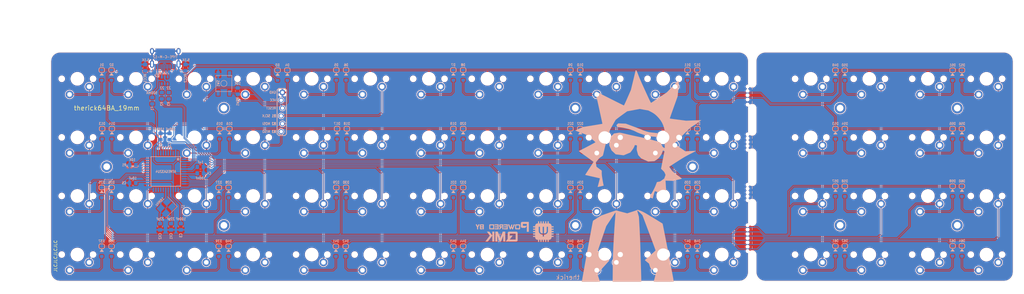
<source format=kicad_pcb>
(kicad_pcb (version 20171130) (host pcbnew "(5.1.2-1)-1")
  (layers (0 F.Cu signal) (31 B.Cu signal) (34 B.Paste user) (35 F.Paste user) (36 B.SilkS user) (37 F.SilkS user) (38 B.Mask user) (39 F.Mask user) (44 Edge.Cuts user))
  (net 0 "")
  (net 1 "Net-(D1-Pad2)")
  (net 2 "Net-(D2-Pad2)")
  (net 3 "Net-(D3-Pad2)")
  (net 4 "Net-(D4-Pad2)")
  (net 5 "Net-(D5-Pad2)")
  (net 6 "Net-(D6-Pad2)")
  (net 7 "Net-(D7-Pad2)")
  (net 8 "Net-(D8-Pad2)")
  (net 9 "Net-(D9-Pad2)")
  (net 10 "Net-(D10-Pad2)")
  (net 11 "Net-(D11-Pad2)")
  (net 12 "Net-(D12-Pad2)")
  (net 13 "Net-(D13-Pad2)")
  (net 14 "Net-(D14-Pad2)")
  (net 15 "Net-(D15-Pad2)")
  (net 16 "Net-(D16-Pad2)")
  (net 17 "Net-(D17-Pad2)")
  (net 18 "Net-(D18-Pad2)")
  (net 19 "Net-(D19-Pad2)")
  (net 20 "Net-(D20-Pad2)")
  (net 21 "Net-(D21-Pad2)")
  (net 22 "Net-(D22-Pad2)")
  (net 23 "Net-(D23-Pad2)")
  (net 24 "Net-(D24-Pad2)")
  (net 25 "Net-(D25-Pad2)")
  (net 26 "Net-(D26-Pad2)")
  (net 27 "Net-(D27-Pad2)")
  (net 28 "Net-(D28-Pad2)")
  (net 29 "Net-(D29-Pad2)")
  (net 30 "Net-(D30-Pad2)")
  (net 31 "Net-(D31-Pad2)")
  (net 32 "Net-(D32-Pad2)")
  (net 33 "Net-(D33-Pad2)")
  (net 34 "Net-(D34-Pad2)")
  (net 35 "Net-(D35-Pad2)")
  (net 36 "Net-(D36-Pad2)")
  (net 37 "Net-(D37-Pad2)")
  (net 38 "Net-(D38-Pad2)")
  (net 39 "Net-(D39-Pad2)")
  (net 40 "Net-(D40-Pad2)")
  (net 41 "Net-(D41-Pad2)")
  (net 42 "Net-(D42-Pad2)")
  (net 43 "Net-(D43-Pad2)")
  (net 44 "Net-(D44-Pad2)")
  (net 45 "Net-(D45-Pad2)")
  (net 46 "Net-(D46-Pad2)")
  (net 47 "Net-(D47-Pad2)")
  (net 48 "Net-(D48-Pad2)")
  (net 49 VCC)
  (net 50 "Net-(R3-Pad1)")
  (net 51 "Net-(C6-Pad1)")
  (net 52 XTAL1)
  (net 53 XTAL2)
  (net 54 row0)
  (net 55 row1)
  (net 56 row2)
  (net 57 row3)
  (net 58 D-)
  (net 59 D+)
  (net 60 col0)
  (net 61 col1)
  (net 62 col2)
  (net 63 col3)
  (net 64 col4)
  (net 65 col5)
  (net 66 col6)
  (net 67 col7)
  (net 68 col8)
  (net 69 col9)
  (net 70 col10)
  (net 71 col11)
  (net 72 "Net-(R1-Pad2)")
  (net 73 "Net-(R2-Pad1)")
  (net 74 VBUS)
  (net 75 D-BUS)
  (net 76 D+BUS)
  (net 77 "Net-(J1-PadB5)")
  (net 78 "Net-(J1-PadA5)")
  (net 79 ISP_Reset)
  (net 80 "Net-(D49-Pad2)")
  (net 81 "Net-(D50-Pad2)")
  (net 82 "Net-(D51-Pad2)")
  (net 83 "Net-(D52-Pad2)")
  (net 84 "Net-(D53-Pad2)")
  (net 85 "Net-(D54-Pad2)")
  (net 86 "Net-(D55-Pad2)")
  (net 87 "Net-(D56-Pad2)")
  (net 88 "Net-(D57-Pad2)")
  (net 89 "Net-(D58-Pad2)")
  (net 90 "Net-(D59-Pad2)")
  (net 91 "Net-(D60-Pad2)")
  (net 92 "Net-(D61-Pad2)")
  (net 93 "Net-(D62-Pad2)")
  (net 94 "Net-(D63-Pad2)")
  (net 95 "Net-(D64-Pad2)")
  (net 96 col12)
  (net 97 col13)
  (net 98 col14)
  (net 99 col15)
  (net 100 GND)
  (module Keeb_footprints:MouseBite_IPC7351 (layer F.Cu) (at 272.84 96.14 90)
    (fp_text reference U5)
    (fp_text value HOLE)
    (pad "" np_thru_hole circle (at -2.794 0 90) (size 0.8 0.8) (drill 0.8) (layers *.Cu *.Mask))
    (pad "" np_thru_hole circle (at -1.377 0 90) (size 0.8 0.8) (drill 0.8) (layers *.Cu *.Mask))
    (pad "" np_thru_hole circle (at 2.794 0 90) (size 0.8 0.8) (drill 0.8) (layers *.Cu *.Mask))
    (pad "" np_thru_hole circle (at 1.377 0 90) (size 0.8 0.8) (drill 0.8) (layers *.Cu *.Mask))
    (pad "" np_thru_hole circle (at 0 0 90) (size 0.8 0.8) (drill 0.8) (layers *.Cu *.Mask))
    (pad "" np_thru_hole circle (at -4.191 0 90) (size 0.8 0.8) (drill 0.8) (layers *.Cu *.Mask))
    (pad "" np_thru_hole circle (at 4.191 0 90) (size 0.8 0.8) (drill 0.8) (layers *.Cu *.Mask))
  )
  (module Keeb_footprints:MouseBite_IPC7351 (layer F.Cu) (at 272.84 49.78 90)
    (fp_text reference U4)
    (fp_text value HOLE)
    (pad "" np_thru_hole circle (at -3.048 0 90) (size 0.8 0.8) (drill 0.8) (layers *.Cu *.Mask))
    (pad "" np_thru_hole circle (at -1.377 0 90) (size 0.8 0.8) (drill 0.8) (layers *.Cu *.Mask))
    (pad "" np_thru_hole circle (at 2.794 0 90) (size 0.8 0.8) (drill 0.8) (layers *.Cu *.Mask))
    (pad "" np_thru_hole circle (at 1.377 0 90) (size 0.8 0.8) (drill 0.8) (layers *.Cu *.Mask))
    (pad "" np_thru_hole circle (at 0 0 90) (size 0.8 0.8) (drill 0.8) (layers *.Cu *.Mask))
  )
  (module Artwork:QMKBadgeSmall (layer B.Cu) (at 197.104 93.98 180)
    (fp_text reference U8 hide)
    (fp_text value HOLE hide)
  )
  (module Keeb_footprints:MouseBite_IPC7351 (layer F.Cu) (at 272.84 64.98 90)
    (fp_text reference U6)
    (fp_text value HOLE)
    (pad "" np_thru_hole circle (at -2.5 0 90) (size 0.8 0.8) (drill 0.8) (layers *.Cu *.Mask))
    (pad "" np_thru_hole circle (at -1.25 0 90) (size 0.8 0.8) (drill 0.8) (layers *.Cu *.Mask))
    (pad "" np_thru_hole circle (at 2.5 0 90) (size 0.8 0.8) (drill 0.8) (layers *.Cu *.Mask))
    (pad "" np_thru_hole circle (at 1.25 0 90) (size 0.8 0.8) (drill 0.8) (layers *.Cu *.Mask))
    (pad "" np_thru_hole circle (at 0 0 90) (size 0.8 0.8) (drill 0.8) (layers *.Cu *.Mask))
  )
  (module Keeb_footprints:MouseBite_IPC7351 (layer F.Cu) (at 272.84 81.32 90)
    (fp_text reference U7)
    (fp_text value HOLE)
    (pad "" np_thru_hole circle (at -2.5 0 90) (size 0.8 0.8) (drill 0.8) (layers *.Cu *.Mask))
    (pad "" np_thru_hole circle (at -1.25 0 90) (size 0.8 0.8) (drill 0.8) (layers *.Cu *.Mask))
    (pad "" np_thru_hole circle (at 2.5 0 90) (size 0.8 0.8) (drill 0.8) (layers *.Cu *.Mask))
    (pad "" np_thru_hole circle (at 1.25 0 90) (size 0.8 0.8) (drill 0.8) (layers *.Cu *.Mask))
    (pad "" np_thru_hole circle (at 0 0 90) (size 0.8 0.8) (drill 0.8) (layers *.Cu *.Mask))
  )
  (module Keeb_footprints:MX100 (layer F.Cu) (at 264.5054 101.4473)
    (fp_text reference K48)
    (fp_text value KEYSW)
    (pad 1 thru_hole circle (at 3.7846 2.5527 270) (size 2.54 2.54) (drill 1.525) (layers *.Cu *.Mask) (net 71 col11))
    (pad 2 thru_hole circle (at -2.5654 5.0927) (size 2.54 2.54) (drill 1.525) (layers *.Cu *.Mask) (net 48 "Net-(D48-Pad2)"))
    (pad "" np_thru_hole circle (at -5.1054 0.0127) (size 1.7018 1.7018) (drill 1.7018) (layers *.Cu *.Mask))
    (pad "" np_thru_hole circle (at 5.0546 0.0127) (size 1.7018 1.7018) (drill 1.7018) (layers *.Cu *.Mask))
    (pad "" np_thru_hole circle (at -0.0254 0.0127) (size 3.9878 3.9878) (drill 3.9878) (layers *.Cu *.Mask))
  )
  (module Keeb_footprints:MX100 (layer F.Cu) (at 245.5054 101.4473)
    (fp_text reference K47)
    (fp_text value KEYSW)
    (pad 1 thru_hole circle (at 3.7846 2.5527 270) (size 2.54 2.54) (drill 1.525) (layers *.Cu *.Mask) (net 70 col10))
    (pad 2 thru_hole circle (at -2.5654 5.0927) (size 2.54 2.54) (drill 1.525) (layers *.Cu *.Mask) (net 47 "Net-(D47-Pad2)"))
    (pad "" np_thru_hole circle (at -5.1054 0.0127) (size 1.7018 1.7018) (drill 1.7018) (layers *.Cu *.Mask))
    (pad "" np_thru_hole circle (at 5.0546 0.0127) (size 1.7018 1.7018) (drill 1.7018) (layers *.Cu *.Mask))
    (pad "" np_thru_hole circle (at -0.0254 0.0127) (size 3.9878 3.9878) (drill 3.9878) (layers *.Cu *.Mask))
  )
  (module Keeb_footprints:MX100 (layer F.Cu) (at 226.5054 101.4473)
    (fp_text reference K46)
    (fp_text value KEYSW)
    (pad 1 thru_hole circle (at 3.7846 2.5527 270) (size 2.54 2.54) (drill 1.525) (layers *.Cu *.Mask) (net 69 col9))
    (pad 2 thru_hole circle (at -2.5654 5.0927) (size 2.54 2.54) (drill 1.525) (layers *.Cu *.Mask) (net 46 "Net-(D46-Pad2)"))
    (pad "" np_thru_hole circle (at -5.1054 0.0127) (size 1.7018 1.7018) (drill 1.7018) (layers *.Cu *.Mask))
    (pad "" np_thru_hole circle (at 5.0546 0.0127) (size 1.7018 1.7018) (drill 1.7018) (layers *.Cu *.Mask))
    (pad "" np_thru_hole circle (at -0.0254 0.0127) (size 3.9878 3.9878) (drill 3.9878) (layers *.Cu *.Mask))
  )
  (module Keeb_footprints:MX100 (layer F.Cu) (at 207.5054 101.4473)
    (fp_text reference K45)
    (fp_text value KEYSW)
    (pad 1 thru_hole circle (at 3.7846 2.5527 270) (size 2.54 2.54) (drill 1.525) (layers *.Cu *.Mask) (net 68 col8))
    (pad 2 thru_hole circle (at -2.5654 5.0927) (size 2.54 2.54) (drill 1.525) (layers *.Cu *.Mask) (net 45 "Net-(D45-Pad2)"))
    (pad "" np_thru_hole circle (at -5.1054 0.0127) (size 1.7018 1.7018) (drill 1.7018) (layers *.Cu *.Mask))
    (pad "" np_thru_hole circle (at 5.0546 0.0127) (size 1.7018 1.7018) (drill 1.7018) (layers *.Cu *.Mask))
    (pad "" np_thru_hole circle (at -0.0254 0.0127) (size 3.9878 3.9878) (drill 3.9878) (layers *.Cu *.Mask))
  )
  (module Keeb_footprints:MX100 (layer F.Cu) (at 188.5054 101.4473)
    (fp_text reference K44)
    (fp_text value KEYSW)
    (pad 1 thru_hole circle (at 3.7846 2.5527 270) (size 2.54 2.54) (drill 1.525) (layers *.Cu *.Mask) (net 67 col7))
    (pad 2 thru_hole circle (at -2.5654 5.0927) (size 2.54 2.54) (drill 1.525) (layers *.Cu *.Mask) (net 44 "Net-(D44-Pad2)"))
    (pad "" np_thru_hole circle (at -5.1054 0.0127) (size 1.7018 1.7018) (drill 1.7018) (layers *.Cu *.Mask))
    (pad "" np_thru_hole circle (at 5.0546 0.0127) (size 1.7018 1.7018) (drill 1.7018) (layers *.Cu *.Mask))
    (pad "" np_thru_hole circle (at -0.0254 0.0127) (size 3.9878 3.9878) (drill 3.9878) (layers *.Cu *.Mask))
  )
  (module Keeb_footprints:MX100 (layer F.Cu) (at 169.5054 101.4473)
    (fp_text reference K43)
    (fp_text value KEYSW)
    (pad 1 thru_hole circle (at 3.7846 2.5527 270) (size 2.54 2.54) (drill 1.525) (layers *.Cu *.Mask) (net 66 col6))
    (pad 2 thru_hole circle (at -2.5654 5.0927) (size 2.54 2.54) (drill 1.525) (layers *.Cu *.Mask) (net 43 "Net-(D43-Pad2)"))
    (pad "" np_thru_hole circle (at -5.1054 0.0127) (size 1.7018 1.7018) (drill 1.7018) (layers *.Cu *.Mask))
    (pad "" np_thru_hole circle (at 5.0546 0.0127) (size 1.7018 1.7018) (drill 1.7018) (layers *.Cu *.Mask))
    (pad "" np_thru_hole circle (at -0.0254 0.0127) (size 3.9878 3.9878) (drill 3.9878) (layers *.Cu *.Mask))
  )
  (module Keeb_footprints:MX100 (layer F.Cu) (at 150.5054 101.4473)
    (fp_text reference K42)
    (fp_text value KEYSW)
    (pad 1 thru_hole circle (at 3.7846 2.5527 270) (size 2.54 2.54) (drill 1.525) (layers *.Cu *.Mask) (net 65 col5))
    (pad 2 thru_hole circle (at -2.5654 5.0927) (size 2.54 2.54) (drill 1.525) (layers *.Cu *.Mask) (net 42 "Net-(D42-Pad2)"))
    (pad "" np_thru_hole circle (at -5.1054 0.0127) (size 1.7018 1.7018) (drill 1.7018) (layers *.Cu *.Mask))
    (pad "" np_thru_hole circle (at 5.0546 0.0127) (size 1.7018 1.7018) (drill 1.7018) (layers *.Cu *.Mask))
    (pad "" np_thru_hole circle (at -0.0254 0.0127) (size 3.9878 3.9878) (drill 3.9878) (layers *.Cu *.Mask))
  )
  (module Keeb_footprints:MX100 (layer F.Cu) (at 131.5054 101.4473)
    (fp_text reference K41)
    (fp_text value KEYSW)
    (pad 1 thru_hole circle (at 3.7846 2.5527 270) (size 2.54 2.54) (drill 1.525) (layers *.Cu *.Mask) (net 64 col4))
    (pad 2 thru_hole circle (at -2.5654 5.0927) (size 2.54 2.54) (drill 1.525) (layers *.Cu *.Mask) (net 41 "Net-(D41-Pad2)"))
    (pad "" np_thru_hole circle (at -5.1054 0.0127) (size 1.7018 1.7018) (drill 1.7018) (layers *.Cu *.Mask))
    (pad "" np_thru_hole circle (at 5.0546 0.0127) (size 1.7018 1.7018) (drill 1.7018) (layers *.Cu *.Mask))
    (pad "" np_thru_hole circle (at -0.0254 0.0127) (size 3.9878 3.9878) (drill 3.9878) (layers *.Cu *.Mask))
  )
  (module Keeb_footprints:MX100 (layer F.Cu) (at 112.5054 101.4473)
    (fp_text reference K40)
    (fp_text value KEYSW)
    (pad 1 thru_hole circle (at 3.7846 2.5527 270) (size 2.54 2.54) (drill 1.525) (layers *.Cu *.Mask) (net 63 col3))
    (pad 2 thru_hole circle (at -2.5654 5.0927) (size 2.54 2.54) (drill 1.525) (layers *.Cu *.Mask) (net 40 "Net-(D40-Pad2)"))
    (pad "" np_thru_hole circle (at -5.1054 0.0127) (size 1.7018 1.7018) (drill 1.7018) (layers *.Cu *.Mask))
    (pad "" np_thru_hole circle (at 5.0546 0.0127) (size 1.7018 1.7018) (drill 1.7018) (layers *.Cu *.Mask))
    (pad "" np_thru_hole circle (at -0.0254 0.0127) (size 3.9878 3.9878) (drill 3.9878) (layers *.Cu *.Mask))
  )
  (module Keeb_footprints:MX100 (layer F.Cu) (at 93.5054 101.4473)
    (fp_text reference K39)
    (fp_text value KEYSW)
    (pad 1 thru_hole circle (at 3.7846 2.5527 270) (size 2.54 2.54) (drill 1.525) (layers *.Cu *.Mask) (net 62 col2))
    (pad 2 thru_hole circle (at -2.5654 5.0927) (size 2.54 2.54) (drill 1.525) (layers *.Cu *.Mask) (net 39 "Net-(D39-Pad2)"))
    (pad "" np_thru_hole circle (at -5.1054 0.0127) (size 1.7018 1.7018) (drill 1.7018) (layers *.Cu *.Mask))
    (pad "" np_thru_hole circle (at 5.0546 0.0127) (size 1.7018 1.7018) (drill 1.7018) (layers *.Cu *.Mask))
    (pad "" np_thru_hole circle (at -0.0254 0.0127) (size 3.9878 3.9878) (drill 3.9878) (layers *.Cu *.Mask))
  )
  (module Keeb_footprints:MX100 (layer F.Cu) (at 74.5054 101.4473)
    (fp_text reference K38)
    (fp_text value KEYSW)
    (pad 1 thru_hole circle (at 3.7846 2.5527 270) (size 2.54 2.54) (drill 1.525) (layers *.Cu *.Mask) (net 61 col1))
    (pad 2 thru_hole circle (at -2.5654 5.0927) (size 2.54 2.54) (drill 1.525) (layers *.Cu *.Mask) (net 38 "Net-(D38-Pad2)"))
    (pad "" np_thru_hole circle (at -5.1054 0.0127) (size 1.7018 1.7018) (drill 1.7018) (layers *.Cu *.Mask))
    (pad "" np_thru_hole circle (at 5.0546 0.0127) (size 1.7018 1.7018) (drill 1.7018) (layers *.Cu *.Mask))
    (pad "" np_thru_hole circle (at -0.0254 0.0127) (size 3.9878 3.9878) (drill 3.9878) (layers *.Cu *.Mask))
  )
  (module Keeb_footprints:MX100 (layer F.Cu) (at 55.5054 101.4473)
    (fp_text reference K37)
    (fp_text value KEYSW)
    (pad 1 thru_hole circle (at 3.7846 2.5527 270) (size 2.54 2.54) (drill 1.525) (layers *.Cu *.Mask) (net 60 col0))
    (pad 2 thru_hole circle (at -2.5654 5.0927) (size 2.54 2.54) (drill 1.525) (layers *.Cu *.Mask) (net 37 "Net-(D37-Pad2)"))
    (pad "" np_thru_hole circle (at -5.1054 0.0127) (size 1.7018 1.7018) (drill 1.7018) (layers *.Cu *.Mask))
    (pad "" np_thru_hole circle (at 5.0546 0.0127) (size 1.7018 1.7018) (drill 1.7018) (layers *.Cu *.Mask))
    (pad "" np_thru_hole circle (at -0.0254 0.0127) (size 3.9878 3.9878) (drill 3.9878) (layers *.Cu *.Mask))
  )
  (module Keeb_footprints:MX100 (layer F.Cu) (at 264.5054 82.4473)
    (fp_text reference K36)
    (fp_text value KEYSW)
    (pad 1 thru_hole circle (at 3.7846 2.5527 270) (size 2.54 2.54) (drill 1.525) (layers *.Cu *.Mask) (net 71 col11))
    (pad 2 thru_hole circle (at -2.5654 5.0927) (size 2.54 2.54) (drill 1.525) (layers *.Cu *.Mask) (net 36 "Net-(D36-Pad2)"))
    (pad "" np_thru_hole circle (at -5.1054 0.0127) (size 1.7018 1.7018) (drill 1.7018) (layers *.Cu *.Mask))
    (pad "" np_thru_hole circle (at 5.0546 0.0127) (size 1.7018 1.7018) (drill 1.7018) (layers *.Cu *.Mask))
    (pad "" np_thru_hole circle (at -0.0254 0.0127) (size 3.9878 3.9878) (drill 3.9878) (layers *.Cu *.Mask))
  )
  (module Keeb_footprints:MX100 (layer F.Cu) (at 245.5054 82.4473)
    (fp_text reference K35)
    (fp_text value KEYSW)
    (pad 1 thru_hole circle (at 3.7846 2.5527 270) (size 2.54 2.54) (drill 1.525) (layers *.Cu *.Mask) (net 70 col10))
    (pad 2 thru_hole circle (at -2.5654 5.0927) (size 2.54 2.54) (drill 1.525) (layers *.Cu *.Mask) (net 35 "Net-(D35-Pad2)"))
    (pad "" np_thru_hole circle (at -5.1054 0.0127) (size 1.7018 1.7018) (drill 1.7018) (layers *.Cu *.Mask))
    (pad "" np_thru_hole circle (at 5.0546 0.0127) (size 1.7018 1.7018) (drill 1.7018) (layers *.Cu *.Mask))
    (pad "" np_thru_hole circle (at -0.0254 0.0127) (size 3.9878 3.9878) (drill 3.9878) (layers *.Cu *.Mask))
  )
  (module Keeb_footprints:MX100 (layer F.Cu) (at 226.5054 82.4473)
    (fp_text reference K34)
    (fp_text value KEYSW)
    (pad 1 thru_hole circle (at 3.7846 2.5527 270) (size 2.54 2.54) (drill 1.525) (layers *.Cu *.Mask) (net 69 col9))
    (pad 2 thru_hole circle (at -2.5654 5.0927) (size 2.54 2.54) (drill 1.525) (layers *.Cu *.Mask) (net 34 "Net-(D34-Pad2)"))
    (pad "" np_thru_hole circle (at -5.1054 0.0127) (size 1.7018 1.7018) (drill 1.7018) (layers *.Cu *.Mask))
    (pad "" np_thru_hole circle (at 5.0546 0.0127) (size 1.7018 1.7018) (drill 1.7018) (layers *.Cu *.Mask))
    (pad "" np_thru_hole circle (at -0.0254 0.0127) (size 3.9878 3.9878) (drill 3.9878) (layers *.Cu *.Mask))
  )
  (module Keeb_footprints:MX100 (layer F.Cu) (at 207.5054 82.4473)
    (fp_text reference K33)
    (fp_text value KEYSW)
    (pad 1 thru_hole circle (at 3.7846 2.5527 270) (size 2.54 2.54) (drill 1.525) (layers *.Cu *.Mask) (net 68 col8))
    (pad 2 thru_hole circle (at -2.5654 5.0927) (size 2.54 2.54) (drill 1.525) (layers *.Cu *.Mask) (net 33 "Net-(D33-Pad2)"))
    (pad "" np_thru_hole circle (at -5.1054 0.0127) (size 1.7018 1.7018) (drill 1.7018) (layers *.Cu *.Mask))
    (pad "" np_thru_hole circle (at 5.0546 0.0127) (size 1.7018 1.7018) (drill 1.7018) (layers *.Cu *.Mask))
    (pad "" np_thru_hole circle (at -0.0254 0.0127) (size 3.9878 3.9878) (drill 3.9878) (layers *.Cu *.Mask))
  )
  (module Keeb_footprints:MX100 (layer F.Cu) (at 188.5054 82.4473)
    (fp_text reference K32)
    (fp_text value KEYSW)
    (pad 1 thru_hole circle (at 3.7846 2.5527 270) (size 2.54 2.54) (drill 1.525) (layers *.Cu *.Mask) (net 67 col7))
    (pad 2 thru_hole circle (at -2.5654 5.0927) (size 2.54 2.54) (drill 1.525) (layers *.Cu *.Mask) (net 32 "Net-(D32-Pad2)"))
    (pad "" np_thru_hole circle (at -5.1054 0.0127) (size 1.7018 1.7018) (drill 1.7018) (layers *.Cu *.Mask))
    (pad "" np_thru_hole circle (at 5.0546 0.0127) (size 1.7018 1.7018) (drill 1.7018) (layers *.Cu *.Mask))
    (pad "" np_thru_hole circle (at -0.0254 0.0127) (size 3.9878 3.9878) (drill 3.9878) (layers *.Cu *.Mask))
  )
  (module Keeb_footprints:MX100 (layer F.Cu) (at 169.5054 82.4473)
    (fp_text reference K31)
    (fp_text value KEYSW)
    (pad 1 thru_hole circle (at 3.7846 2.5527 270) (size 2.54 2.54) (drill 1.525) (layers *.Cu *.Mask) (net 66 col6))
    (pad 2 thru_hole circle (at -2.5654 5.0927) (size 2.54 2.54) (drill 1.525) (layers *.Cu *.Mask) (net 31 "Net-(D31-Pad2)"))
    (pad "" np_thru_hole circle (at -5.1054 0.0127) (size 1.7018 1.7018) (drill 1.7018) (layers *.Cu *.Mask))
    (pad "" np_thru_hole circle (at 5.0546 0.0127) (size 1.7018 1.7018) (drill 1.7018) (layers *.Cu *.Mask))
    (pad "" np_thru_hole circle (at -0.0254 0.0127) (size 3.9878 3.9878) (drill 3.9878) (layers *.Cu *.Mask))
  )
  (module Keeb_footprints:MX100 (layer F.Cu) (at 150.5054 82.4473)
    (fp_text reference K30)
    (fp_text value KEYSW)
    (pad 1 thru_hole circle (at 3.7846 2.5527 270) (size 2.54 2.54) (drill 1.525) (layers *.Cu *.Mask) (net 65 col5))
    (pad 2 thru_hole circle (at -2.5654 5.0927) (size 2.54 2.54) (drill 1.525) (layers *.Cu *.Mask) (net 30 "Net-(D30-Pad2)"))
    (pad "" np_thru_hole circle (at -5.1054 0.0127) (size 1.7018 1.7018) (drill 1.7018) (layers *.Cu *.Mask))
    (pad "" np_thru_hole circle (at 5.0546 0.0127) (size 1.7018 1.7018) (drill 1.7018) (layers *.Cu *.Mask))
    (pad "" np_thru_hole circle (at -0.0254 0.0127) (size 3.9878 3.9878) (drill 3.9878) (layers *.Cu *.Mask))
  )
  (module Keeb_footprints:MX100 (layer F.Cu) (at 131.5054 82.4473)
    (fp_text reference K29)
    (fp_text value KEYSW)
    (pad 1 thru_hole circle (at 3.7846 2.5527 270) (size 2.54 2.54) (drill 1.525) (layers *.Cu *.Mask) (net 64 col4))
    (pad 2 thru_hole circle (at -2.5654 5.0927) (size 2.54 2.54) (drill 1.525) (layers *.Cu *.Mask) (net 29 "Net-(D29-Pad2)"))
    (pad "" np_thru_hole circle (at -5.1054 0.0127) (size 1.7018 1.7018) (drill 1.7018) (layers *.Cu *.Mask))
    (pad "" np_thru_hole circle (at 5.0546 0.0127) (size 1.7018 1.7018) (drill 1.7018) (layers *.Cu *.Mask))
    (pad "" np_thru_hole circle (at -0.0254 0.0127) (size 3.9878 3.9878) (drill 3.9878) (layers *.Cu *.Mask))
  )
  (module Keeb_footprints:MX100 (layer F.Cu) (at 112.5054 82.4473)
    (fp_text reference K28)
    (fp_text value KEYSW)
    (pad 1 thru_hole circle (at 3.7846 2.5527 270) (size 2.54 2.54) (drill 1.525) (layers *.Cu *.Mask) (net 63 col3))
    (pad 2 thru_hole circle (at -2.5654 5.0927) (size 2.54 2.54) (drill 1.525) (layers *.Cu *.Mask) (net 28 "Net-(D28-Pad2)"))
    (pad "" np_thru_hole circle (at -5.1054 0.0127) (size 1.7018 1.7018) (drill 1.7018) (layers *.Cu *.Mask))
    (pad "" np_thru_hole circle (at 5.0546 0.0127) (size 1.7018 1.7018) (drill 1.7018) (layers *.Cu *.Mask))
    (pad "" np_thru_hole circle (at -0.0254 0.0127) (size 3.9878 3.9878) (drill 3.9878) (layers *.Cu *.Mask))
  )
  (module Keeb_footprints:MX100 (layer F.Cu) (at 93.5054 82.4473)
    (fp_text reference K27)
    (fp_text value KEYSW)
    (pad 1 thru_hole circle (at 3.7846 2.5527 270) (size 2.54 2.54) (drill 1.525) (layers *.Cu *.Mask) (net 62 col2))
    (pad 2 thru_hole circle (at -2.5654 5.0927) (size 2.54 2.54) (drill 1.525) (layers *.Cu *.Mask) (net 27 "Net-(D27-Pad2)"))
    (pad "" np_thru_hole circle (at -5.1054 0.0127) (size 1.7018 1.7018) (drill 1.7018) (layers *.Cu *.Mask))
    (pad "" np_thru_hole circle (at 5.0546 0.0127) (size 1.7018 1.7018) (drill 1.7018) (layers *.Cu *.Mask))
    (pad "" np_thru_hole circle (at -0.0254 0.0127) (size 3.9878 3.9878) (drill 3.9878) (layers *.Cu *.Mask))
  )
  (module Keeb_footprints:MX100 (layer F.Cu) (at 74.5054 82.4473)
    (fp_text reference K26)
    (fp_text value KEYSW)
    (pad 1 thru_hole circle (at 3.7846 2.5527 270) (size 2.54 2.54) (drill 1.525) (layers *.Cu *.Mask) (net 61 col1))
    (pad 2 thru_hole circle (at -2.5654 5.0927) (size 2.54 2.54) (drill 1.525) (layers *.Cu *.Mask) (net 26 "Net-(D26-Pad2)"))
    (pad "" np_thru_hole circle (at -5.1054 0.0127) (size 1.7018 1.7018) (drill 1.7018) (layers *.Cu *.Mask))
    (pad "" np_thru_hole circle (at 5.0546 0.0127) (size 1.7018 1.7018) (drill 1.7018) (layers *.Cu *.Mask))
    (pad "" np_thru_hole circle (at -0.0254 0.0127) (size 3.9878 3.9878) (drill 3.9878) (layers *.Cu *.Mask))
  )
  (module Keeb_footprints:MX100 (layer F.Cu) (at 55.5054 82.4473)
    (fp_text reference K25)
    (fp_text value KEYSW)
    (pad 1 thru_hole circle (at 3.7846 2.5527 270) (size 2.54 2.54) (drill 1.525) (layers *.Cu *.Mask) (net 60 col0))
    (pad 2 thru_hole circle (at -2.5654 5.0927) (size 2.54 2.54) (drill 1.525) (layers *.Cu *.Mask) (net 25 "Net-(D25-Pad2)"))
    (pad "" np_thru_hole circle (at -5.1054 0.0127) (size 1.7018 1.7018) (drill 1.7018) (layers *.Cu *.Mask))
    (pad "" np_thru_hole circle (at 5.0546 0.0127) (size 1.7018 1.7018) (drill 1.7018) (layers *.Cu *.Mask))
    (pad "" np_thru_hole circle (at -0.0254 0.0127) (size 3.9878 3.9878) (drill 3.9878) (layers *.Cu *.Mask))
  )
  (module Keeb_footprints:MX100 (layer F.Cu) (at 264.5054 63.4473)
    (fp_text reference K24)
    (fp_text value KEYSW)
    (pad 1 thru_hole circle (at 3.7846 2.5527 270) (size 2.54 2.54) (drill 1.525) (layers *.Cu *.Mask) (net 71 col11))
    (pad 2 thru_hole circle (at -2.5654 5.0927) (size 2.54 2.54) (drill 1.525) (layers *.Cu *.Mask) (net 24 "Net-(D24-Pad2)"))
    (pad "" np_thru_hole circle (at -5.1054 0.0127) (size 1.7018 1.7018) (drill 1.7018) (layers *.Cu *.Mask))
    (pad "" np_thru_hole circle (at 5.0546 0.0127) (size 1.7018 1.7018) (drill 1.7018) (layers *.Cu *.Mask))
    (pad "" np_thru_hole circle (at -0.0254 0.0127) (size 3.9878 3.9878) (drill 3.9878) (layers *.Cu *.Mask))
  )
  (module Keeb_footprints:MX100 (layer F.Cu) (at 245.5054 63.4473)
    (fp_text reference K23)
    (fp_text value KEYSW)
    (pad 1 thru_hole circle (at 3.7846 2.5527 270) (size 2.54 2.54) (drill 1.525) (layers *.Cu *.Mask) (net 70 col10))
    (pad 2 thru_hole circle (at -2.5654 5.0927) (size 2.54 2.54) (drill 1.525) (layers *.Cu *.Mask) (net 23 "Net-(D23-Pad2)"))
    (pad "" np_thru_hole circle (at -5.1054 0.0127) (size 1.7018 1.7018) (drill 1.7018) (layers *.Cu *.Mask))
    (pad "" np_thru_hole circle (at 5.0546 0.0127) (size 1.7018 1.7018) (drill 1.7018) (layers *.Cu *.Mask))
    (pad "" np_thru_hole circle (at -0.0254 0.0127) (size 3.9878 3.9878) (drill 3.9878) (layers *.Cu *.Mask))
  )
  (module Keeb_footprints:MX100 (layer F.Cu) (at 226.5054 63.4473)
    (fp_text reference K22)
    (fp_text value KEYSW)
    (pad 1 thru_hole circle (at 3.7846 2.5527 270) (size 2.54 2.54) (drill 1.525) (layers *.Cu *.Mask) (net 69 col9))
    (pad 2 thru_hole circle (at -2.5654 5.0927) (size 2.54 2.54) (drill 1.525) (layers *.Cu *.Mask) (net 22 "Net-(D22-Pad2)"))
    (pad "" np_thru_hole circle (at -5.1054 0.0127) (size 1.7018 1.7018) (drill 1.7018) (layers *.Cu *.Mask))
    (pad "" np_thru_hole circle (at 5.0546 0.0127) (size 1.7018 1.7018) (drill 1.7018) (layers *.Cu *.Mask))
    (pad "" np_thru_hole circle (at -0.0254 0.0127) (size 3.9878 3.9878) (drill 3.9878) (layers *.Cu *.Mask))
  )
  (module Keeb_footprints:MX100 (layer F.Cu) (at 207.5054 63.4473)
    (fp_text reference K21)
    (fp_text value KEYSW)
    (pad 1 thru_hole circle (at 3.7846 2.5527 270) (size 2.54 2.54) (drill 1.525) (layers *.Cu *.Mask) (net 68 col8))
    (pad 2 thru_hole circle (at -2.5654 5.0927) (size 2.54 2.54) (drill 1.525) (layers *.Cu *.Mask) (net 21 "Net-(D21-Pad2)"))
    (pad "" np_thru_hole circle (at -5.1054 0.0127) (size 1.7018 1.7018) (drill 1.7018) (layers *.Cu *.Mask))
    (pad "" np_thru_hole circle (at 5.0546 0.0127) (size 1.7018 1.7018) (drill 1.7018) (layers *.Cu *.Mask))
    (pad "" np_thru_hole circle (at -0.0254 0.0127) (size 3.9878 3.9878) (drill 3.9878) (layers *.Cu *.Mask))
  )
  (module Keeb_footprints:MX100 (layer F.Cu) (at 188.5054 63.4473)
    (fp_text reference K20)
    (fp_text value KEYSW)
    (pad 1 thru_hole circle (at 3.7846 2.5527 270) (size 2.54 2.54) (drill 1.525) (layers *.Cu *.Mask) (net 67 col7))
    (pad 2 thru_hole circle (at -2.5654 5.0927) (size 2.54 2.54) (drill 1.525) (layers *.Cu *.Mask) (net 20 "Net-(D20-Pad2)"))
    (pad "" np_thru_hole circle (at -5.1054 0.0127) (size 1.7018 1.7018) (drill 1.7018) (layers *.Cu *.Mask))
    (pad "" np_thru_hole circle (at 5.0546 0.0127) (size 1.7018 1.7018) (drill 1.7018) (layers *.Cu *.Mask))
    (pad "" np_thru_hole circle (at -0.0254 0.0127) (size 3.9878 3.9878) (drill 3.9878) (layers *.Cu *.Mask))
  )
  (module Keeb_footprints:MX100 (layer F.Cu) (at 169.5054 63.4473)
    (fp_text reference K19)
    (fp_text value KEYSW)
    (pad 1 thru_hole circle (at 3.7846 2.5527 270) (size 2.54 2.54) (drill 1.525) (layers *.Cu *.Mask) (net 66 col6))
    (pad 2 thru_hole circle (at -2.5654 5.0927) (size 2.54 2.54) (drill 1.525) (layers *.Cu *.Mask) (net 19 "Net-(D19-Pad2)"))
    (pad "" np_thru_hole circle (at -5.1054 0.0127) (size 1.7018 1.7018) (drill 1.7018) (layers *.Cu *.Mask))
    (pad "" np_thru_hole circle (at 5.0546 0.0127) (size 1.7018 1.7018) (drill 1.7018) (layers *.Cu *.Mask))
    (pad "" np_thru_hole circle (at -0.0254 0.0127) (size 3.9878 3.9878) (drill 3.9878) (layers *.Cu *.Mask))
  )
  (module Keeb_footprints:MX100 (layer F.Cu) (at 150.5054 63.4473)
    (fp_text reference K18)
    (fp_text value KEYSW)
    (pad 1 thru_hole circle (at 3.7846 2.5527 270) (size 2.54 2.54) (drill 1.525) (layers *.Cu *.Mask) (net 65 col5))
    (pad 2 thru_hole circle (at -2.5654 5.0927) (size 2.54 2.54) (drill 1.525) (layers *.Cu *.Mask) (net 18 "Net-(D18-Pad2)"))
    (pad "" np_thru_hole circle (at -5.1054 0.0127) (size 1.7018 1.7018) (drill 1.7018) (layers *.Cu *.Mask))
    (pad "" np_thru_hole circle (at 5.0546 0.0127) (size 1.7018 1.7018) (drill 1.7018) (layers *.Cu *.Mask))
    (pad "" np_thru_hole circle (at -0.0254 0.0127) (size 3.9878 3.9878) (drill 3.9878) (layers *.Cu *.Mask))
  )
  (module Keeb_footprints:MX100 (layer F.Cu) (at 131.5054 63.4473)
    (fp_text reference K17)
    (fp_text value KEYSW)
    (pad 1 thru_hole circle (at 3.7846 2.5527 270) (size 2.54 2.54) (drill 1.525) (layers *.Cu *.Mask) (net 64 col4))
    (pad 2 thru_hole circle (at -2.5654 5.0927) (size 2.54 2.54) (drill 1.525) (layers *.Cu *.Mask) (net 17 "Net-(D17-Pad2)"))
    (pad "" np_thru_hole circle (at -5.1054 0.0127) (size 1.7018 1.7018) (drill 1.7018) (layers *.Cu *.Mask))
    (pad "" np_thru_hole circle (at 5.0546 0.0127) (size 1.7018 1.7018) (drill 1.7018) (layers *.Cu *.Mask))
    (pad "" np_thru_hole circle (at -0.0254 0.0127) (size 3.9878 3.9878) (drill 3.9878) (layers *.Cu *.Mask))
  )
  (module Keeb_footprints:MX100 (layer F.Cu) (at 112.5054 63.4473)
    (fp_text reference K16)
    (fp_text value KEYSW)
    (pad 1 thru_hole circle (at 3.7846 2.5527 270) (size 2.54 2.54) (drill 1.525) (layers *.Cu *.Mask) (net 63 col3))
    (pad 2 thru_hole circle (at -2.5654 5.0927) (size 2.54 2.54) (drill 1.525) (layers *.Cu *.Mask) (net 16 "Net-(D16-Pad2)"))
    (pad "" np_thru_hole circle (at -5.1054 0.0127) (size 1.7018 1.7018) (drill 1.7018) (layers *.Cu *.Mask))
    (pad "" np_thru_hole circle (at 5.0546 0.0127) (size 1.7018 1.7018) (drill 1.7018) (layers *.Cu *.Mask))
    (pad "" np_thru_hole circle (at -0.0254 0.0127) (size 3.9878 3.9878) (drill 3.9878) (layers *.Cu *.Mask))
  )
  (module Keeb_footprints:MX100 (layer F.Cu) (at 93.5054 63.4473)
    (fp_text reference K15)
    (fp_text value KEYSW)
    (pad 1 thru_hole circle (at 3.7846 2.5527 270) (size 2.54 2.54) (drill 1.525) (layers *.Cu *.Mask) (net 62 col2))
    (pad 2 thru_hole circle (at -2.5654 5.0927) (size 2.54 2.54) (drill 1.525) (layers *.Cu *.Mask) (net 15 "Net-(D15-Pad2)"))
    (pad "" np_thru_hole circle (at -5.1054 0.0127) (size 1.7018 1.7018) (drill 1.7018) (layers *.Cu *.Mask))
    (pad "" np_thru_hole circle (at 5.0546 0.0127) (size 1.7018 1.7018) (drill 1.7018) (layers *.Cu *.Mask))
    (pad "" np_thru_hole circle (at -0.0254 0.0127) (size 3.9878 3.9878) (drill 3.9878) (layers *.Cu *.Mask))
  )
  (module Keeb_footprints:MX100 (layer F.Cu) (at 74.5054 63.4473)
    (fp_text reference K14)
    (fp_text value KEYSW)
    (pad 1 thru_hole circle (at 3.7846 2.5527 270) (size 2.54 2.54) (drill 1.525) (layers *.Cu *.Mask) (net 61 col1))
    (pad 2 thru_hole circle (at -2.5654 5.0927) (size 2.54 2.54) (drill 1.525) (layers *.Cu *.Mask) (net 14 "Net-(D14-Pad2)"))
    (pad "" np_thru_hole circle (at -5.1054 0.0127) (size 1.7018 1.7018) (drill 1.7018) (layers *.Cu *.Mask))
    (pad "" np_thru_hole circle (at 5.0546 0.0127) (size 1.7018 1.7018) (drill 1.7018) (layers *.Cu *.Mask))
    (pad "" np_thru_hole circle (at -0.0254 0.0127) (size 3.9878 3.9878) (drill 3.9878) (layers *.Cu *.Mask))
  )
  (module Keeb_footprints:MX100 (layer F.Cu) (at 55.5054 63.4473)
    (fp_text reference K13)
    (fp_text value KEYSW)
    (pad 1 thru_hole circle (at 3.7846 2.5527 270) (size 2.54 2.54) (drill 1.525) (layers *.Cu *.Mask) (net 60 col0))
    (pad 2 thru_hole circle (at -2.5654 5.0927) (size 2.54 2.54) (drill 1.525) (layers *.Cu *.Mask) (net 13 "Net-(D13-Pad2)"))
    (pad "" np_thru_hole circle (at -5.1054 0.0127) (size 1.7018 1.7018) (drill 1.7018) (layers *.Cu *.Mask))
    (pad "" np_thru_hole circle (at 5.0546 0.0127) (size 1.7018 1.7018) (drill 1.7018) (layers *.Cu *.Mask))
    (pad "" np_thru_hole circle (at -0.0254 0.0127) (size 3.9878 3.9878) (drill 3.9878) (layers *.Cu *.Mask))
  )
  (module Keeb_footprints:MX100 (layer F.Cu) (at 264.5054 44.4473)
    (fp_text reference K12)
    (fp_text value KEYSW)
    (pad 1 thru_hole circle (at 3.7846 2.5527 270) (size 2.54 2.54) (drill 1.525) (layers *.Cu *.Mask) (net 71 col11))
    (pad 2 thru_hole circle (at -2.5654 5.0927) (size 2.54 2.54) (drill 1.525) (layers *.Cu *.Mask) (net 12 "Net-(D12-Pad2)"))
    (pad "" np_thru_hole circle (at -5.1054 0.0127) (size 1.7018 1.7018) (drill 1.7018) (layers *.Cu *.Mask))
    (pad "" np_thru_hole circle (at 5.0546 0.0127) (size 1.7018 1.7018) (drill 1.7018) (layers *.Cu *.Mask))
    (pad "" np_thru_hole circle (at -0.0254 0.0127) (size 3.9878 3.9878) (drill 3.9878) (layers *.Cu *.Mask))
  )
  (module Keeb_footprints:MX100 (layer F.Cu) (at 245.5054 44.45)
    (fp_text reference K11)
    (fp_text value KEYSW)
    (pad 1 thru_hole circle (at 3.7846 2.5527 270) (size 2.54 2.54) (drill 1.525) (layers *.Cu *.Mask) (net 70 col10))
    (pad 2 thru_hole circle (at -2.5654 5.0927) (size 2.54 2.54) (drill 1.525) (layers *.Cu *.Mask) (net 11 "Net-(D11-Pad2)"))
    (pad "" np_thru_hole circle (at -5.1054 0.0127) (size 1.7018 1.7018) (drill 1.7018) (layers *.Cu *.Mask))
    (pad "" np_thru_hole circle (at 5.0546 0.0127) (size 1.7018 1.7018) (drill 1.7018) (layers *.Cu *.Mask))
    (pad "" np_thru_hole circle (at -0.0254 0.0127) (size 3.9878 3.9878) (drill 3.9878) (layers *.Cu *.Mask))
  )
  (module Keeb_footprints:MX100 (layer F.Cu) (at 226.5054 44.45)
    (fp_text reference K10)
    (fp_text value KEYSW)
    (pad 1 thru_hole circle (at 3.7846 2.5527 270) (size 2.54 2.54) (drill 1.525) (layers *.Cu *.Mask) (net 69 col9))
    (pad 2 thru_hole circle (at -2.5654 5.0927) (size 2.54 2.54) (drill 1.525) (layers *.Cu *.Mask) (net 10 "Net-(D10-Pad2)"))
    (pad "" np_thru_hole circle (at -5.1054 0.0127) (size 1.7018 1.7018) (drill 1.7018) (layers *.Cu *.Mask))
    (pad "" np_thru_hole circle (at 5.0546 0.0127) (size 1.7018 1.7018) (drill 1.7018) (layers *.Cu *.Mask))
    (pad "" np_thru_hole circle (at -0.0254 0.0127) (size 3.9878 3.9878) (drill 3.9878) (layers *.Cu *.Mask))
  )
  (module Keeb_footprints:MX100 (layer F.Cu) (at 207.5054 44.4473)
    (fp_text reference K9)
    (fp_text value KEYSW)
    (pad 1 thru_hole circle (at 3.7846 2.5527 270) (size 2.54 2.54) (drill 1.525) (layers *.Cu *.Mask) (net 68 col8))
    (pad 2 thru_hole circle (at -2.5654 5.0927) (size 2.54 2.54) (drill 1.525) (layers *.Cu *.Mask) (net 9 "Net-(D9-Pad2)"))
    (pad "" np_thru_hole circle (at -5.1054 0.0127) (size 1.7018 1.7018) (drill 1.7018) (layers *.Cu *.Mask))
    (pad "" np_thru_hole circle (at 5.0546 0.0127) (size 1.7018 1.7018) (drill 1.7018) (layers *.Cu *.Mask))
    (pad "" np_thru_hole circle (at -0.0254 0.0127) (size 3.9878 3.9878) (drill 3.9878) (layers *.Cu *.Mask))
  )
  (module Keeb_footprints:MX100 (layer F.Cu) (at 188.5054 44.4473)
    (fp_text reference K8)
    (fp_text value KEYSW)
    (pad 1 thru_hole circle (at 3.7846 2.5527 270) (size 2.54 2.54) (drill 1.525) (layers *.Cu *.Mask) (net 67 col7))
    (pad 2 thru_hole circle (at -2.5654 5.0927) (size 2.54 2.54) (drill 1.525) (layers *.Cu *.Mask) (net 8 "Net-(D8-Pad2)"))
    (pad "" np_thru_hole circle (at -5.1054 0.0127) (size 1.7018 1.7018) (drill 1.7018) (layers *.Cu *.Mask))
    (pad "" np_thru_hole circle (at 5.0546 0.0127) (size 1.7018 1.7018) (drill 1.7018) (layers *.Cu *.Mask))
    (pad "" np_thru_hole circle (at -0.0254 0.0127) (size 3.9878 3.9878) (drill 3.9878) (layers *.Cu *.Mask))
  )
  (module Keeb_footprints:MX100 (layer F.Cu) (at 169.5054 44.4473)
    (fp_text reference K7)
    (fp_text value KEYSW)
    (pad 1 thru_hole circle (at 3.7846 2.5527 270) (size 2.54 2.54) (drill 1.525) (layers *.Cu *.Mask) (net 66 col6))
    (pad 2 thru_hole circle (at -2.5654 5.0927) (size 2.54 2.54) (drill 1.525) (layers *.Cu *.Mask) (net 7 "Net-(D7-Pad2)"))
    (pad "" np_thru_hole circle (at -5.1054 0.0127) (size 1.7018 1.7018) (drill 1.7018) (layers *.Cu *.Mask))
    (pad "" np_thru_hole circle (at 5.0546 0.0127) (size 1.7018 1.7018) (drill 1.7018) (layers *.Cu *.Mask))
    (pad "" np_thru_hole circle (at -0.0254 0.0127) (size 3.9878 3.9878) (drill 3.9878) (layers *.Cu *.Mask))
  )
  (module Keeb_footprints:MX100 (layer F.Cu) (at 150.5054 44.4473)
    (fp_text reference K6)
    (fp_text value KEYSW)
    (pad 1 thru_hole circle (at 3.7846 2.5527 270) (size 2.54 2.54) (drill 1.525) (layers *.Cu *.Mask) (net 65 col5))
    (pad 2 thru_hole circle (at -2.5654 5.0927) (size 2.54 2.54) (drill 1.525) (layers *.Cu *.Mask) (net 6 "Net-(D6-Pad2)"))
    (pad "" np_thru_hole circle (at -5.1054 0.0127) (size 1.7018 1.7018) (drill 1.7018) (layers *.Cu *.Mask))
    (pad "" np_thru_hole circle (at 5.0546 0.0127) (size 1.7018 1.7018) (drill 1.7018) (layers *.Cu *.Mask))
    (pad "" np_thru_hole circle (at -0.0254 0.0127) (size 3.9878 3.9878) (drill 3.9878) (layers *.Cu *.Mask))
  )
  (module Keeb_footprints:MX100 (layer F.Cu) (at 131.5054 44.4473)
    (fp_text reference K5)
    (fp_text value KEYSW)
    (pad 1 thru_hole circle (at 3.7846 2.5527 270) (size 2.54 2.54) (drill 1.525) (layers *.Cu *.Mask) (net 64 col4))
    (pad 2 thru_hole circle (at -2.5654 5.0927) (size 2.54 2.54) (drill 1.525) (layers *.Cu *.Mask) (net 5 "Net-(D5-Pad2)"))
    (pad "" np_thru_hole circle (at -5.1054 0.0127) (size 1.7018 1.7018) (drill 1.7018) (layers *.Cu *.Mask))
    (pad "" np_thru_hole circle (at 5.0546 0.0127) (size 1.7018 1.7018) (drill 1.7018) (layers *.Cu *.Mask))
    (pad "" np_thru_hole circle (at -0.0254 0.0127) (size 3.9878 3.9878) (drill 3.9878) (layers *.Cu *.Mask))
  )
  (module Keeb_footprints:MX100 (layer F.Cu) (at 112.5054 44.4473)
    (fp_text reference K4)
    (fp_text value KEYSW)
    (pad 1 thru_hole circle (at 3.7846 2.5527 270) (size 2.54 2.54) (drill 1.525) (layers *.Cu *.Mask) (net 63 col3))
    (pad 2 thru_hole circle (at -2.5654 5.0927) (size 2.54 2.54) (drill 1.525) (layers *.Cu *.Mask) (net 4 "Net-(D4-Pad2)"))
    (pad "" np_thru_hole circle (at -5.1054 0.0127) (size 1.7018 1.7018) (drill 1.7018) (layers *.Cu *.Mask))
    (pad "" np_thru_hole circle (at 5.0546 0.0127) (size 1.7018 1.7018) (drill 1.7018) (layers *.Cu *.Mask))
    (pad "" np_thru_hole circle (at -0.0254 0.0127) (size 3.9878 3.9878) (drill 3.9878) (layers *.Cu *.Mask))
  )
  (module Keeb_footprints:MX100 (layer F.Cu) (at 93.5054 44.4473)
    (fp_text reference K3)
    (fp_text value KEYSW)
    (pad 1 thru_hole circle (at 3.7846 2.5527 270) (size 2.54 2.54) (drill 1.525) (layers *.Cu *.Mask) (net 62 col2))
    (pad 2 thru_hole circle (at -2.5654 5.0927) (size 2.54 2.54) (drill 1.525) (layers *.Cu *.Mask) (net 3 "Net-(D3-Pad2)"))
    (pad "" np_thru_hole circle (at -5.1054 0.0127) (size 1.7018 1.7018) (drill 1.7018) (layers *.Cu *.Mask))
    (pad "" np_thru_hole circle (at 5.0546 0.0127) (size 1.7018 1.7018) (drill 1.7018) (layers *.Cu *.Mask))
    (pad "" np_thru_hole circle (at -0.0254 0.0127) (size 3.9878 3.9878) (drill 3.9878) (layers *.Cu *.Mask))
  )
  (module Keeb_footprints:MX100 (layer F.Cu) (at 74.5054 44.4473)
    (fp_text reference K2)
    (fp_text value KEYSW)
    (pad 1 thru_hole circle (at 3.7846 2.5527 270) (size 2.54 2.54) (drill 1.525) (layers *.Cu *.Mask) (net 61 col1))
    (pad 2 thru_hole circle (at -2.5654 5.0927) (size 2.54 2.54) (drill 1.525) (layers *.Cu *.Mask) (net 2 "Net-(D2-Pad2)"))
    (pad "" np_thru_hole circle (at -5.1054 0.0127) (size 1.7018 1.7018) (drill 1.7018) (layers *.Cu *.Mask))
    (pad "" np_thru_hole circle (at 5.0546 0.0127) (size 1.7018 1.7018) (drill 1.7018) (layers *.Cu *.Mask))
    (pad "" np_thru_hole circle (at -0.0254 0.0127) (size 3.9878 3.9878) (drill 3.9878) (layers *.Cu *.Mask))
  )
  (module Keeb_footprints:MX100 (layer F.Cu) (at 55.5054 44.4473)
    (fp_text reference K1)
    (fp_text value KEYSW)
    (pad 1 thru_hole circle (at 3.7846 2.5527 270) (size 2.54 2.54) (drill 1.525) (layers *.Cu *.Mask) (net 60 col0))
    (pad 2 thru_hole circle (at -2.5654 5.0927) (size 2.54 2.54) (drill 1.525) (layers *.Cu *.Mask) (net 1 "Net-(D1-Pad2)"))
    (pad "" np_thru_hole circle (at -5.1054 0.0127) (size 1.7018 1.7018) (drill 1.7018) (layers *.Cu *.Mask))
    (pad "" np_thru_hole circle (at 5.0546 0.0127) (size 1.7018 1.7018) (drill 1.7018) (layers *.Cu *.Mask))
    (pad "" np_thru_hole circle (at -0.0254 0.0127) (size 3.9878 3.9878) (drill 3.9878) (layers *.Cu *.Mask))
  )
  (module Keeb_footprints:MX100 (layer F.Cu) (at 350.36 101.46)
    (fp_text reference K64)
    (fp_text value KEYSW)
    (pad 1 thru_hole circle (at 3.7846 2.5527 270) (size 2.54 2.54) (drill 1.525) (layers *.Cu *.Mask) (net 99 col15))
    (pad 2 thru_hole circle (at -2.5654 5.0927) (size 2.54 2.54) (drill 1.525) (layers *.Cu *.Mask) (net 95 "Net-(D64-Pad2)"))
    (pad "" np_thru_hole circle (at -5.1054 0.0127) (size 1.7018 1.7018) (drill 1.7018) (layers *.Cu *.Mask))
    (pad "" np_thru_hole circle (at 5.0546 0.0127) (size 1.7018 1.7018) (drill 1.7018) (layers *.Cu *.Mask))
    (pad "" np_thru_hole circle (at -0.0254 0.0127) (size 3.9878 3.9878) (drill 3.9878) (layers *.Cu *.Mask))
  )
  (module Keeb_footprints:MX100 (layer F.Cu) (at 331.36 101.46)
    (fp_text reference K63)
    (fp_text value KEYSW)
    (pad 1 thru_hole circle (at 3.7846 2.5527 270) (size 2.54 2.54) (drill 1.525) (layers *.Cu *.Mask) (net 98 col14))
    (pad 2 thru_hole circle (at -2.5654 5.0927) (size 2.54 2.54) (drill 1.525) (layers *.Cu *.Mask) (net 94 "Net-(D63-Pad2)"))
    (pad "" np_thru_hole circle (at -5.1054 0.0127) (size 1.7018 1.7018) (drill 1.7018) (layers *.Cu *.Mask))
    (pad "" np_thru_hole circle (at 5.0546 0.0127) (size 1.7018 1.7018) (drill 1.7018) (layers *.Cu *.Mask))
    (pad "" np_thru_hole circle (at -0.0254 0.0127) (size 3.9878 3.9878) (drill 3.9878) (layers *.Cu *.Mask))
  )
  (module Keeb_footprints:MX100 (layer F.Cu) (at 312.36 101.46)
    (fp_text reference K62)
    (fp_text value KEYSW)
    (pad 1 thru_hole circle (at 3.7846 2.5527 270) (size 2.54 2.54) (drill 1.525) (layers *.Cu *.Mask) (net 97 col13))
    (pad 2 thru_hole circle (at -2.5654 5.0927) (size 2.54 2.54) (drill 1.525) (layers *.Cu *.Mask) (net 93 "Net-(D62-Pad2)"))
    (pad "" np_thru_hole circle (at -5.1054 0.0127) (size 1.7018 1.7018) (drill 1.7018) (layers *.Cu *.Mask))
    (pad "" np_thru_hole circle (at 5.0546 0.0127) (size 1.7018 1.7018) (drill 1.7018) (layers *.Cu *.Mask))
    (pad "" np_thru_hole circle (at -0.0254 0.0127) (size 3.9878 3.9878) (drill 3.9878) (layers *.Cu *.Mask))
  )
  (module Keeb_footprints:MX100 (layer F.Cu) (at 293.36 101.46)
    (fp_text reference K61)
    (fp_text value KEYSW)
    (pad 1 thru_hole circle (at 3.7846 2.5527 270) (size 2.54 2.54) (drill 1.525) (layers *.Cu *.Mask) (net 96 col12))
    (pad 2 thru_hole circle (at -2.5654 5.0927) (size 2.54 2.54) (drill 1.525) (layers *.Cu *.Mask) (net 92 "Net-(D61-Pad2)"))
    (pad "" np_thru_hole circle (at -5.1054 0.0127) (size 1.7018 1.7018) (drill 1.7018) (layers *.Cu *.Mask))
    (pad "" np_thru_hole circle (at 5.0546 0.0127) (size 1.7018 1.7018) (drill 1.7018) (layers *.Cu *.Mask))
    (pad "" np_thru_hole circle (at -0.0254 0.0127) (size 3.9878 3.9878) (drill 3.9878) (layers *.Cu *.Mask))
  )
  (module Keeb_footprints:MX100 (layer F.Cu) (at 350.36 82.46)
    (fp_text reference K60)
    (fp_text value KEYSW)
    (pad 1 thru_hole circle (at 3.7846 2.5527 270) (size 2.54 2.54) (drill 1.525) (layers *.Cu *.Mask) (net 99 col15))
    (pad 2 thru_hole circle (at -2.5654 5.0927) (size 2.54 2.54) (drill 1.525) (layers *.Cu *.Mask) (net 91 "Net-(D60-Pad2)"))
    (pad "" np_thru_hole circle (at -5.1054 0.0127) (size 1.7018 1.7018) (drill 1.7018) (layers *.Cu *.Mask))
    (pad "" np_thru_hole circle (at 5.0546 0.0127) (size 1.7018 1.7018) (drill 1.7018) (layers *.Cu *.Mask))
    (pad "" np_thru_hole circle (at -0.0254 0.0127) (size 3.9878 3.9878) (drill 3.9878) (layers *.Cu *.Mask))
  )
  (module Keeb_footprints:MX100 (layer F.Cu) (at 331.36 82.46)
    (fp_text reference K59)
    (fp_text value KEYSW)
    (pad 1 thru_hole circle (at 3.7846 2.5527 270) (size 2.54 2.54) (drill 1.525) (layers *.Cu *.Mask) (net 98 col14))
    (pad 2 thru_hole circle (at -2.5654 5.0927) (size 2.54 2.54) (drill 1.525) (layers *.Cu *.Mask) (net 90 "Net-(D59-Pad2)"))
    (pad "" np_thru_hole circle (at -5.1054 0.0127) (size 1.7018 1.7018) (drill 1.7018) (layers *.Cu *.Mask))
    (pad "" np_thru_hole circle (at 5.0546 0.0127) (size 1.7018 1.7018) (drill 1.7018) (layers *.Cu *.Mask))
    (pad "" np_thru_hole circle (at -0.0254 0.0127) (size 3.9878 3.9878) (drill 3.9878) (layers *.Cu *.Mask))
  )
  (module Keeb_footprints:MX100 (layer F.Cu) (at 312.36 82.46)
    (fp_text reference K58)
    (fp_text value KEYSW)
    (pad 1 thru_hole circle (at 3.7846 2.5527 270) (size 2.54 2.54) (drill 1.525) (layers *.Cu *.Mask) (net 97 col13))
    (pad 2 thru_hole circle (at -2.5654 5.0927) (size 2.54 2.54) (drill 1.525) (layers *.Cu *.Mask) (net 89 "Net-(D58-Pad2)"))
    (pad "" np_thru_hole circle (at -5.1054 0.0127) (size 1.7018 1.7018) (drill 1.7018) (layers *.Cu *.Mask))
    (pad "" np_thru_hole circle (at 5.0546 0.0127) (size 1.7018 1.7018) (drill 1.7018) (layers *.Cu *.Mask))
    (pad "" np_thru_hole circle (at -0.0254 0.0127) (size 3.9878 3.9878) (drill 3.9878) (layers *.Cu *.Mask))
  )
  (module Keeb_footprints:MX100 (layer F.Cu) (at 293.36 82.46)
    (fp_text reference K57)
    (fp_text value KEYSW)
    (pad 1 thru_hole circle (at 3.7846 2.5527 270) (size 2.54 2.54) (drill 1.525) (layers *.Cu *.Mask) (net 96 col12))
    (pad 2 thru_hole circle (at -2.5654 5.0927) (size 2.54 2.54) (drill 1.525) (layers *.Cu *.Mask) (net 88 "Net-(D57-Pad2)"))
    (pad "" np_thru_hole circle (at -5.1054 0.0127) (size 1.7018 1.7018) (drill 1.7018) (layers *.Cu *.Mask))
    (pad "" np_thru_hole circle (at 5.0546 0.0127) (size 1.7018 1.7018) (drill 1.7018) (layers *.Cu *.Mask))
    (pad "" np_thru_hole circle (at -0.0254 0.0127) (size 3.9878 3.9878) (drill 3.9878) (layers *.Cu *.Mask))
  )
  (module Keeb_footprints:MX100 (layer F.Cu) (at 350.36 63.46)
    (fp_text reference K56)
    (fp_text value KEYSW)
    (pad 1 thru_hole circle (at 3.7846 2.5527 270) (size 2.54 2.54) (drill 1.525) (layers *.Cu *.Mask) (net 99 col15))
    (pad 2 thru_hole circle (at -2.5654 5.0927) (size 2.54 2.54) (drill 1.525) (layers *.Cu *.Mask) (net 87 "Net-(D56-Pad2)"))
    (pad "" np_thru_hole circle (at -5.1054 0.0127) (size 1.7018 1.7018) (drill 1.7018) (layers *.Cu *.Mask))
    (pad "" np_thru_hole circle (at 5.0546 0.0127) (size 1.7018 1.7018) (drill 1.7018) (layers *.Cu *.Mask))
    (pad "" np_thru_hole circle (at -0.0254 0.0127) (size 3.9878 3.9878) (drill 3.9878) (layers *.Cu *.Mask))
  )
  (module Keeb_footprints:MX100 (layer F.Cu) (at 331.36 63.46)
    (fp_text reference K55)
    (fp_text value KEYSW)
    (pad 1 thru_hole circle (at 3.7846 2.5527 270) (size 2.54 2.54) (drill 1.525) (layers *.Cu *.Mask) (net 98 col14))
    (pad 2 thru_hole circle (at -2.5654 5.0927) (size 2.54 2.54) (drill 1.525) (layers *.Cu *.Mask) (net 86 "Net-(D55-Pad2)"))
    (pad "" np_thru_hole circle (at -5.1054 0.0127) (size 1.7018 1.7018) (drill 1.7018) (layers *.Cu *.Mask))
    (pad "" np_thru_hole circle (at 5.0546 0.0127) (size 1.7018 1.7018) (drill 1.7018) (layers *.Cu *.Mask))
    (pad "" np_thru_hole circle (at -0.0254 0.0127) (size 3.9878 3.9878) (drill 3.9878) (layers *.Cu *.Mask))
  )
  (module Keeb_footprints:MX100 (layer F.Cu) (at 312.36 63.46)
    (fp_text reference K54)
    (fp_text value KEYSW)
    (pad 1 thru_hole circle (at 3.7846 2.5527 270) (size 2.54 2.54) (drill 1.525) (layers *.Cu *.Mask) (net 97 col13))
    (pad 2 thru_hole circle (at -2.5654 5.0927) (size 2.54 2.54) (drill 1.525) (layers *.Cu *.Mask) (net 85 "Net-(D54-Pad2)"))
    (pad "" np_thru_hole circle (at -5.1054 0.0127) (size 1.7018 1.7018) (drill 1.7018) (layers *.Cu *.Mask))
    (pad "" np_thru_hole circle (at 5.0546 0.0127) (size 1.7018 1.7018) (drill 1.7018) (layers *.Cu *.Mask))
    (pad "" np_thru_hole circle (at -0.0254 0.0127) (size 3.9878 3.9878) (drill 3.9878) (layers *.Cu *.Mask))
  )
  (module Keeb_footprints:MX100 (layer F.Cu) (at 293.36 63.46)
    (fp_text reference K53)
    (fp_text value KEYSW)
    (pad 1 thru_hole circle (at 3.7846 2.5527 270) (size 2.54 2.54) (drill 1.525) (layers *.Cu *.Mask) (net 96 col12))
    (pad 2 thru_hole circle (at -2.5654 5.0927) (size 2.54 2.54) (drill 1.525) (layers *.Cu *.Mask) (net 84 "Net-(D53-Pad2)"))
    (pad "" np_thru_hole circle (at -5.1054 0.0127) (size 1.7018 1.7018) (drill 1.7018) (layers *.Cu *.Mask))
    (pad "" np_thru_hole circle (at 5.0546 0.0127) (size 1.7018 1.7018) (drill 1.7018) (layers *.Cu *.Mask))
    (pad "" np_thru_hole circle (at -0.0254 0.0127) (size 3.9878 3.9878) (drill 3.9878) (layers *.Cu *.Mask))
  )
  (module Keeb_footprints:MX100 (layer F.Cu) (at 350.36 44.46)
    (fp_text reference K52)
    (fp_text value KEYSW)
    (pad 1 thru_hole circle (at 3.7846 2.5527 270) (size 2.54 2.54) (drill 1.525) (layers *.Cu *.Mask) (net 99 col15))
    (pad 2 thru_hole circle (at -2.5654 5.0927) (size 2.54 2.54) (drill 1.525) (layers *.Cu *.Mask) (net 83 "Net-(D52-Pad2)"))
    (pad "" np_thru_hole circle (at -5.1054 0.0127) (size 1.7018 1.7018) (drill 1.7018) (layers *.Cu *.Mask))
    (pad "" np_thru_hole circle (at 5.0546 0.0127) (size 1.7018 1.7018) (drill 1.7018) (layers *.Cu *.Mask))
    (pad "" np_thru_hole circle (at -0.0254 0.0127) (size 3.9878 3.9878) (drill 3.9878) (layers *.Cu *.Mask))
  )
  (module Keeb_footprints:MX100 (layer F.Cu) (at 331.36 44.46)
    (fp_text reference K51)
    (fp_text value KEYSW)
    (pad 1 thru_hole circle (at 3.7846 2.5527 270) (size 2.54 2.54) (drill 1.525) (layers *.Cu *.Mask) (net 98 col14))
    (pad 2 thru_hole circle (at -2.5654 5.0927) (size 2.54 2.54) (drill 1.525) (layers *.Cu *.Mask) (net 82 "Net-(D51-Pad2)"))
    (pad "" np_thru_hole circle (at -5.1054 0.0127) (size 1.7018 1.7018) (drill 1.7018) (layers *.Cu *.Mask))
    (pad "" np_thru_hole circle (at 5.0546 0.0127) (size 1.7018 1.7018) (drill 1.7018) (layers *.Cu *.Mask))
    (pad "" np_thru_hole circle (at -0.0254 0.0127) (size 3.9878 3.9878) (drill 3.9878) (layers *.Cu *.Mask))
  )
  (module Keeb_footprints:MX100 (layer F.Cu) (at 312.36 44.46)
    (fp_text reference K50)
    (fp_text value KEYSW)
    (pad 1 thru_hole circle (at 3.7846 2.5527 270) (size 2.54 2.54) (drill 1.525) (layers *.Cu *.Mask) (net 97 col13))
    (pad 2 thru_hole circle (at -2.5654 5.0927) (size 2.54 2.54) (drill 1.525) (layers *.Cu *.Mask) (net 81 "Net-(D50-Pad2)"))
    (pad "" np_thru_hole circle (at -5.1054 0.0127) (size 1.7018 1.7018) (drill 1.7018) (layers *.Cu *.Mask))
    (pad "" np_thru_hole circle (at 5.0546 0.0127) (size 1.7018 1.7018) (drill 1.7018) (layers *.Cu *.Mask))
    (pad "" np_thru_hole circle (at -0.0254 0.0127) (size 3.9878 3.9878) (drill 3.9878) (layers *.Cu *.Mask))
  )
  (module Keeb_footprints:MX100 (layer F.Cu) (at 293.36 44.46)
    (fp_text reference K49)
    (fp_text value KEYSW)
    (pad 1 thru_hole circle (at 3.7846 2.5527 270) (size 2.54 2.54) (drill 1.525) (layers *.Cu *.Mask) (net 96 col12))
    (pad 2 thru_hole circle (at -2.5654 5.0927) (size 2.54 2.54) (drill 1.525) (layers *.Cu *.Mask) (net 80 "Net-(D49-Pad2)"))
    (pad "" np_thru_hole circle (at -5.1054 0.0127) (size 1.7018 1.7018) (drill 1.7018) (layers *.Cu *.Mask))
    (pad "" np_thru_hole circle (at 5.0546 0.0127) (size 1.7018 1.7018) (drill 1.7018) (layers *.Cu *.Mask))
    (pad "" np_thru_hole circle (at -0.0254 0.0127) (size 3.9878 3.9878) (drill 3.9878) (layers *.Cu *.Mask))
  )
  (module random-keyboard-parts:Generic-Mounthole (layer F.Cu) (at 340.86 91.96)
    (fp_text reference H10)
    (fp_text value MountingHole)
    (pad 1 thru_hole circle (at 0 0) (size 3.5 3.5) (drill 2.2) (layers *.Cu *.Mask))
  )
  (module random-keyboard-parts:Generic-Mounthole (layer F.Cu) (at 302.86 91.96)
    (fp_text reference H9)
    (fp_text value MountingHole)
    (pad 1 thru_hole circle (at 0 0) (size 3.5 3.5) (drill 2.2) (layers *.Cu *.Mask))
  )
  (module random-keyboard-parts:Generic-Mounthole (layer F.Cu) (at 340.86 53.96)
    (fp_text reference H8)
    (fp_text value MountingHole)
    (pad 1 thru_hole circle (at 0 0) (size 3.5 3.5) (drill 2.2) (layers *.Cu *.Mask))
  )
  (module random-keyboard-parts:Generic-Mounthole (layer F.Cu) (at 302.86 53.96)
    (fp_text reference H7)
    (fp_text value MountingHole)
    (pad 1 thru_hole circle (at 0 0) (size 3.5 3.5) (drill 2.2) (layers *.Cu *.Mask))
  )
  (module Keeb_footprints:D_SOD-123_modified (layer B.Cu) (at 342.38 100.32 270)
    (fp_text reference D64 (at -3.302 0 180) (layer B.SilkS) (effects (font (size 0.8 0.7)) (justify mirror)))
    (fp_text value D)
    (pad 2 smd roundrect (at 1.65 0 270) (size 1 1.2) (layers B.Cu B.Paste B.Mask) (net 95 "Net-(D64-Pad2)"))
    (pad 1 smd roundrect (at -1.65 0 270) (size 1 1.2) (layers B.Cu B.Paste B.Mask) (net 57 row3))
  )
  (module Keeb_footprints:D_SOD-123_modified (layer B.Cu) (at 339.34 100.32 270)
    (fp_text reference D63 (at -3.302 0 180) (layer B.SilkS) (effects (font (size 0.8 0.7)) (justify mirror)))
    (fp_text value D)
    (pad 2 smd roundrect (at 1.65 0 270) (size 1 1.2) (layers B.Cu B.Paste B.Mask) (net 94 "Net-(D63-Pad2)"))
    (pad 1 smd roundrect (at -1.65 0 270) (size 1 1.2) (layers B.Cu B.Paste B.Mask) (net 57 row3))
  )
  (module Keeb_footprints:D_SOD-123_modified (layer B.Cu) (at 304.38 100.32 270)
    (fp_text reference D62 (at -3.302 0 180) (layer B.SilkS) (effects (font (size 0.8 0.7)) (justify mirror)))
    (fp_text value D)
    (pad 2 smd roundrect (at 1.65 0 270) (size 1 1.2) (layers B.Cu B.Paste B.Mask) (net 93 "Net-(D62-Pad2)"))
    (pad 1 smd roundrect (at -1.65 0 270) (size 1 1.2) (layers B.Cu B.Paste B.Mask) (net 57 row3))
  )
  (module Keeb_footprints:D_SOD-123_modified (layer B.Cu) (at 301.34 100.32 270)
    (fp_text reference D61 (at -3.302 0 180) (layer B.SilkS) (effects (font (size 0.8 0.7)) (justify mirror)))
    (fp_text value D)
    (pad 2 smd roundrect (at 1.65 0 270) (size 1 1.2) (layers B.Cu B.Paste B.Mask) (net 92 "Net-(D61-Pad2)"))
    (pad 1 smd roundrect (at -1.65 0 270) (size 1 1.2) (layers B.Cu B.Paste B.Mask) (net 57 row3))
  )
  (module Keeb_footprints:D_SOD-123_modified (layer B.Cu) (at 342.38 80.94 270)
    (fp_text reference D60 (at -3.302 0 180) (layer B.SilkS) (effects (font (size 0.8 0.7)) (justify mirror)))
    (fp_text value D)
    (pad 2 smd roundrect (at 1.65 0 270) (size 1 1.2) (layers B.Cu B.Paste B.Mask) (net 91 "Net-(D60-Pad2)"))
    (pad 1 smd roundrect (at -1.65 0 270) (size 1 1.2) (layers B.Cu B.Paste B.Mask) (net 56 row2))
  )
  (module Keeb_footprints:D_SOD-123_modified (layer B.Cu) (at 339.34 80.94 270)
    (fp_text reference D59 (at -3.302 0 180) (layer B.SilkS) (effects (font (size 0.8 0.7)) (justify mirror)))
    (fp_text value D)
    (pad 2 smd roundrect (at 1.65 0 270) (size 1 1.2) (layers B.Cu B.Paste B.Mask) (net 90 "Net-(D59-Pad2)"))
    (pad 1 smd roundrect (at -1.65 0 270) (size 1 1.2) (layers B.Cu B.Paste B.Mask) (net 56 row2))
  )
  (module Keeb_footprints:D_SOD-123_modified (layer B.Cu) (at 304.38 80.94 270)
    (fp_text reference D58 (at -3.302 0 180) (layer B.SilkS) (effects (font (size 0.8 0.7)) (justify mirror)))
    (fp_text value D)
    (pad 2 smd roundrect (at 1.65 0 270) (size 1 1.2) (layers B.Cu B.Paste B.Mask) (net 89 "Net-(D58-Pad2)"))
    (pad 1 smd roundrect (at -1.65 0 270) (size 1 1.2) (layers B.Cu B.Paste B.Mask) (net 56 row2))
  )
  (module Keeb_footprints:D_SOD-123_modified (layer B.Cu) (at 301.34 80.94 270)
    (fp_text reference D57 (at -3.302 0 180) (layer B.SilkS) (effects (font (size 0.8 0.7)) (justify mirror)))
    (fp_text value D)
    (pad 2 smd roundrect (at 1.65 0 270) (size 1 1.2) (layers B.Cu B.Paste B.Mask) (net 88 "Net-(D57-Pad2)"))
    (pad 1 smd roundrect (at -1.65 0 270) (size 1 1.2) (layers B.Cu B.Paste B.Mask) (net 56 row2))
  )
  (module Keeb_footprints:D_SOD-123_modified (layer B.Cu) (at 342.38 62.32 270)
    (fp_text reference D56 (at -3.302 0 180) (layer B.SilkS) (effects (font (size 0.8 0.7)) (justify mirror)))
    (fp_text value D)
    (pad 2 smd roundrect (at 1.65 0 270) (size 1 1.2) (layers B.Cu B.Paste B.Mask) (net 87 "Net-(D56-Pad2)"))
    (pad 1 smd roundrect (at -1.65 0 270) (size 1 1.2) (layers B.Cu B.Paste B.Mask) (net 55 row1))
  )
  (module Keeb_footprints:D_SOD-123_modified (layer B.Cu) (at 339.34 62.32 270)
    (fp_text reference D55 (at -3.302 0 180) (layer B.SilkS) (effects (font (size 0.8 0.7)) (justify mirror)))
    (fp_text value D)
    (pad 2 smd roundrect (at 1.65 0 270) (size 1 1.2) (layers B.Cu B.Paste B.Mask) (net 86 "Net-(D55-Pad2)"))
    (pad 1 smd roundrect (at -1.65 0 270) (size 1 1.2) (layers B.Cu B.Paste B.Mask) (net 55 row1))
  )
  (module Keeb_footprints:D_SOD-123_modified (layer B.Cu) (at 304.38 62.32 270)
    (fp_text reference D54 (at -3.302 0 180) (layer B.SilkS) (effects (font (size 0.8 0.7)) (justify mirror)))
    (fp_text value D)
    (pad 2 smd roundrect (at 1.65 0 270) (size 1 1.2) (layers B.Cu B.Paste B.Mask) (net 85 "Net-(D54-Pad2)"))
    (pad 1 smd roundrect (at -1.65 0 270) (size 1 1.2) (layers B.Cu B.Paste B.Mask) (net 55 row1))
  )
  (module Keeb_footprints:D_SOD-123_modified (layer B.Cu) (at 301.34 62.32 270)
    (fp_text reference D53 (at -3.302 0 180) (layer B.SilkS) (effects (font (size 0.8 0.7)) (justify mirror)))
    (fp_text value D)
    (pad 2 smd roundrect (at 1.65 0 270) (size 1 1.2) (layers B.Cu B.Paste B.Mask) (net 84 "Net-(D53-Pad2)"))
    (pad 1 smd roundrect (at -1.65 0 270) (size 1 1.2) (layers B.Cu B.Paste B.Mask) (net 55 row1))
  )
  (module Keeb_footprints:D_SOD-123_modified (layer B.Cu) (at 342.38 43.32 270)
    (fp_text reference D52 (at -3.302 0 180) (layer B.SilkS) (effects (font (size 0.8 0.7)) (justify mirror)))
    (fp_text value D)
    (pad 2 smd roundrect (at 1.65 0 270) (size 1 1.2) (layers B.Cu B.Paste B.Mask) (net 83 "Net-(D52-Pad2)"))
    (pad 1 smd roundrect (at -1.65 0 270) (size 1 1.2) (layers B.Cu B.Paste B.Mask) (net 54 row0))
  )
  (module Keeb_footprints:D_SOD-123_modified (layer B.Cu) (at 339.34 43.32 270)
    (fp_text reference D51 (at -3.302 0 180) (layer B.SilkS) (effects (font (size 0.8 0.7)) (justify mirror)))
    (fp_text value D)
    (pad 2 smd roundrect (at 1.65 0 270) (size 1 1.2) (layers B.Cu B.Paste B.Mask) (net 82 "Net-(D51-Pad2)"))
    (pad 1 smd roundrect (at -1.65 0 270) (size 1 1.2) (layers B.Cu B.Paste B.Mask) (net 54 row0))
  )
  (module Keeb_footprints:D_SOD-123_modified (layer B.Cu) (at 304.38 43.32 270)
    (fp_text reference D50 (at -3.302 0 180) (layer B.SilkS) (effects (font (size 0.8 0.7)) (justify mirror)))
    (fp_text value D)
    (pad 2 smd roundrect (at 1.65 0 270) (size 1 1.2) (layers B.Cu B.Paste B.Mask) (net 81 "Net-(D50-Pad2)"))
    (pad 1 smd roundrect (at -1.65 0 270) (size 1 1.2) (layers B.Cu B.Paste B.Mask) (net 54 row0))
  )
  (module Keeb_footprints:D_SOD-123_modified (layer B.Cu) (at 301.34 43.32 270)
    (fp_text reference D49 (at -3.302 0 180) (layer B.SilkS) (effects (font (size 0.8 0.7)) (justify mirror)))
    (fp_text value D)
    (pad 2 smd roundrect (at 1.65 0 270) (size 1 1.2) (layers B.Cu B.Paste B.Mask) (net 80 "Net-(D49-Pad2)"))
    (pad 1 smd roundrect (at -1.65 0 270) (size 1 1.2) (layers B.Cu B.Paste B.Mask) (net 54 row0))
  )
  (module random-keyboard-parts:SKQG-1155865 (layer B.Cu) (at 102.98 45.98 90)
    (fp_text reference SW1 (at 0 -1.8415 270) (layer B.SilkS) (effects (font (size 0.8 0.7)) (justify mirror)))
    (fp_text value SW_PUSH)
    (pad 4 smd rect (at -3.1 -1.85 90) (size 1.8 1.1) (layers B.Cu B.Paste B.Mask))
    (pad 3 smd rect (at 3.1 1.85 90) (size 1.8 1.1) (layers B.Cu B.Paste B.Mask))
    (pad 2 smd rect (at -3.1 1.85 90) (size 1.8 1.1) (layers B.Cu B.Paste B.Mask) (net 79 ISP_Reset))
    (pad 1 smd rect (at 3.1 -1.85 90) (size 1.8 1.1) (layers B.Cu B.Paste B.Mask) (net 100 GND))
  )
  (module acheron_Components:SOT-23-6 (layer B.Cu) (at 83.805 44.958 270)
    (fp_text reference U3 (at -1.778 2.6035 225) (layer B.SilkS) (effects (font (size 0.8 0.7)) (justify mirror)))
    (fp_text value USBLC6-2SC6)
    (pad 5 smd roundrect (at 1.1 0 270) (size 1.06 0.65) (layers B.Cu B.Paste B.Mask) (roundrect_rratio 0.5) (net 74 VBUS))
    (pad 6 smd roundrect (at 1.1 0.95 270) (size 1.06 0.65) (layers B.Cu B.Paste B.Mask) (roundrect_rratio 0.5) (net 58 D-))
    (pad 4 smd roundrect (at 1.1 -0.95 270) (size 1.06 0.65) (layers B.Cu B.Paste B.Mask) (roundrect_rratio 0.5) (net 59 D+))
    (pad 3 smd roundrect (at -1.1 -0.95 270) (size 1.06 0.65) (layers B.Cu B.Paste B.Mask) (roundrect_rratio 0.5) (net 76 D+BUS))
    (pad 2 smd roundrect (at -1.1 0 270) (size 1.06 0.65) (layers B.Cu B.Paste B.Mask) (roundrect_rratio 0.5) (net 100 GND))
    (pad 1 smd rect (at -1.1 0.95 270) (size 1.06 0.65) (layers B.Cu B.Paste B.Mask) (net 75 D-BUS))
  )
  (module Keeb_footprints:PIN_HEADER_1x6_OFFSET (layer B.Cu) (at 121.7768 55.23 180)
    (fp_text reference J2)
    (fp_text value AVR-ISP-6 hide)
    (fp_text user "B3 MISO" (at 1.778 -6.35) (layer B.SilkS) (effects (font (size 0.8 0.7)) (justify left mirror)))
    (fp_text user "B2 MOSI" (at 1.7907 -3.81) (layer B.SilkS) (effects (font (size 0.8 0.7)) (justify left mirror)))
    (fp_text user "B1 SCLK" (at 1.7907 -1.2573) (layer B.SilkS) (effects (font (size 0.8 0.7)) (justify left mirror)))
    (fp_text user RESET (at 1.7907 1.2573) (layer B.SilkS) (effects (font (size 0.8 0.7)) (justify left mirror)))
    (fp_text user VCC (at 1.7907 3.8227) (layer B.SilkS) (effects (font (size 0.8 0.7)) (justify left mirror)))
    (fp_text user GND (at 1.7907 6.3627) (layer B.SilkS) (effects (font (size 0.8 0.7)) (justify left mirror)))
    (fp_text user B3 (at 1.778 -6.35) (layer B.SilkS) (effects (font (size 0.8 0.7)) (justify left mirror)))
    (fp_text user B2 (at 1.7907 -3.81) (layer B.SilkS) (effects (font (size 0.8 0.7)) (justify left mirror)))
    (fp_text user B1 (at 1.7907 -1.2573) (layer B.SilkS) (effects (font (size 0.8 0.7)) (justify left mirror)))
    (pad 1 thru_hole circle (at 0.2032 -6.35 180) (size 1.6002 1.6002) (drill 1.0668) (layers *.Cu *.Mask) (net 63 col3))
    (pad 4 thru_hole circle (at -0.2032 -3.81 180) (size 1.6002 1.6002) (drill 1.0668) (layers *.Cu *.Mask) (net 64 col4))
    (pad 3 thru_hole circle (at 0.2032 -1.27 180) (size 1.6002 1.6002) (drill 1.0668) (layers *.Cu *.Mask) (net 65 col5))
    (pad 5 thru_hole circle (at -0.2032 1.27 180) (size 1.6002 1.6002) (drill 1.0668) (layers *.Cu *.Mask) (net 79 ISP_Reset))
    (pad 2 thru_hole circle (at 0.2032 3.81 180) (size 1.6002 1.6002) (drill 1.0668) (layers *.Cu *.Mask) (net 49 VCC))
    (pad 6 thru_hole roundrect (at -0.2032 6.35 180) (size 1.6002 1.6002) (drill 1.0668) (layers *.Cu *.Mask) (net 100 GND))
  )
  (module Keeb_footprints:TYPE-C-31-M-12 (layer B.Cu) (at 83.98 41.168625)
    (fp_text reference J1)
    (fp_text value TYPE-C-31-M12_13)
    (fp_text user TYPE-C-M-12 (at -0.0127 -3.81) (layer B.SilkS) (effects (font (size 0.8 0.7)) (justify mirror)))
    (pad B4 smd roundrect (at 2.45 -1.275) (size 0.6 1.45) (drill (offset 0 0.55)) (layers B.Cu B.Paste B.Mask) (net 74 VBUS))
    (pad B1 smd roundrect (at 3.25 -1.275) (size 0.6 1.45) (drill (offset 0 0.55)) (layers B.Cu B.Paste B.Mask) (net 100 GND))
    (pad A4 smd roundrect (at -2.45 -1.275) (size 0.6 1.45) (drill (offset 0 0.55)) (layers B.Cu B.Paste B.Mask) (net 74 VBUS))
    (pad S thru_hole oval (at -4.3 -1.5) (size 1.3 2.4) (drill oval 0.6 1.7) (layers *.Cu B.Mask) (net 100 GND))
    (pad A7 smd roundrect (at 0.25 -1.275) (size 0.3 1.45) (drill (offset 0 0.55)) (layers B.Cu B.Paste B.Mask) (net 75 D-BUS))
    (pad B6 smd roundrect (at 0.75 -1.275) (size 0.3 1.45) (drill (offset 0 0.55)) (layers B.Cu B.Paste B.Mask) (net 76 D+BUS))
    (pad A8 smd roundrect (at 1.25 -1.275) (size 0.3 1.45) (drill (offset 0 0.55)) (layers B.Cu B.Paste B.Mask))
    (pad B5 smd roundrect (at 1.75 -1.275) (size 0.3 1.45) (drill (offset 0 0.55)) (layers B.Cu B.Paste B.Mask) (net 77 "Net-(J1-PadB5)"))
    (pad A6 smd roundrect (at -0.254 -1.275) (size 0.3 1.45) (drill (offset 0 0.55)) (layers B.Cu B.Paste B.Mask) (net 76 D+BUS))
    (pad B7 smd roundrect (at -0.75 -1.275) (size 0.3 1.45) (drill (offset 0 0.55)) (layers B.Cu B.Paste B.Mask) (net 75 D-BUS))
    (pad A5 smd roundrect (at -1.25 -1.275) (size 0.3 1.45) (drill (offset 0 0.55)) (layers B.Cu B.Paste B.Mask) (net 78 "Net-(J1-PadA5)"))
    (pad B8 smd roundrect (at -1.75 -1.275) (size 0.3 1.45) (drill (offset 0 0.55)) (layers B.Cu B.Paste B.Mask))
    (pad A1 smd roundrect (at -3.25 -1.275) (size 0.6 1.45) (drill (offset 0 0.55)) (layers B.Cu B.Paste B.Mask) (net 100 GND))
    (pad S thru_hole oval (at -4.3 -5.7) (size 1.3 1.9) (drill oval 0.6 1.2) (layers *.Cu *.Mask) (net 100 GND))
    (pad "" np_thru_hole circle (at -2.89 -2.051) (size 0.65 0.65) (drill 0.65) (layers *.Cu *.Mask))
    (pad "" np_thru_hole circle (at 2.89 -2.051) (size 0.65 0.65) (drill 0.65) (layers *.Cu *.Mask))
    (pad S thru_hole oval (at 4.3 -5.7) (size 1.3 1.9) (drill oval 0.6 1.2) (layers *.Cu *.Mask) (net 100 GND))
    (pad S thru_hole oval (at 4.3 -1.5) (size 1.3 2.4) (drill oval 0.6 1.7) (layers *.Cu *.Mask) (net 100 GND))
    (pad S smd oval (at -4.3 -1.5) (size 1.3 2.4) (layers F.Cu F.Mask) (net 100 GND))
  )
  (module Keeb_footprints:D_SOD-123_modified (layer B.Cu) (at 256.54 100.409375 270)
    (fp_text reference D48 (at -3.302 0 180) (layer B.SilkS) (effects (font (size 0.8 0.7)) (justify mirror)))
    (fp_text value D)
    (pad 2 smd roundrect (at 1.65 0 270) (size 1 1.2) (layers B.Cu B.Paste B.Mask) (net 48 "Net-(D48-Pad2)"))
    (pad 1 smd roundrect (at -1.65 0 270) (size 1 1.2) (layers B.Cu B.Paste B.Mask) (net 57 row3))
  )
  (module Keeb_footprints:D_SOD-123_modified (layer B.Cu) (at 253.365 100.409375 270)
    (fp_text reference D47 (at -3.302 0 180) (layer B.SilkS) (effects (font (size 0.8 0.7)) (justify mirror)))
    (fp_text value D)
    (pad 2 smd roundrect (at 1.65 0 270) (size 1 1.2) (layers B.Cu B.Paste B.Mask) (net 47 "Net-(D47-Pad2)"))
    (pad 1 smd roundrect (at -1.65 0 270) (size 1 1.2) (layers B.Cu B.Paste B.Mask) (net 57 row3))
  )
  (module Keeb_footprints:D_SOD-123_modified (layer B.Cu) (at 218.567 100.409375 270)
    (fp_text reference D46 (at -3.302 0 180) (layer B.SilkS) (effects (font (size 0.8 0.7)) (justify mirror)))
    (fp_text value D)
    (pad 2 smd roundrect (at 1.65 0 270) (size 1 1.2) (layers B.Cu B.Paste B.Mask) (net 46 "Net-(D46-Pad2)"))
    (pad 1 smd roundrect (at -1.65 0 270) (size 1 1.2) (layers B.Cu B.Paste B.Mask) (net 57 row3))
  )
  (module Keeb_footprints:D_SOD-123_modified (layer B.Cu) (at 215.392 100.409375 270)
    (fp_text reference D45 (at -3.302 0 180) (layer B.SilkS) (effects (font (size 0.8 0.7)) (justify mirror)))
    (fp_text value D)
    (pad 2 smd roundrect (at 1.65 0 270) (size 1 1.2) (layers B.Cu B.Paste B.Mask) (net 45 "Net-(D45-Pad2)"))
    (pad 1 smd roundrect (at -1.65 0 270) (size 1 1.2) (layers B.Cu B.Paste B.Mask) (net 57 row3))
  )
  (module Keeb_footprints:D_SOD-123_modified (layer B.Cu) (at 180.594 100.409375 270)
    (fp_text reference D44 (at -3.302 0 180) (layer B.SilkS) (effects (font (size 0.8 0.7)) (justify mirror)))
    (fp_text value D)
    (pad 2 smd roundrect (at 1.65 0 270) (size 1 1.2) (layers B.Cu B.Paste B.Mask) (net 44 "Net-(D44-Pad2)"))
    (pad 1 smd roundrect (at -1.65 0 270) (size 1 1.2) (layers B.Cu B.Paste B.Mask) (net 57 row3))
  )
  (module Keeb_footprints:D_SOD-123_modified (layer B.Cu) (at 177.419 100.409375 270)
    (fp_text reference D43 (at -3.302 0 180) (layer B.SilkS) (effects (font (size 0.8 0.7)) (justify mirror)))
    (fp_text value D)
    (pad 2 smd roundrect (at 1.65 0 270) (size 1 1.2) (layers B.Cu B.Paste B.Mask) (net 43 "Net-(D43-Pad2)"))
    (pad 1 smd roundrect (at -1.65 0 270) (size 1 1.2) (layers B.Cu B.Paste B.Mask) (net 57 row3))
  )
  (module Keeb_footprints:D_SOD-123_modified (layer B.Cu) (at 142.494 100.409375 270)
    (fp_text reference D42 (at -3.302 0 180) (layer B.SilkS) (effects (font (size 0.8 0.7)) (justify mirror)))
    (fp_text value D)
    (pad 2 smd roundrect (at 1.65 0 270) (size 1 1.2) (layers B.Cu B.Paste B.Mask) (net 42 "Net-(D42-Pad2)"))
    (pad 1 smd roundrect (at -1.65 0 270) (size 1 1.2) (layers B.Cu B.Paste B.Mask) (net 57 row3))
  )
  (module Keeb_footprints:D_SOD-123_modified (layer B.Cu) (at 139.319 100.409375 270)
    (fp_text reference D41 (at -3.302 0 180) (layer B.SilkS) (effects (font (size 0.8 0.7)) (justify mirror)))
    (fp_text value D)
    (pad 2 smd roundrect (at 1.65 0 270) (size 1 1.2) (layers B.Cu B.Paste B.Mask) (net 41 "Net-(D41-Pad2)"))
    (pad 1 smd roundrect (at -1.65 0 270) (size 1 1.2) (layers B.Cu B.Paste B.Mask) (net 57 row3))
  )
  (module Keeb_footprints:D_SOD-123_modified (layer B.Cu) (at 104.521 100.409375 270)
    (fp_text reference D40 (at -3.302 0 180) (layer B.SilkS) (effects (font (size 0.8 0.7)) (justify mirror)))
    (fp_text value D)
    (pad 2 smd roundrect (at 1.65 0 270) (size 1 1.2) (layers B.Cu B.Paste B.Mask) (net 40 "Net-(D40-Pad2)"))
    (pad 1 smd roundrect (at -1.65 0 270) (size 1 1.2) (layers B.Cu B.Paste B.Mask) (net 57 row3))
  )
  (module Keeb_footprints:D_SOD-123_modified (layer B.Cu) (at 101.346 100.409375 270)
    (fp_text reference D39 (at -3.302 0 180) (layer B.SilkS) (effects (font (size 0.8 0.7)) (justify mirror)))
    (fp_text value D)
    (pad 2 smd roundrect (at 1.65 0 270) (size 1 1.2) (layers B.Cu B.Paste B.Mask) (net 39 "Net-(D39-Pad2)"))
    (pad 1 smd roundrect (at -1.65 0 270) (size 1 1.2) (layers B.Cu B.Paste B.Mask) (net 57 row3))
  )
  (module Keeb_footprints:D_SOD-123_modified (layer B.Cu) (at 66.548 100.409375 270)
    (fp_text reference D38 (at -3.302 0 180) (layer B.SilkS) (effects (font (size 0.8 0.7)) (justify mirror)))
    (fp_text value D)
    (pad 2 smd roundrect (at 1.65 0 270) (size 1 1.2) (layers B.Cu B.Paste B.Mask) (net 38 "Net-(D38-Pad2)"))
    (pad 1 smd roundrect (at -1.65 0 270) (size 1 1.2) (layers B.Cu B.Paste B.Mask) (net 57 row3))
  )
  (module Keeb_footprints:D_SOD-123_modified (layer B.Cu) (at 63.373805 100.409375 270)
    (fp_text reference D37 (at -3.302 0 180) (layer B.SilkS) (effects (font (size 0.8 0.7)) (justify mirror)))
    (fp_text value D)
    (pad 2 smd roundrect (at 1.65 0 270) (size 1 1.2) (layers B.Cu B.Paste B.Mask) (net 37 "Net-(D37-Pad2)"))
    (pad 1 smd roundrect (at -1.65 0 270) (size 1 1.2) (layers B.Cu B.Paste B.Mask) (net 57 row3))
  )
  (module Keeb_footprints:D_SOD-123_modified (layer B.Cu) (at 256.54 81.359375 270)
    (fp_text reference D36 (at -3.302 0 180) (layer B.SilkS) (effects (font (size 0.8 0.7)) (justify mirror)))
    (fp_text value D)
    (pad 2 smd roundrect (at 1.65 0 270) (size 1 1.2) (layers B.Cu B.Paste B.Mask) (net 36 "Net-(D36-Pad2)"))
    (pad 1 smd roundrect (at -1.65 0 270) (size 1 1.2) (layers B.Cu B.Paste B.Mask) (net 56 row2))
  )
  (module Keeb_footprints:D_SOD-123_modified (layer B.Cu) (at 253.365 81.359375 270)
    (fp_text reference D35 (at -3.302 0 180) (layer B.SilkS) (effects (font (size 0.8 0.7)) (justify mirror)))
    (fp_text value D)
    (pad 2 smd roundrect (at 1.65 0 270) (size 1 1.2) (layers B.Cu B.Paste B.Mask) (net 35 "Net-(D35-Pad2)"))
    (pad 1 smd roundrect (at -1.65 0 270) (size 1 1.2) (layers B.Cu B.Paste B.Mask) (net 56 row2))
  )
  (module Keeb_footprints:D_SOD-123_modified (layer B.Cu) (at 218.567 81.359375 270)
    (fp_text reference D34 (at -3.302 0 180) (layer B.SilkS) (effects (font (size 0.8 0.7)) (justify mirror)))
    (fp_text value D)
    (pad 2 smd roundrect (at 1.65 0 270) (size 1 1.2) (layers B.Cu B.Paste B.Mask) (net 34 "Net-(D34-Pad2)"))
    (pad 1 smd roundrect (at -1.65 0 270) (size 1 1.2) (layers B.Cu B.Paste B.Mask) (net 56 row2))
  )
  (module Keeb_footprints:D_SOD-123_modified (layer B.Cu) (at 215.392 81.359375 270)
    (fp_text reference D33 (at -3.302 0 180) (layer B.SilkS) (effects (font (size 0.8 0.7)) (justify mirror)))
    (fp_text value D)
    (pad 2 smd roundrect (at 1.65 0 270) (size 1 1.2) (layers B.Cu B.Paste B.Mask) (net 33 "Net-(D33-Pad2)"))
    (pad 1 smd roundrect (at -1.65 0 270) (size 1 1.2) (layers B.Cu B.Paste B.Mask) (net 56 row2))
  )
  (module Keeb_footprints:D_SOD-123_modified (layer B.Cu) (at 180.594 81.359375 270)
    (fp_text reference D32 (at -3.302 0 180) (layer B.SilkS) (effects (font (size 0.8 0.7)) (justify mirror)))
    (fp_text value D)
    (pad 2 smd roundrect (at 1.65 0 270) (size 1 1.2) (layers B.Cu B.Paste B.Mask) (net 32 "Net-(D32-Pad2)"))
    (pad 1 smd roundrect (at -1.65 0 270) (size 1 1.2) (layers B.Cu B.Paste B.Mask) (net 56 row2))
  )
  (module Keeb_footprints:D_SOD-123_modified (layer B.Cu) (at 177.419 81.359375 270)
    (fp_text reference D31 (at -3.302 0 180) (layer B.SilkS) (effects (font (size 0.8 0.7)) (justify mirror)))
    (fp_text value D)
    (pad 2 smd roundrect (at 1.65 0 270) (size 1 1.2) (layers B.Cu B.Paste B.Mask) (net 31 "Net-(D31-Pad2)"))
    (pad 1 smd roundrect (at -1.65 0 270) (size 1 1.2) (layers B.Cu B.Paste B.Mask) (net 56 row2))
  )
  (module Keeb_footprints:D_SOD-123_modified (layer B.Cu) (at 142.621 81.359375 270)
    (fp_text reference D30 (at -3.302 0 180) (layer B.SilkS) (effects (font (size 0.8 0.7)) (justify mirror)))
    (fp_text value D)
    (pad 2 smd roundrect (at 1.65 0 270) (size 1 1.2) (layers B.Cu B.Paste B.Mask) (net 30 "Net-(D30-Pad2)"))
    (pad 1 smd roundrect (at -1.65 0 270) (size 1 1.2) (layers B.Cu B.Paste B.Mask) (net 56 row2))
  )
  (module Keeb_footprints:D_SOD-123_modified (layer B.Cu) (at 139.446 81.359375 270)
    (fp_text reference D29 (at -3.302 0 180) (layer B.SilkS) (effects (font (size 0.8 0.7)) (justify mirror)))
    (fp_text value D)
    (pad 2 smd roundrect (at 1.65 0 270) (size 1 1.2) (layers B.Cu B.Paste B.Mask) (net 29 "Net-(D29-Pad2)"))
    (pad 1 smd roundrect (at -1.65 0 270) (size 1 1.2) (layers B.Cu B.Paste B.Mask) (net 56 row2))
  )
  (module Keeb_footprints:D_SOD-123_modified (layer B.Cu) (at 104.521 81.359375 270)
    (fp_text reference D28 (at -3.302 0 180) (layer B.SilkS) (effects (font (size 0.8 0.7)) (justify mirror)))
    (fp_text value D)
    (pad 2 smd roundrect (at 1.65 0 270) (size 1 1.2) (layers B.Cu B.Paste B.Mask) (net 28 "Net-(D28-Pad2)"))
    (pad 1 smd roundrect (at -1.65 0 270) (size 1 1.2) (layers B.Cu B.Paste B.Mask) (net 56 row2))
  )
  (module Keeb_footprints:D_SOD-123_modified (layer B.Cu) (at 101.346 81.359375 270)
    (fp_text reference D27 (at -3.302 0 180) (layer B.SilkS) (effects (font (size 0.8 0.7)) (justify mirror)))
    (fp_text value D)
    (pad 2 smd roundrect (at 1.65 0 270) (size 1 1.2) (layers B.Cu B.Paste B.Mask) (net 27 "Net-(D27-Pad2)"))
    (pad 1 smd roundrect (at -1.65 0 270) (size 1 1.2) (layers B.Cu B.Paste B.Mask) (net 56 row2))
  )
  (module Keeb_footprints:D_SOD-123_modified (layer B.Cu) (at 66.548 81.359375 270)
    (fp_text reference D26 (at -3.302 0 180) (layer B.SilkS) (effects (font (size 0.8 0.7)) (justify mirror)))
    (fp_text value D)
    (pad 2 smd roundrect (at 1.65 0 270) (size 1 1.2) (layers B.Cu B.Paste B.Mask) (net 26 "Net-(D26-Pad2)"))
    (pad 1 smd roundrect (at -1.65 0 270) (size 1 1.2) (layers B.Cu B.Paste B.Mask) (net 56 row2))
  )
  (module Keeb_footprints:D_SOD-123_modified (layer B.Cu) (at 63.373 81.359375 270)
    (fp_text reference D25 (at -3.302 0 180) (layer B.SilkS) (effects (font (size 0.8 0.7)) (justify mirror)))
    (fp_text value D)
    (pad 2 smd roundrect (at 1.65 0 270) (size 1 1.2) (layers B.Cu B.Paste B.Mask) (net 25 "Net-(D25-Pad2)"))
    (pad 1 smd roundrect (at -1.65 0 270) (size 1 1.2) (layers B.Cu B.Paste B.Mask) (net 56 row2))
  )
  (module Keeb_footprints:D_SOD-123_modified (layer B.Cu) (at 256.54 62.309375 270)
    (fp_text reference D24 (at -3.302 0 180) (layer B.SilkS) (effects (font (size 0.8 0.7)) (justify mirror)))
    (fp_text value D)
    (pad 2 smd roundrect (at 1.65 0 270) (size 1 1.2) (layers B.Cu B.Paste B.Mask) (net 24 "Net-(D24-Pad2)"))
    (pad 1 smd roundrect (at -1.65 0 270) (size 1 1.2) (layers B.Cu B.Paste B.Mask) (net 55 row1))
  )
  (module Keeb_footprints:D_SOD-123_modified (layer B.Cu) (at 253.365 62.309375 270)
    (fp_text reference D23 (at -3.302 0 180) (layer B.SilkS) (effects (font (size 0.8 0.7)) (justify mirror)))
    (fp_text value D)
    (pad 2 smd roundrect (at 1.65 0 270) (size 1 1.2) (layers B.Cu B.Paste B.Mask) (net 23 "Net-(D23-Pad2)"))
    (pad 1 smd roundrect (at -1.65 0 270) (size 1 1.2) (layers B.Cu B.Paste B.Mask) (net 55 row1))
  )
  (module Keeb_footprints:D_SOD-123_modified (layer B.Cu) (at 218.567 62.309375 270)
    (fp_text reference D22 (at -3.302 0 180) (layer B.SilkS) (effects (font (size 0.8 0.7)) (justify mirror)))
    (fp_text value D)
    (pad 2 smd roundrect (at 1.65 0 270) (size 1 1.2) (layers B.Cu B.Paste B.Mask) (net 22 "Net-(D22-Pad2)"))
    (pad 1 smd roundrect (at -1.65 0 270) (size 1 1.2) (layers B.Cu B.Paste B.Mask) (net 55 row1))
  )
  (module Keeb_footprints:D_SOD-123_modified (layer B.Cu) (at 215.392 62.309375 270)
    (fp_text reference D21 (at -3.302 0 180) (layer B.SilkS) (effects (font (size 0.8 0.7)) (justify mirror)))
    (fp_text value D)
    (pad 2 smd roundrect (at 1.65 0 270) (size 1 1.2) (layers B.Cu B.Paste B.Mask) (net 21 "Net-(D21-Pad2)"))
    (pad 1 smd roundrect (at -1.65 0 270) (size 1 1.2) (layers B.Cu B.Paste B.Mask) (net 55 row1))
  )
  (module Keeb_footprints:D_SOD-123_modified (layer B.Cu) (at 180.594 62.309375 270)
    (fp_text reference D20 (at -3.302 0 180) (layer B.SilkS) (effects (font (size 0.8 0.7)) (justify mirror)))
    (fp_text value D)
    (pad 2 smd roundrect (at 1.65 0 270) (size 1 1.2) (layers B.Cu B.Paste B.Mask) (net 20 "Net-(D20-Pad2)"))
    (pad 1 smd roundrect (at -1.65 0 270) (size 1 1.2) (layers B.Cu B.Paste B.Mask) (net 55 row1))
  )
  (module Keeb_footprints:D_SOD-123_modified (layer B.Cu) (at 177.419 62.309375 270)
    (fp_text reference D19 (at -3.302 0 180) (layer B.SilkS) (effects (font (size 0.8 0.7)) (justify mirror)))
    (fp_text value D)
    (pad 2 smd roundrect (at 1.65 0 270) (size 1 1.2) (layers B.Cu B.Paste B.Mask) (net 19 "Net-(D19-Pad2)"))
    (pad 1 smd roundrect (at -1.65 0 270) (size 1 1.2) (layers B.Cu B.Paste B.Mask) (net 55 row1))
  )
  (module Keeb_footprints:D_SOD-123_modified (layer B.Cu) (at 142.875 62.309375 270)
    (fp_text reference D18 (at -3.302 0 180) (layer B.SilkS) (effects (font (size 0.8 0.7)) (justify mirror)))
    (fp_text value D)
    (pad 2 smd roundrect (at 1.65 0 270) (size 1 1.2) (layers B.Cu B.Paste B.Mask) (net 18 "Net-(D18-Pad2)"))
    (pad 1 smd roundrect (at -1.65 0 270) (size 1 1.2) (layers B.Cu B.Paste B.Mask) (net 55 row1))
  )
  (module Keeb_footprints:D_SOD-123_modified (layer B.Cu) (at 139.7 62.309375 270)
    (fp_text reference D17 (at -3.302 0 180) (layer B.SilkS) (effects (font (size 0.8 0.7)) (justify mirror)))
    (fp_text value D)
    (pad 2 smd roundrect (at 1.65 0 270) (size 1 1.2) (layers B.Cu B.Paste B.Mask) (net 17 "Net-(D17-Pad2)"))
    (pad 1 smd roundrect (at -1.65 0 270) (size 1 1.2) (layers B.Cu B.Paste B.Mask) (net 55 row1))
  )
  (module Keeb_footprints:D_SOD-123_modified (layer B.Cu) (at 104.775 62.309375 270)
    (fp_text reference D16 (at -3.302 0 180) (layer B.SilkS) (effects (font (size 0.8 0.7)) (justify mirror)))
    (fp_text value D)
    (pad 2 smd roundrect (at 1.65 0 270) (size 1 1.2) (layers B.Cu B.Paste B.Mask) (net 16 "Net-(D16-Pad2)"))
    (pad 1 smd roundrect (at -1.65 0 270) (size 1 1.2) (layers B.Cu B.Paste B.Mask) (net 55 row1))
  )
  (module Keeb_footprints:D_SOD-123_modified (layer B.Cu) (at 101.6 62.309375 270)
    (fp_text reference D15 (at -3.302 0 180) (layer B.SilkS) (effects (font (size 0.8 0.7)) (justify mirror)))
    (fp_text value D)
    (pad 2 smd roundrect (at 1.65 0 270) (size 1 1.2) (layers B.Cu B.Paste B.Mask) (net 15 "Net-(D15-Pad2)"))
    (pad 1 smd roundrect (at -1.65 0 270) (size 1 1.2) (layers B.Cu B.Paste B.Mask) (net 55 row1))
  )
  (module Keeb_footprints:D_SOD-123_modified (layer B.Cu) (at 66.675 62.309375 270)
    (fp_text reference D14 (at -3.302 0 180) (layer B.SilkS) (effects (font (size 0.8 0.7)) (justify mirror)))
    (fp_text value D)
    (pad 2 smd roundrect (at 1.65 0 270) (size 1 1.2) (layers B.Cu B.Paste B.Mask) (net 14 "Net-(D14-Pad2)"))
    (pad 1 smd roundrect (at -1.65 0 270) (size 1 1.2) (layers B.Cu B.Paste B.Mask) (net 55 row1))
  )
  (module Keeb_footprints:D_SOD-123_modified (layer B.Cu) (at 63.5 62.309375 270)
    (fp_text reference D13 (at -3.302 0 180) (layer B.SilkS) (effects (font (size 0.8 0.7)) (justify mirror)))
    (fp_text value D)
    (pad 2 smd roundrect (at 1.65 0 270) (size 1 1.2) (layers B.Cu B.Paste B.Mask) (net 13 "Net-(D13-Pad2)"))
    (pad 1 smd roundrect (at -1.65 0 270) (size 1 1.2) (layers B.Cu B.Paste B.Mask) (net 55 row1))
  )
  (module Keeb_footprints:D_SOD-123_modified (layer B.Cu) (at 256.54 43.259375 270)
    (fp_text reference D12 (at -3.302 0 180) (layer B.SilkS) (effects (font (size 0.8 0.7)) (justify mirror)))
    (fp_text value D)
    (pad 2 smd roundrect (at 1.65 0 270) (size 1 1.2) (layers B.Cu B.Paste B.Mask) (net 12 "Net-(D12-Pad2)"))
    (pad 1 smd roundrect (at -1.65 0 270) (size 1 1.2) (layers B.Cu B.Paste B.Mask) (net 54 row0))
  )
  (module Keeb_footprints:D_SOD-123_modified (layer B.Cu) (at 253.365 43.259375 270)
    (fp_text reference D11 (at -3.302 0 180) (layer B.SilkS) (effects (font (size 0.8 0.7)) (justify mirror)))
    (fp_text value D)
    (pad 2 smd roundrect (at 1.65 0 270) (size 1 1.2) (layers B.Cu B.Paste B.Mask) (net 11 "Net-(D11-Pad2)"))
    (pad 1 smd roundrect (at -1.65 0 270) (size 1 1.2) (layers B.Cu B.Paste B.Mask) (net 54 row0))
  )
  (module Keeb_footprints:D_SOD-123_modified (layer B.Cu) (at 218.567 43.259375 270)
    (fp_text reference D10 (at -3.302 0 180) (layer B.SilkS) (effects (font (size 0.8 0.7)) (justify mirror)))
    (fp_text value D)
    (pad 2 smd roundrect (at 1.65 0 270) (size 1 1.2) (layers B.Cu B.Paste B.Mask) (net 10 "Net-(D10-Pad2)"))
    (pad 1 smd roundrect (at -1.65 0 270) (size 1 1.2) (layers B.Cu B.Paste B.Mask) (net 54 row0))
  )
  (module Keeb_footprints:D_SOD-123_modified (layer B.Cu) (at 215.392 43.259375 270)
    (fp_text reference D9 (at -3.302 0 180) (layer B.SilkS) (effects (font (size 0.8 0.7)) (justify mirror)))
    (fp_text value D)
    (pad 2 smd roundrect (at 1.65 0 270) (size 1 1.2) (layers B.Cu B.Paste B.Mask) (net 9 "Net-(D9-Pad2)"))
    (pad 1 smd roundrect (at -1.65 0 270) (size 1 1.2) (layers B.Cu B.Paste B.Mask) (net 54 row0))
  )
  (module Keeb_footprints:D_SOD-123_modified (layer B.Cu) (at 180.594 43.259375 270)
    (fp_text reference D8 (at -3.302 0 180) (layer B.SilkS) (effects (font (size 0.8 0.7)) (justify mirror)))
    (fp_text value D)
    (pad 2 smd roundrect (at 1.65 0 270) (size 1 1.2) (layers B.Cu B.Paste B.Mask) (net 8 "Net-(D8-Pad2)"))
    (pad 1 smd roundrect (at -1.65 0 270) (size 1 1.2) (layers B.Cu B.Paste B.Mask) (net 54 row0))
  )
  (module Keeb_footprints:D_SOD-123_modified (layer B.Cu) (at 177.419 43.259375 270)
    (fp_text reference D7 (at -3.302 0 180) (layer B.SilkS) (effects (font (size 0.8 0.7)) (justify mirror)))
    (fp_text value D)
    (pad 2 smd roundrect (at 1.65 0 270) (size 1 1.2) (layers B.Cu B.Paste B.Mask) (net 7 "Net-(D7-Pad2)"))
    (pad 1 smd roundrect (at -1.65 0 270) (size 1 1.2) (layers B.Cu B.Paste B.Mask) (net 54 row0))
  )
  (module Keeb_footprints:D_SOD-123_modified (layer B.Cu) (at 142.621 43.259375 270)
    (fp_text reference D6 (at -3.302 0 180) (layer B.SilkS) (effects (font (size 0.8 0.7)) (justify mirror)))
    (fp_text value D)
    (pad 2 smd roundrect (at 1.65 0 270) (size 1 1.2) (layers B.Cu B.Paste B.Mask) (net 6 "Net-(D6-Pad2)"))
    (pad 1 smd roundrect (at -1.65 0 270) (size 1 1.2) (layers B.Cu B.Paste B.Mask) (net 54 row0))
  )
  (module Keeb_footprints:D_SOD-123_modified (layer B.Cu) (at 139.446 43.259375 270)
    (fp_text reference D5 (at -3.302 0 180) (layer B.SilkS) (effects (font (size 0.8 0.7)) (justify mirror)))
    (fp_text value D)
    (pad 2 smd roundrect (at 1.65 0 270) (size 1 1.2) (layers B.Cu B.Paste B.Mask) (net 5 "Net-(D5-Pad2)"))
    (pad 1 smd roundrect (at -1.65 0 270) (size 1 1.2) (layers B.Cu B.Paste B.Mask) (net 54 row0))
  )
  (module Keeb_footprints:D_SOD-123_modified (layer B.Cu) (at 123.571 43.307 270)
    (fp_text reference D4 (at -3.302 0 180) (layer B.SilkS) (effects (font (size 0.8 0.7)) (justify mirror)))
    (fp_text value D)
    (pad 2 smd roundrect (at 1.65 0 270) (size 1 1.2) (layers B.Cu B.Paste B.Mask) (net 4 "Net-(D4-Pad2)"))
    (pad 1 smd roundrect (at -1.65 0 270) (size 1 1.2) (layers B.Cu B.Paste B.Mask) (net 54 row0))
  )
  (module Keeb_footprints:D_SOD-123_modified (layer B.Cu) (at 120.396 43.307 270)
    (fp_text reference D3 (at -3.302 0 180) (layer B.SilkS) (effects (font (size 0.8 0.7)) (justify mirror)))
    (fp_text value D)
    (pad 2 smd roundrect (at 1.65 0 270) (size 1 1.2) (layers B.Cu B.Paste B.Mask) (net 3 "Net-(D3-Pad2)"))
    (pad 1 smd roundrect (at -1.65 0 270) (size 1 1.2) (layers B.Cu B.Paste B.Mask) (net 54 row0))
  )
  (module Keeb_footprints:D_SOD-123_modified (layer B.Cu) (at 66.548 43.259375 270)
    (fp_text reference D2 (at -3.302 0 180) (layer B.SilkS) (effects (font (size 0.8 0.7)) (justify mirror)))
    (fp_text value D)
    (pad 2 smd roundrect (at 1.65 0 270) (size 1 1.2) (layers B.Cu B.Paste B.Mask) (net 2 "Net-(D2-Pad2)"))
    (pad 1 smd roundrect (at -1.65 0 270) (size 1 1.2) (layers B.Cu B.Paste B.Mask) (net 54 row0))
  )
  (module Keeb_footprints:D_SOD-123_modified (layer B.Cu) (at 63.373 43.259375 270)
    (fp_text reference D1 (at -3.302 0 180) (layer B.SilkS) (effects (font (size 0.8 0.7)) (justify mirror)))
    (fp_text value D)
    (pad 2 smd roundrect (at 1.65 0 270) (size 1 1.2) (layers B.Cu B.Paste B.Mask) (net 1 "Net-(D1-Pad2)"))
    (pad 1 smd roundrect (at -1.65 0 270) (size 1 1.2) (layers B.Cu B.Paste B.Mask) (net 54 row0))
  )
  (module random-keyboard-parts:Generic-Mounthole (layer F.Cu) (at 255.005 72.985)
    (fp_text reference H6)
    (fp_text value MountingHole)
    (pad 1 thru_hole circle (at 0 0) (size 3.5 3.5) (drill 2.2) (layers *.Cu *.Mask))
  )
  (module random-keyboard-parts:Generic-Mounthole (layer F.Cu) (at 217.005 91.985)
    (fp_text reference H5)
    (fp_text value MountingHole)
    (pad 1 thru_hole circle (at 0 0) (size 3.5 3.5) (drill 2.2) (layers *.Cu *.Mask))
  )
  (module random-keyboard-parts:Generic-Mounthole (layer F.Cu) (at 216.98 53.96)
    (fp_text reference H4)
    (fp_text value MountingHole)
    (pad 1 thru_hole circle (at 0 0) (size 3.5 3.5) (drill 2.2) (layers *.Cu *.Mask))
  )
  (module random-keyboard-parts:Generic-Mounthole (layer F.Cu) (at 103.005 91.985)
    (fp_text reference H3)
    (fp_text value MountingHole)
    (pad 1 thru_hole circle (at 0 0) (size 3.5 3.5) (drill 2.2) (layers *.Cu *.Mask))
  )
  (module random-keyboard-parts:Generic-Mounthole (layer F.Cu) (at 102.98 53.96)
    (fp_text reference H2)
    (fp_text value MountingHole)
    (pad 1 thru_hole circle (at 0 0) (size 3.5 3.5) (drill 2.2) (layers *.Cu *.Mask))
  )
  (module random-keyboard-parts:Generic-Mounthole (layer F.Cu) (at 64.98 72.96)
    (fp_text reference H1)
    (fp_text value MountingHole)
    (pad 1 thru_hole circle (at 0 0) (size 3.5 3.5) (drill 2.2) (layers *.Cu *.Mask))
  )
  (module Resistor_SMD:R_0805_2012Metric_Pad1.15x1.40mm_HandSolder (layer B.Cu) (at 77.455 40.852 270)
    (fp_text reference RCC1 (at 3.429 0 90) (layer B.SilkS) (effects (font (size 0.8 0.7)) (justify mirror)))
    (fp_text value 5.1K)
    (pad 2 smd roundrect (at 1.025 0 270) (size 1.15 1.4) (layers B.Cu B.Paste B.Mask) (roundrect_rratio 0.217391) (net 78 "Net-(J1-PadA5)"))
    (pad 1 smd roundrect (at -1.025 0 270) (size 1.15 1.4) (layers B.Cu B.Paste B.Mask) (roundrect_rratio 0.217391) (net 100 GND))
  )
  (module Resistor_SMD:R_0805_2012Metric_Pad1.15x1.40mm_HandSolder (layer B.Cu) (at 90.536 40.852 270)
    (fp_text reference RCC2 (at 3.429 0 90) (layer B.SilkS) (effects (font (size 0.8 0.7)) (justify mirror)))
    (fp_text value 5.1K)
    (pad 2 smd roundrect (at 1.025 0 270) (size 1.15 1.4) (layers B.Cu B.Paste B.Mask) (roundrect_rratio 0.217391) (net 77 "Net-(J1-PadB5)"))
    (pad 1 smd roundrect (at -1.025 0 270) (size 1.15 1.4) (layers B.Cu B.Paste B.Mask) (roundrect_rratio 0.217391) (net 100 GND))
  )
  (module Resistor_SMD:R_0805_2012Metric_Pad1.15x1.40mm_HandSolder (layer B.Cu) (at 107.47375 48.41875 90)
    (fp_text reference RSW1 (at -3.429 0 90) (layer B.SilkS) (effects (font (size 0.8 0.7)) (justify mirror)))
    (fp_text value 10k)
    (pad 2 smd roundrect (at 1.025 0 90) (size 1.15 1.4) (layers B.Cu B.Paste B.Mask) (roundrect_rratio 0.217391) (net 49 VCC))
    (pad 1 smd roundrect (at -1.025 0 90) (size 1.15 1.4) (layers B.Cu B.Paste B.Mask) (roundrect_rratio 0.217391) (net 79 ISP_Reset))
  )
  (module Capacitor_SMD:C_0805_2012Metric_Pad1.15x1.40mm_HandSolder (layer B.Cu) (at 85.3505 63.194 90)
    (fp_text reference C1 (at -2.719 -0.0065 270) (layer B.SilkS) (effects (font (size 0.8 0.7)) (justify mirror)))
    (fp_text value 100nF)
    (pad 2 smd roundrect (at 1.025 0 90) (size 1.15 1.4) (layers B.Cu B.Paste B.Mask) (roundrect_rratio 0.217391) (net 100 GND))
    (pad 1 smd roundrect (at -1.025 0 90) (size 1.15 1.4) (layers B.Cu B.Paste B.Mask) (roundrect_rratio 0.217391) (net 49 VCC))
  )
  (module Fuse:Fuse_0805_2012Metric_Pad1.15x1.40mm_HandSolder (layer B.Cu) (at 79.756 51.562 90)
    (fp_text reference F1 (at -2.54 0 90) (layer B.SilkS) (effects (font (size 0.8 0.7)) (justify mirror)))
    (fp_text value 500mA)
    (pad 2 smd roundrect (at 1.025 0 90) (size 1.15 1.4) (layers B.Cu B.Paste B.Mask) (roundrect_rratio 0.217391) (net 74 VBUS))
    (pad 1 smd roundrect (at -1.025 0 90) (size 1.15 1.4) (layers B.Cu B.Paste B.Mask) (roundrect_rratio 0.217391) (net 49 VCC))
  )
  (module Crystal:Crystal_SMD_3225-4Pin_3.2x2.5mm_HandSoldering (layer B.Cu) (at 84.3375 86.225 225)
    (fp_text reference Y1 (at -4.02167 -3.533766) (layer B.SilkS) (effects (font (size 0.8 0.7)) (justify mirror)))
    (fp_text value 16MHz)
    (pad 4 smd rect (at -1.45 1.15 225) (size 2.1 1.8) (layers B.Cu B.Paste B.Mask) (net 100 GND))
    (pad 3 smd rect (at 1.45 1.15 225) (size 2.1 1.8) (layers B.Cu B.Paste B.Mask) (net 53 XTAL2))
    (pad 2 smd rect (at 1.45 -1.15 225) (size 2.1 1.8) (layers B.Cu B.Paste B.Mask) (net 100 GND))
    (pad 1 smd rect (at -1.45 -1.15 225) (size 2.1 1.8) (layers B.Cu B.Paste B.Mask) (net 52 XTAL1))
  )
  (module Resistor_SMD:R_0805_2012Metric_Pad1.15x1.40mm_HandSolder (layer B.Cu) (at 73.4375 72.39)
    (fp_text reference R1 (at -2.8 0) (layer B.SilkS) (effects (font (size 0.8 0.7)) (justify mirror)))
    (fp_text value 10k)
    (pad 2 smd roundrect (at 1.025 0) (size 1.15 1.4) (layers B.Cu B.Paste B.Mask) (roundrect_rratio 0.217391) (net 72 "Net-(R1-Pad2)"))
    (pad 1 smd roundrect (at -1.025 0) (size 1.15 1.4) (layers B.Cu B.Paste B.Mask) (roundrect_rratio 0.217391) (net 100 GND))
  )
  (module Capacitor_SMD:C_0805_2012Metric_Pad1.15x1.40mm_HandSolder (layer B.Cu) (at 95.377 73.025)
    (fp_text reference C6 (at 2.8 -0.075) (layer B.SilkS) (effects (font (size 0.8 0.7)) (justify mirror)))
    (fp_text value 1uF)
    (pad 2 smd roundrect (at 1.025 0) (size 1.15 1.4) (layers B.Cu B.Paste B.Mask) (roundrect_rratio 0.217391) (net 100 GND))
    (pad 1 smd roundrect (at -1.025 0) (size 1.15 1.4) (layers B.Cu B.Paste B.Mask) (roundrect_rratio 0.217391) (net 51 "Net-(C6-Pad1)"))
  )
  (module Capacitor_SMD:C_0805_2012Metric_Pad1.15x1.40mm_HandSolder (layer B.Cu) (at 82.427 63.194 90)
    (fp_text reference C2 (at -2.719 -0.004 270) (layer B.SilkS) (effects (font (size 0.8 0.7)) (justify mirror)))
    (fp_text value 100nF)
    (pad 2 smd roundrect (at 1.025 0 90) (size 1.15 1.4) (layers B.Cu B.Paste B.Mask) (roundrect_rratio 0.217391) (net 100 GND))
    (pad 1 smd roundrect (at -1.025 0 90) (size 1.15 1.4) (layers B.Cu B.Paste B.Mask) (roundrect_rratio 0.217391) (net 49 VCC))
  )
  (module Resistor_SMD:R_0805_2012Metric_Pad1.15x1.40mm_HandSolder (layer B.Cu) (at 85.09 49.943 90)
    (fp_text reference R3 (at -2.635 -0.0205 270) (layer B.SilkS) (effects (font (size 0.8 0.7)) (justify mirror)))
    (fp_text value 22)
    (pad 2 smd roundrect (at 1.025 0 90) (size 1.15 1.4) (layers B.Cu B.Paste B.Mask) (roundrect_rratio 0.217391) (net 59 D+))
    (pad 1 smd roundrect (at -1.025 0 90) (size 1.15 1.4) (layers B.Cu B.Paste B.Mask) (roundrect_rratio 0.217391) (net 50 "Net-(R3-Pad1)"))
  )
  (module Resistor_SMD:R_0805_2012Metric_Pad1.15x1.40mm_HandSolder (layer B.Cu) (at 82.847 49.943 90)
    (fp_text reference R2 (at -2.635 0 270) (layer B.SilkS) (effects (font (size 0.8 0.7)) (justify mirror)))
    (fp_text value 22)
    (pad 2 smd roundrect (at 1.025 0 90) (size 1.15 1.4) (layers B.Cu B.Paste B.Mask) (roundrect_rratio 0.217391) (net 58 D-))
    (pad 1 smd roundrect (at -1.025 0 90) (size 1.15 1.4) (layers B.Cu B.Paste B.Mask) (roundrect_rratio 0.217391) (net 73 "Net-(R2-Pad1)"))
  )
  (module Capacitor_SMD:C_0805_2012Metric_Pad1.15x1.40mm_HandSolder (layer B.Cu) (at 82.296 92.425 270)
    (fp_text reference CX2 (at 3.079 0 90) (layer B.SilkS) (effects (font (size 0.8 0.7)) (justify mirror)))
    (fp_text value 22pF)
    (pad 2 smd roundrect (at 1.025 0 270) (size 1.15 1.4) (layers B.Cu B.Paste B.Mask) (roundrect_rratio 0.217391) (net 100 GND))
    (pad 1 smd roundrect (at -1.025 0 270) (size 1.15 1.4) (layers B.Cu B.Paste B.Mask) (roundrect_rratio 0.217391) (net 53 XTAL2))
  )
  (module Capacitor_SMD:C_0805_2012Metric_Pad1.15x1.40mm_HandSolder (layer B.Cu) (at 85.852 92.425 270)
    (fp_text reference CX1 (at 3.079 0 90) (layer B.SilkS) (effects (font (size 0.8 0.7)) (justify mirror)))
    (fp_text value 22pF)
    (pad 2 smd roundrect (at 1.025 0 270) (size 1.15 1.4) (layers B.Cu B.Paste B.Mask) (roundrect_rratio 0.217391) (net 100 GND))
    (pad 1 smd roundrect (at -1.025 0 270) (size 1.15 1.4) (layers B.Cu B.Paste B.Mask) (roundrect_rratio 0.217391) (net 52 XTAL1))
  )
  (module Capacitor_SMD:C_0805_2012Metric_Pad1.15x1.40mm_HandSolder (layer B.Cu) (at 73.406 78.232 180)
    (fp_text reference C5 (at 2.8 0) (layer B.SilkS) (effects (font (size 0.8 0.7)) (justify mirror)))
    (fp_text value 10uF)
    (pad 2 smd roundrect (at 1.025 0 180) (size 1.15 1.4) (layers B.Cu B.Paste B.Mask) (roundrect_rratio 0.217391) (net 100 GND))
    (pad 1 smd roundrect (at -1.025 0 180) (size 1.15 1.4) (layers B.Cu B.Paste B.Mask) (roundrect_rratio 0.217391) (net 49 VCC))
  )
  (module Capacitor_SMD:C_0805_2012Metric_Pad1.15x1.40mm_HandSolder (layer B.Cu) (at 95.377 75.13)
    (fp_text reference C4 (at 2.8 0) (layer B.SilkS) (effects (font (size 0.8 0.7)) (justify mirror)))
    (fp_text value 100nF)
    (pad 2 smd roundrect (at 1.025 0) (size 1.15 1.4) (layers B.Cu B.Paste B.Mask) (roundrect_rratio 0.217391) (net 100 GND))
    (pad 1 smd roundrect (at -1.025 0) (size 1.15 1.4) (layers B.Cu B.Paste B.Mask) (roundrect_rratio 0.217391) (net 49 VCC))
  )
  (module Capacitor_SMD:C_0805_2012Metric_Pad1.15x1.40mm_HandSolder (layer B.Cu) (at 89.019 92.425 270)
    (fp_text reference C3 (at 2.8 -0.008 90) (layer B.SilkS) (effects (font (size 0.8 0.7)) (justify mirror)))
    (fp_text value 100nF)
    (pad 2 smd roundrect (at 1.025 0 270) (size 1.15 1.4) (layers B.Cu B.Paste B.Mask) (roundrect_rratio 0.217391) (net 100 GND))
    (pad 1 smd roundrect (at -1.025 0 270) (size 1.15 1.4) (layers B.Cu B.Paste B.Mask) (roundrect_rratio 0.217391) (net 49 VCC))
  )
  (module Artwork:rick_large (layer B.Cu) (at 237.60625 76.025 180)
    (fp_text reference U2 hide)
    (fp_text value HOLE hide)
  )
  (module Keebio-Parts:ATMEGA32U4-AU (layer B.Cu) (at 84.1375 74.525 180)
    (fp_text reference U1)
    (fp_text value ATMEGA32U4 (at 0 -0.0205) (layer B.SilkS) (effects (font (size 0.8 0.7)) (justify mirror)))
    (pad 44 smd rect (at -4 5.9 180) (size 0.5 1.5) (layers B.Cu B.Paste B.Mask) (net 49 VCC))
    (pad 43 smd rect (at -3.2 5.9 180) (size 0.5 1.5) (layers B.Cu B.Paste B.Mask) (net 100 GND))
    (pad 42 smd rect (at -2.4 5.9 180) (size 0.5 1.5) (layers B.Cu B.Paste B.Mask))
    (pad 41 smd rect (at -1.6 5.9 180) (size 0.5 1.5) (layers B.Cu B.Paste B.Mask) (net 68 col8))
    (pad 40 smd rect (at -0.8 5.9 180) (size 0.5 1.5) (layers B.Cu B.Paste B.Mask) (net 69 col9))
    (pad 39 smd rect (at 0 5.9 180) (size 0.5 1.5) (layers B.Cu B.Paste B.Mask) (net 70 col10))
    (pad 38 smd rect (at 0.8 5.9 180) (size 0.5 1.5) (layers B.Cu B.Paste B.Mask) (net 71 col11))
    (pad 37 smd rect (at 1.6 5.9 180) (size 0.5 1.5) (layers B.Cu B.Paste B.Mask) (net 55 row1))
    (pad 36 smd rect (at 2.4 5.9 180) (size 0.5 1.5) (layers B.Cu B.Paste B.Mask) (net 54 row0))
    (pad 35 smd rect (at 3.2 5.9 180) (size 0.5 1.5) (layers B.Cu B.Paste B.Mask) (net 100 GND))
    (pad 34 smd rect (at 4 5.9 180) (size 0.5 1.5) (layers B.Cu B.Paste B.Mask) (net 49 VCC))
    (pad 33 smd rect (at 5.9 4 180) (size 1.5 0.5) (layers B.Cu B.Paste B.Mask) (net 72 "Net-(R1-Pad2)"))
    (pad 32 smd rect (at 5.9 3.2 180) (size 1.5 0.5) (layers B.Cu B.Paste B.Mask))
    (pad 31 smd rect (at 5.9 2.4 180) (size 1.5 0.5) (layers B.Cu B.Paste B.Mask) (net 99 col15))
    (pad 30 smd rect (at 5.9 1.6 180) (size 1.5 0.5) (layers B.Cu B.Paste B.Mask) (net 98 col14))
    (pad 29 smd rect (at 5.9 0.8 180) (size 1.5 0.5) (layers B.Cu B.Paste B.Mask) (net 97 col13))
    (pad 28 smd rect (at 5.9 0 180) (size 1.5 0.5) (layers B.Cu B.Paste B.Mask) (net 96 col12))
    (pad 27 smd rect (at 5.9 -0.8 180) (size 1.5 0.5) (layers B.Cu B.Paste B.Mask) (net 60 col0))
    (pad 26 smd rect (at 5.9 -1.6 180) (size 1.5 0.5) (layers B.Cu B.Paste B.Mask) (net 57 row3))
    (pad 25 smd rect (at 5.9 -2.4 180) (size 1.5 0.5) (layers B.Cu B.Paste B.Mask) (net 56 row2))
    (pad 24 smd rect (at 5.9 -3.2 180) (size 1.5 0.5) (layers B.Cu B.Paste B.Mask) (net 49 VCC))
    (pad 23 smd rect (at 5.9 -4 180) (size 1.5 0.5) (layers B.Cu B.Paste B.Mask) (net 100 GND))
    (pad 22 smd rect (at 4 -5.9 180) (size 0.5 1.5) (layers B.Cu B.Paste B.Mask) (net 61 col1))
    (pad 21 smd rect (at 3.2 -5.9 180) (size 0.5 1.5) (layers B.Cu B.Paste B.Mask))
    (pad 20 smd rect (at 2.4 -5.9 180) (size 0.5 1.5) (layers B.Cu B.Paste B.Mask))
    (pad 19 smd rect (at 1.6 -5.9 180) (size 0.5 1.5) (layers B.Cu B.Paste B.Mask))
    (pad 18 smd rect (at 0.8 -5.9 180) (size 0.5 1.5) (layers B.Cu B.Paste B.Mask))
    (pad 17 smd rect (at 0 -5.9 180) (size 0.5 1.5) (layers B.Cu B.Paste B.Mask) (net 53 XTAL2))
    (pad 16 smd rect (at -0.8 -5.9 180) (size 0.5 1.5) (layers B.Cu B.Paste B.Mask) (net 52 XTAL1))
    (pad 15 smd rect (at -1.6 -5.9 180) (size 0.5 1.5) (layers B.Cu B.Paste B.Mask) (net 100 GND))
    (pad 14 smd rect (at -2.4 -5.9 180) (size 0.5 1.5) (layers B.Cu B.Paste B.Mask) (net 49 VCC))
    (pad 13 smd rect (at -3.2 -5.9 180) (size 0.5 1.5) (layers B.Cu B.Paste B.Mask) (net 79 ISP_Reset))
    (pad 12 smd rect (at -4 -5.9 180) (size 0.5 1.5) (layers B.Cu B.Paste B.Mask) (net 62 col2))
    (pad 11 smd rect (at -5.9 -4 180) (size 1.5 0.5) (layers B.Cu B.Paste B.Mask) (net 63 col3))
    (pad 10 smd rect (at -5.9 -3.2 180) (size 1.5 0.5) (layers B.Cu B.Paste B.Mask) (net 64 col4))
    (pad 9 smd rect (at -5.9 -2.4 180) (size 1.5 0.5) (layers B.Cu B.Paste B.Mask) (net 65 col5))
    (pad 8 smd rect (at -5.9 -1.6 180) (size 1.5 0.5) (layers B.Cu B.Paste B.Mask) (net 66 col6))
    (pad 7 smd rect (at -5.9 -0.8 180) (size 1.5 0.5) (layers B.Cu B.Paste B.Mask) (net 49 VCC))
    (pad 6 smd rect (at -5.9 0 180) (size 1.5 0.5) (layers B.Cu B.Paste B.Mask) (net 51 "Net-(C6-Pad1)"))
    (pad 5 smd rect (at -5.9 0.8 180) (size 1.5 0.5) (layers B.Cu B.Paste B.Mask) (net 100 GND))
    (pad 4 smd rect (at -5.9 1.6 180) (size 1.5 0.5) (layers B.Cu B.Paste B.Mask) (net 50 "Net-(R3-Pad1)"))
    (pad 3 smd rect (at -5.9 2.4 180) (size 1.5 0.5) (layers B.Cu B.Paste B.Mask) (net 73 "Net-(R2-Pad1)"))
    (pad 2 smd rect (at -5.9 3.2 180) (size 1.5 0.5) (layers B.Cu B.Paste B.Mask) (net 49 VCC))
    (pad 1 smd rect (at -5.9 4 180) (size 1.5 0.5) (layers B.Cu B.Paste B.Mask) (net 67 col7))
  )
  (gr_arc (start 274.36 101.46) (end 275.5 101.46) (angle -180) (layer Edge.Cuts) (width 0.05))
  (gr_arc (start 274.36 90.82) (end 273.22 90.82) (angle -180) (layer Edge.Cuts) (width 0.05))
  (gr_arc (start 274.36 84.74) (end 275.5 84.74) (angle -180) (layer Edge.Cuts) (width 0.05))
  (gr_arc (start 274.36 77.9) (end 273.22 77.9) (angle -180) (layer Edge.Cuts) (width 0.05))
  (gr_arc (start 274.36 68.4) (end 275.5 68.4) (angle -180) (layer Edge.Cuts) (width 0.05))
  (gr_arc (start 274.36 61.56) (end 273.22 61.56) (angle -180) (layer Edge.Cuts) (width 0.05))
  (gr_arc (start 274.36 53.96) (end 275.5 53.96) (angle -180) (layer Edge.Cuts) (width 0.05))
  (gr_arc (start 274.36 45.98) (end 273.22 45.98) (angle -180) (layer Edge.Cuts) (width 0.05))
  (gr_text therick64BA_19mm (at 64.98 53.96) (layer F.SilkS) (effects (font (size 1.5 1.5) (thickness 0.2))))
  (gr_line (start 274.36 82.46) (end 274.36 83.22) (layer B.SilkS) (width 0.15))
  (gr_line (start 274.36 80.94) (end 274.36 81.7) (layer B.SilkS) (width 0.15))
  (gr_line (start 274.36 79.42) (end 274.36 80.18) (layer B.SilkS) (width 0.15))
  (gr_line (start 274.36 66.12) (end 274.36 66.88) (layer B.SilkS) (width 0.15))
  (gr_line (start 274.36 64.6) (end 274.36 65.36) (layer B.SilkS) (width 0.15))
  (gr_line (start 274.36 63.08) (end 274.36 63.84) (layer B.SilkS) (width 0.15))
  (gr_line (start 275.5 53.96) (end 275.5 61.56) (layer Edge.Cuts) (width 0.05))
  (gr_line (start 273.22 53.96) (end 273.22 61.56) (layer Edge.Cuts) (width 0.05))
  (gr_line (start 275.5 68.4) (end 275.5 77.9) (layer Edge.Cuts) (width 0.05))
  (gr_line (start 273.22 77.9) (end 273.22 68.4) (layer Edge.Cuts) (width 0.05))
  (gr_line (start 273.22 107.16) (end 273.22 101.46) (layer Edge.Cuts) (width 0.05))
  (gr_line (start 274.36 51.68) (end 274.36 52.44) (layer B.SilkS) (width 0.15))
  (gr_line (start 78.90002 35.1663) (end 78.900044 35.201816) (layer Edge.Cuts) (width 0.05))
  (gr_line (start 89.05748 35.201816) (end 89.05748 35.1663) (layer Edge.Cuts) (width 0.05))
  (gr_arc (start 78.38186 35.201816) (end 78.38186 35.72) (angle -90) (layer Edge.Cuts) (width 0.05))
  (gr_arc (start 89.575664 35.201816) (end 89.05748 35.201816) (angle -90) (layer Edge.Cuts) (width 0.05))
  (gr_line (start 79.67726 34.38906) (end 88.28024 34.38906) (layer Edge.Cuts) (width 0.05))
  (gr_arc (start 79.67726 35.1663) (end 79.67726 34.38906) (angle -90) (layer Edge.Cuts) (width 0.05))
  (gr_arc (start 88.28024 35.1663) (end 89.05748 35.1663) (angle -90) (layer Edge.Cuts) (width 0.05))
  (gr_line (start 274.36 50.16) (end 274.36 50.92) (layer B.SilkS) (width 0.15))
  (gr_line (start 274.36 98.8) (end 274.36 99.56) (layer B.SilkS) (width 0.15))
  (gr_line (start 274.36 97.28) (end 274.36 98.04) (layer B.SilkS) (width 0.15))
  (gr_line (start 274.36 95.76) (end 274.36 96.52) (layer B.SilkS) (width 0.15))
  (gr_line (start 274.36 94.24) (end 274.36 95) (layer B.SilkS) (width 0.15))
  (gr_line (start 274.36 92.72) (end 274.36 93.48) (layer B.SilkS) (width 0.15))
  (gr_line (start 274.36 48.64) (end 274.36 49.4) (layer B.SilkS) (width 0.15))
  (gr_line (start 274.36 47.12) (end 274.36 47.88) (layer B.SilkS) (width 0.15))
  (gr_line (start 275.5 90.82) (end 275.5 84.74) (layer Edge.Cuts) (width 0.05))
  (gr_line (start 273.22 84.74) (end 273.22 90.82) (layer Edge.Cuts) (width 0.05))
  (gr_line (start 275.5 38.76) (end 275.5 45.98) (layer Edge.Cuts) (width 0.05))
  (gr_line (start 273.22 45.98) (end 273.22 38.76) (layer Edge.Cuts) (width 0.05))
  (gr_line (start 275.5 107.16) (end 275.5 101.46) (layer Edge.Cuts) (width 0.05))
  (gr_line (start 356.06 110.2) (end 278.54 110.2) (layer Edge.Cuts) (width 0.05))
  (gr_line (start 278.54 35.72) (end 356.06 35.72) (layer Edge.Cuts) (width 0.05))
  (gr_arc (start 278.54 38.76) (end 278.54 35.72) (angle -90) (layer Edge.Cuts) (width 0.05))
  (gr_arc (start 278.54 107.16) (end 275.5 107.16) (angle -90) (layer Edge.Cuts) (width 0.05))
  (gr_arc (start 270.18 107.16) (end 270.18 110.2) (angle -90) (layer Edge.Cuts) (width 0.05))
  (gr_arc (start 270.18 38.76) (end 273.22 38.76) (angle -90) (layer Edge.Cuts) (width 0.05))
  (gr_arc (start 49.78 107.16) (end 46.74 107.16) (angle -90) (layer Edge.Cuts) (width 0.05))
  (gr_arc (start 49.78 38.75875) (end 49.78 35.71875) (angle -90) (layer Edge.Cuts) (width 0.05))
  (gr_arc (start 356.06 38.76) (end 359.1 38.76) (angle -90) (layer Edge.Cuts) (width 0.05))
  (gr_arc (start 356.06 107.16) (end 356.06 110.2) (angle -90) (layer Edge.Cuts) (width 0.05))
  (gr_line (start 78.38186 35.72) (end 49.78 35.71875) (layer Edge.Cuts) (width 0.05))
  (gr_line (start 49.78 110.2) (end 270.18 110.2) (layer Edge.Cuts) (width 0.05))
  (gr_text 5.1K (at 90.678 38.352) (layer B.SilkS) (effects (font (size 0.8 0.7)) (justify mirror)))
  (gr_text 5.1K (at 77.597 38.352) (layer B.SilkS) (effects (font (size 0.8 0.7)) (justify mirror)))
  (gr_text 10K (at 107.442 45.974) (layer B.SilkS) (effects (font (size 0.8 0.7)) (justify mirror)))
  (gr_text 100nF (at 85.725 60.833) (layer B.SilkS) (effects (font (size 0.8 0.7)) (justify mirror)))
  (gr_text 16MHz (at 82.169 84.328 45) (layer B.SilkS) (effects (font (size 0.8 0.7)) (justify mirror)))
  (gr_text 22 (at 82.916 47.458) (layer B.SilkS) (effects (font (size 0.8 0.7)) (justify mirror)))
  (gr_text 22 (at 85.075 47.458) (layer B.SilkS) (effects (font (size 0.8 0.7)) (justify mirror)))
  (gr_text 100nF (at 82.042 60.833) (layer B.SilkS) (effects (font (size 0.8 0.7)) (justify mirror)))
  (gr_text 1uF (at 95.377 71.501) (layer B.SilkS) (effects (font (size 0.8 0.7)) (justify mirror)))
  (gr_text 100nF (at 95.377 76.708) (layer B.SilkS) (effects (font (size 0.8 0.7)) (justify mirror)))
  (gr_text 10K (at 73.279 70.739) (layer B.SilkS) (effects (font (size 0.8 0.7)) (justify mirror)))
  (gr_text 10uF (at 73.406 76.708) (layer B.SilkS) (effects (font (size 0.8 0.7)) (justify mirror)))
  (gr_text 22pF (at 82.296 89.916) (layer B.SilkS) (effects (font (size 0.8 0.7)) (justify mirror)))
  (gr_text 22pF (at 85.725 89.916) (layer B.SilkS) (effects (font (size 0.8 0.7)) (justify mirror)))
  (gr_text 100nF (at 89.027 89.916) (layer B.SilkS) (effects (font (size 0.8 0.7)) (justify mirror)))
  (gr_text 500mA (at 79.629 49.022) (layer B.SilkS) (effects (font (size 0.8 0.7)) (justify mirror)))
  (gr_text JLCJLCJLCJLC (at 48.387 107.188 90) (layer F.SilkS) (effects (font (size 1 1)) (justify left)))
  (gr_text therick (at 218.5 108.839) (layer B.SilkS) (effects (font (size 1.5 1.5) (thickness 0.2)) (justify left mirror)))
  (gr_line (start 270.18 35.72125) (end 89.575664 35.72) (layer Edge.Cuts) (width 0.05))
  (gr_line (start 359.1 107.16) (end 359.1 38.76) (layer Edge.Cuts) (width 0.05))
  (gr_line (start 46.74 38.75875) (end 46.74 107.16) (layer Edge.Cuts) (width 0.05))
  (segment (start 63.373 44.909375) (end 63.373 48.895) (width 0.25) (layer B.Cu) (net 1))
  (segment (start 62.728 49.54) (end 52.94 49.54) (width 0.25) (layer B.Cu) (net 1))
  (segment (start 63.373 48.895) (end 62.728 49.54) (width 0.25) (layer B.Cu) (net 1))
  (segment (start 66.548 44.909375) (end 66.548 48.768) (width 0.25) (layer B.Cu) (net 2))
  (segment (start 67.32 49.54) (end 71.94 49.54) (width 0.25) (layer B.Cu) (net 2))
  (segment (start 66.548 48.768) (end 67.32 49.54) (width 0.25) (layer B.Cu) (net 2))
  (segment (start 120.396 44.957) (end 118.61701 43.17801) (width 0.25) (layer B.Cu) (net 3))
  (segment (start 117.98003 40.51201) (end 93.839392 40.51201) (width 0.25) (layer B.Cu) (net 3))
  (segment (start 93.839392 40.51201) (end 91.1225 43.228902) (width 0.25) (layer B.Cu) (net 3))
  (segment (start 118.61701 41.14899) (end 117.98003 40.51201) (width 0.25) (layer B.Cu) (net 3))
  (segment (start 118.61701 43.17801) (end 118.61701 41.14899) (width 0.25) (layer B.Cu) (net 3))
  (segment (start 90.94 43.411402) (end 91.1225 43.228902) (width 0.25) (layer B.Cu) (net 3))
  (segment (start 90.94 49.54) (end 90.94 43.411402) (width 0.25) (layer B.Cu) (net 3))
  (segment (start 112.7887 49.5427) (end 115.824 52.578) (width 0.25) (layer B.Cu) (net 4))
  (segment (start 110.1471 49.5427) (end 112.7887 49.5427) (width 0.25) (layer B.Cu) (net 4))
  (segment (start 123.063 52.578) (end 115.824 52.578) (width 0.25) (layer B.Cu) (net 4))
  (segment (start 123.571 52.07) (end 123.063 52.578) (width 0.25) (layer B.Cu) (net 4))
  (segment (start 123.571 44.957) (end 123.571 52.07) (width 0.25) (layer B.Cu) (net 4))
  (segment (start 139.446 44.909375) (end 139.446 48.895) (width 0.25) (layer B.Cu) (net 5))
  (segment (start 138.7983 49.5427) (end 128.94 49.5427) (width 0.25) (layer B.Cu) (net 5))
  (segment (start 139.446 48.895) (end 138.7983 49.5427) (width 0.25) (layer B.Cu) (net 5))
  (segment (start 142.621 44.909375) (end 142.621 48.768) (width 0.25) (layer B.Cu) (net 6))
  (segment (start 143.393 49.54) (end 147.94 49.54) (width 0.25) (layer B.Cu) (net 6))
  (segment (start 142.621 48.768) (end 143.393 49.54) (width 0.25) (layer B.Cu) (net 6))
  (segment (start 177.419 44.909375) (end 177.419 48.768) (width 0.25) (layer B.Cu) (net 7))
  (segment (start 176.647 49.54) (end 166.94 49.54) (width 0.25) (layer B.Cu) (net 7))
  (segment (start 177.419 48.768) (end 176.647 49.54) (width 0.25) (layer B.Cu) (net 7))
  (segment (start 180.594 44.909375) (end 180.594 48.768) (width 0.25) (layer B.Cu) (net 8))
  (segment (start 181.366 49.54) (end 185.94 49.54) (width 0.25) (layer B.Cu) (net 8))
  (segment (start 180.594 48.768) (end 181.366 49.54) (width 0.25) (layer B.Cu) (net 8))
  (segment (start 215.392 44.909375) (end 215.392 48.895) (width 0.25) (layer B.Cu) (net 9))
  (segment (start 214.747 49.54) (end 204.94 49.54) (width 0.25) (layer B.Cu) (net 9))
  (segment (start 215.392 48.895) (end 214.747 49.54) (width 0.25) (layer B.Cu) (net 9))
  (segment (start 218.567 44.909375) (end 218.567 48.895) (width 0.25) (layer B.Cu) (net 10))
  (segment (start 219.2147 49.5427) (end 223.94 49.5427) (width 0.25) (layer B.Cu) (net 10))
  (segment (start 218.567 48.895) (end 219.2147 49.5427) (width 0.25) (layer B.Cu) (net 10))
  (segment (start 253.365 44.909375) (end 253.365 49.022) (width 0.25) (layer B.Cu) (net 11))
  (segment (start 252.8443 49.5427) (end 242.94 49.5427) (width 0.25) (layer B.Cu) (net 11))
  (segment (start 253.365 49.022) (end 252.8443 49.5427) (width 0.25) (layer B.Cu) (net 11))
  (segment (start 256.54 44.909375) (end 256.54 48.895) (width 0.25) (layer B.Cu) (net 12))
  (segment (start 257.185 49.54) (end 261.94 49.54) (width 0.25) (layer B.Cu) (net 12))
  (segment (start 256.54 48.895) (end 257.185 49.54) (width 0.25) (layer B.Cu) (net 12))
  (segment (start 63.5 63.959375) (end 63.5 67.818) (width 0.25) (layer B.Cu) (net 13))
  (segment (start 62.778 68.54) (end 52.94 68.54) (width 0.25) (layer B.Cu) (net 13))
  (segment (start 63.5 67.818) (end 62.778 68.54) (width 0.25) (layer B.Cu) (net 13))
  (segment (start 66.675 63.959375) (end 66.675 67.945) (width 0.25) (layer B.Cu) (net 14))
  (segment (start 67.27 68.54) (end 71.94 68.54) (width 0.25) (layer B.Cu) (net 14))
  (segment (start 66.675 67.945) (end 67.27 68.54) (width 0.25) (layer B.Cu) (net 14))
  (segment (start 91.1225 68.58) (end 91.8925 68.58) (width 0.25) (layer B.Cu) (net 15))
  (segment (start 101.6 63.959375) (end 101.6 67.945) (width 0.25) (layer B.Cu) (net 15))
  (via (at 94.234 68.834) (size 0.5) (drill 0.25) (layers F.Cu B.Cu) (net 15))
  (segment (start 100.711 68.834) (end 94.234 68.834) (width 0.25) (layer B.Cu) (net 15))
  (segment (start 101.6 67.945) (end 100.711 68.834) (width 0.25) (layer B.Cu) (net 15))
  (segment (start 93.94 68.54) (end 94.234 68.834) (width 0.25) (layer F.Cu) (net 15))
  (segment (start 90.94 68.54) (end 93.94 68.54) (width 0.25) (layer F.Cu) (net 15))
  (segment (start 104.775 63.959375) (end 104.775 67.818) (width 0.25) (layer B.Cu) (net 16))
  (segment (start 105.497 68.54) (end 109.94 68.54) (width 0.25) (layer B.Cu) (net 16))
  (segment (start 104.775 67.818) (end 105.497 68.54) (width 0.25) (layer B.Cu) (net 16))
  (segment (start 139.7 63.959375) (end 139.7 67.945) (width 0.25) (layer B.Cu) (net 17))
  (segment (start 139.105 68.54) (end 128.94 68.54) (width 0.25) (layer B.Cu) (net 17))
  (segment (start 139.7 67.945) (end 139.105 68.54) (width 0.25) (layer B.Cu) (net 17))
  (segment (start 142.875 63.959375) (end 142.875 67.945) (width 0.25) (layer B.Cu) (net 18))
  (segment (start 143.47 68.54) (end 147.94 68.54) (width 0.25) (layer B.Cu) (net 18))
  (segment (start 142.875 67.945) (end 143.47 68.54) (width 0.25) (layer B.Cu) (net 18))
  (segment (start 177.419 63.959375) (end 177.419 67.691) (width 0.25) (layer B.Cu) (net 19))
  (segment (start 176.57 68.54) (end 166.94 68.54) (width 0.25) (layer B.Cu) (net 19))
  (segment (start 177.419 67.691) (end 176.57 68.54) (width 0.25) (layer B.Cu) (net 19))
  (segment (start 180.594 63.959375) (end 180.594 67.818) (width 0.25) (layer B.Cu) (net 20))
  (segment (start 181.316 68.54) (end 185.94 68.54) (width 0.25) (layer B.Cu) (net 20))
  (segment (start 180.594 67.818) (end 181.316 68.54) (width 0.25) (layer B.Cu) (net 20))
  (segment (start 215.392 63.959375) (end 215.392 67.945) (width 0.25) (layer B.Cu) (net 21))
  (segment (start 214.797 68.54) (end 204.94 68.54) (width 0.25) (layer B.Cu) (net 21))
  (segment (start 215.392 67.945) (end 214.797 68.54) (width 0.25) (layer B.Cu) (net 21))
  (segment (start 218.567 63.959375) (end 218.567 67.945) (width 0.25) (layer B.Cu) (net 22))
  (segment (start 219.162 68.54) (end 223.94 68.54) (width 0.25) (layer B.Cu) (net 22))
  (segment (start 218.567 67.945) (end 219.162 68.54) (width 0.25) (layer B.Cu) (net 22))
  (segment (start 253.365 63.959375) (end 253.365 68.072) (width 0.25) (layer B.Cu) (net 23))
  (segment (start 252.897 68.54) (end 242.94 68.54) (width 0.25) (layer B.Cu) (net 23))
  (segment (start 253.365 68.072) (end 252.897 68.54) (width 0.25) (layer B.Cu) (net 23))
  (segment (start 256.54 63.959375) (end 256.54 68.072) (width 0.25) (layer B.Cu) (net 24))
  (segment (start 257.008 68.54) (end 261.94 68.54) (width 0.25) (layer B.Cu) (net 24))
  (segment (start 256.54 68.072) (end 257.008 68.54) (width 0.25) (layer B.Cu) (net 24))
  (segment (start 63.373 83.009375) (end 63.373 86.868) (width 0.25) (layer B.Cu) (net 25))
  (segment (start 62.701 87.54) (end 52.94 87.54) (width 0.25) (layer B.Cu) (net 25))
  (segment (start 63.373 86.868) (end 62.701 87.54) (width 0.25) (layer B.Cu) (net 25))
  (segment (start 66.548 83.009375) (end 66.548 86.868) (width 0.25) (layer B.Cu) (net 26))
  (segment (start 67.22 87.54) (end 71.94 87.54) (width 0.25) (layer B.Cu) (net 26))
  (segment (start 66.548 86.868) (end 67.22 87.54) (width 0.25) (layer B.Cu) (net 26))
  (segment (start 101.346 83.009375) (end 101.346 86.741) (width 0.25) (layer B.Cu) (net 27))
  (segment (start 100.547 87.54) (end 90.94 87.54) (width 0.25) (layer B.Cu) (net 27))
  (segment (start 101.346 86.741) (end 100.547 87.54) (width 0.25) (layer B.Cu) (net 27))
  (segment (start 104.521 83.009375) (end 104.521 86.995) (width 0.25) (layer B.Cu) (net 28))
  (segment (start 105.066 87.54) (end 109.94 87.54) (width 0.25) (layer B.Cu) (net 28))
  (segment (start 104.521 86.995) (end 105.066 87.54) (width 0.25) (layer B.Cu) (net 28))
  (segment (start 139.446 83.009375) (end 139.446 86.741) (width 0.25) (layer B.Cu) (net 29))
  (segment (start 138.647 87.54) (end 128.94 87.54) (width 0.25) (layer B.Cu) (net 29))
  (segment (start 139.446 86.741) (end 138.647 87.54) (width 0.25) (layer B.Cu) (net 29))
  (segment (start 142.621 83.009375) (end 142.621 86.868) (width 0.25) (layer B.Cu) (net 30))
  (segment (start 143.293 87.54) (end 147.94 87.54) (width 0.25) (layer B.Cu) (net 30))
  (segment (start 142.621 86.868) (end 143.293 87.54) (width 0.25) (layer B.Cu) (net 30))
  (segment (start 177.419 83.009375) (end 177.419 86.868) (width 0.25) (layer B.Cu) (net 31))
  (segment (start 176.747 87.54) (end 166.94 87.54) (width 0.25) (layer B.Cu) (net 31))
  (segment (start 177.419 86.868) (end 176.747 87.54) (width 0.25) (layer B.Cu) (net 31))
  (segment (start 180.594 83.009375) (end 180.594 86.741) (width 0.25) (layer B.Cu) (net 32))
  (segment (start 181.393 87.54) (end 185.94 87.54) (width 0.25) (layer B.Cu) (net 32))
  (segment (start 180.594 86.741) (end 181.393 87.54) (width 0.25) (layer B.Cu) (net 32))
  (segment (start 215.392 83.009375) (end 215.392 86.868) (width 0.25) (layer B.Cu) (net 33))
  (segment (start 214.72 87.54) (end 204.94 87.54) (width 0.25) (layer B.Cu) (net 33))
  (segment (start 215.392 86.868) (end 214.72 87.54) (width 0.25) (layer B.Cu) (net 33))
  (segment (start 218.567 83.009375) (end 218.567 86.995) (width 0.25) (layer B.Cu) (net 34))
  (segment (start 219.112 87.54) (end 223.94 87.54) (width 0.25) (layer B.Cu) (net 34))
  (segment (start 218.567 86.995) (end 219.112 87.54) (width 0.25) (layer B.Cu) (net 34))
  (segment (start 253.365 83.009375) (end 253.365 86.741) (width 0.25) (layer B.Cu) (net 35))
  (segment (start 252.566 87.54) (end 242.94 87.54) (width 0.25) (layer B.Cu) (net 35))
  (segment (start 253.365 86.741) (end 252.566 87.54) (width 0.25) (layer B.Cu) (net 35))
  (segment (start 256.54 83.009375) (end 256.54 86.868) (width 0.25) (layer B.Cu) (net 36))
  (segment (start 257.212 87.54) (end 261.94 87.54) (width 0.25) (layer B.Cu) (net 36))
  (segment (start 256.54 86.868) (end 257.212 87.54) (width 0.25) (layer B.Cu) (net 36))
  (segment (start 63.373805 102.059375) (end 63.373805 105.663195) (width 0.25) (layer B.Cu) (net 37))
  (segment (start 62.497 106.54) (end 54.949255 106.54) (width 0.25) (layer B.Cu) (net 37))
  (segment (start 63.373805 105.663195) (end 62.497 106.54) (width 0.25) (layer B.Cu) (net 37))
  (segment (start 54.736051 106.54) (end 62.497 106.54) (width 0.25) (layer B.Cu) (net 37))
  (segment (start 52.94 106.54) (end 54.736051 106.54) (width 0.25) (layer B.Cu) (net 37))
  (segment (start 66.548 102.059375) (end 66.548 105.664) (width 0.25) (layer B.Cu) (net 38))
  (segment (start 67.424 106.54) (end 71.94 106.54) (width 0.25) (layer B.Cu) (net 38))
  (segment (start 66.548 105.664) (end 67.424 106.54) (width 0.25) (layer B.Cu) (net 38))
  (segment (start 101.346 102.059375) (end 101.346 105.791) (width 0.25) (layer B.Cu) (net 39))
  (segment (start 100.597 106.54) (end 90.94 106.54) (width 0.25) (layer B.Cu) (net 39))
  (segment (start 101.346 105.791) (end 100.597 106.54) (width 0.25) (layer B.Cu) (net 39))
  (segment (start 104.521 102.059375) (end 104.521 105.791) (width 0.25) (layer B.Cu) (net 40))
  (segment (start 105.27 106.54) (end 109.94 106.54) (width 0.25) (layer B.Cu) (net 40))
  (segment (start 104.521 105.791) (end 105.27 106.54) (width 0.25) (layer B.Cu) (net 40))
  (segment (start 139.319 102.059375) (end 139.319 105.664) (width 0.25) (layer B.Cu) (net 41))
  (segment (start 138.443 106.54) (end 128.94 106.54) (width 0.25) (layer B.Cu) (net 41))
  (segment (start 139.319 105.664) (end 138.443 106.54) (width 0.25) (layer B.Cu) (net 41))
  (segment (start 142.494 102.059375) (end 142.494 105.791) (width 0.25) (layer B.Cu) (net 42))
  (segment (start 143.243 106.54) (end 147.94 106.54) (width 0.25) (layer B.Cu) (net 42))
  (segment (start 142.494 105.791) (end 143.243 106.54) (width 0.25) (layer B.Cu) (net 42))
  (segment (start 177.419 102.059375) (end 177.419 105.791) (width 0.25) (layer B.Cu) (net 43))
  (segment (start 176.67 106.54) (end 166.94 106.54) (width 0.25) (layer B.Cu) (net 43))
  (segment (start 177.419 105.791) (end 176.67 106.54) (width 0.25) (layer B.Cu) (net 43))
  (segment (start 180.594 102.059375) (end 180.594 105.791) (width 0.25) (layer B.Cu) (net 44))
  (segment (start 181.343 106.54) (end 185.94 106.54) (width 0.25) (layer B.Cu) (net 44))
  (segment (start 180.594 105.791) (end 181.343 106.54) (width 0.25) (layer B.Cu) (net 44))
  (segment (start 215.392 102.059375) (end 215.392 105.791) (width 0.25) (layer B.Cu) (net 45))
  (segment (start 214.643 106.54) (end 204.94 106.54) (width 0.25) (layer B.Cu) (net 45))
  (segment (start 215.392 105.791) (end 214.643 106.54) (width 0.25) (layer B.Cu) (net 45))
  (segment (start 218.567 102.059375) (end 218.567 105.791) (width 0.25) (layer B.Cu) (net 46))
  (segment (start 219.316 106.54) (end 223.94 106.54) (width 0.25) (layer B.Cu) (net 46))
  (segment (start 218.567 105.791) (end 219.316 106.54) (width 0.25) (layer B.Cu) (net 46))
  (segment (start 253.365 102.059375) (end 253.365 105.664) (width 0.25) (layer B.Cu) (net 47))
  (segment (start 252.489 106.54) (end 242.94 106.54) (width 0.25) (layer B.Cu) (net 47))
  (segment (start 253.365 105.664) (end 252.489 106.54) (width 0.25) (layer B.Cu) (net 47))
  (segment (start 256.54 102.059375) (end 256.54 105.791) (width 0.25) (layer B.Cu) (net 48))
  (segment (start 257.289 106.54) (end 261.94 106.54) (width 0.25) (layer B.Cu) (net 48))
  (segment (start 256.54 105.791) (end 257.289 106.54) (width 0.25) (layer B.Cu) (net 48))
  (segment (start 81.153 59.563) (end 81.153 62.945) (width 0.25) (layer B.Cu) (net 49))
  (segment (start 107.47375 47.39375) (end 100.68825 47.39375) (width 0.25) (layer B.Cu) (net 49))
  (segment (start 100.68825 47.39375) (end 96.901 51.181) (width 0.25) (layer B.Cu) (net 49))
  (via (at 96.7105 51.3715) (size 0.5) (drill 0.25) (layers F.Cu B.Cu) (net 49))
  (segment (start 96.901 51.181) (end 96.7105 51.3715) (width 0.25) (layer B.Cu) (net 49))
  (segment (start 85.3505 64.219) (end 86.741 62.8285) (width 0.25) (layer B.Cu) (net 49))
  (via (at 87.63 59.055) (size 0.5) (drill 0.25) (layers F.Cu B.Cu) (net 49))
  (segment (start 87.63 59.055) (end 86.741 59.944) (width 0.25) (layer B.Cu) (net 49))
  (segment (start 86.741 59.944) (end 86.741 60.96) (width 0.25) (layer B.Cu) (net 49))
  (segment (start 86.741 62.8285) (end 86.741 60.96) (width 0.25) (layer B.Cu) (net 49))
  (segment (start 94.996 59.055) (end 87.63 59.055) (width 0.25) (layer F.Cu) (net 49))
  (segment (start 96.7105 57.3405) (end 94.996 59.055) (width 0.25) (layer F.Cu) (net 49))
  (segment (start 96.7105 51.3715) (end 96.7105 57.3405) (width 0.25) (layer F.Cu) (net 49))
  (segment (start 81.153 62.945) (end 81.153 55.245) (width 0.4) (layer B.Cu) (net 49))
  (segment (start 82.427 64.219) (end 81.153 62.945) (width 0.4) (layer B.Cu) (net 49))
  (segment (start 79.756 53.848) (end 81.153 55.245) (width 0.4) (layer B.Cu) (net 49))
  (segment (start 80.1375 66.5085) (end 82.427 64.219) (width 0.4) (layer B.Cu) (net 49))
  (segment (start 80.1375 68.625) (end 80.1375 66.5085) (width 0.4) (layer B.Cu) (net 49))
  (segment (start 80.1375 70.9935) (end 81.116402 71.972402) (width 0.4) (layer B.Cu) (net 49))
  (segment (start 80.1375 68.625) (end 80.1375 70.9935) (width 0.4) (layer B.Cu) (net 49))
  (segment (start 86.7225 71.972402) (end 88.1375 70.557402) (width 0.4) (layer B.Cu) (net 49))
  (segment (start 81.116402 71.972402) (end 86.7225 71.972402) (width 0.4) (layer B.Cu) (net 49))
  (segment (start 88.8875 71.325) (end 90.0375 71.325) (width 0.4) (layer B.Cu) (net 49))
  (segment (start 88.1375 70.575) (end 88.8875 71.325) (width 0.4) (layer B.Cu) (net 49))
  (segment (start 88.1375 68.625) (end 88.1375 70.575) (width 0.4) (layer B.Cu) (net 49))
  (segment (start 86.5375 72.157402) (end 86.7225 71.972402) (width 0.4) (layer B.Cu) (net 49))
  (segment (start 85.954 77.725) (end 86.5375 78.3085) (width 0.4) (layer B.Cu) (net 49))
  (segment (start 78.2375 77.725) (end 85.954 77.725) (width 0.4) (layer B.Cu) (net 49))
  (segment (start 86.5375 80.425) (end 86.5375 78.3085) (width 0.4) (layer B.Cu) (net 49))
  (segment (start 90.0375 75.325) (end 87.517 75.325) (width 0.4) (layer B.Cu) (net 49))
  (segment (start 86.5375 74.3455) (end 86.5375 72.157402) (width 0.4) (layer B.Cu) (net 49))
  (segment (start 87.517 75.325) (end 86.5375 74.3455) (width 0.4) (layer B.Cu) (net 49))
  (segment (start 86.5375 78.3085) (end 86.5375 74.3455) (width 0.4) (layer B.Cu) (net 49))
  (segment (start 94.157 75.325) (end 94.352 75.13) (width 0.4) (layer B.Cu) (net 49))
  (segment (start 90.0375 75.325) (end 94.157 75.325) (width 0.4) (layer B.Cu) (net 49))
  (segment (start 92.864761 70.697739) (end 92.2375 71.325) (width 0.4) (layer B.Cu) (net 49))
  (segment (start 92.864761 67.282239) (end 92.864761 70.697739) (width 0.4) (layer B.Cu) (net 49))
  (segment (start 90.528581 64.946059) (end 92.864761 67.282239) (width 0.4) (layer B.Cu) (net 49))
  (segment (start 86.077559 64.946059) (end 90.528581 64.946059) (width 0.4) (layer B.Cu) (net 49))
  (segment (start 92.2375 71.325) (end 90.0375 71.325) (width 0.4) (layer B.Cu) (net 49))
  (segment (start 85.3505 64.219) (end 86.077559 64.946059) (width 0.4) (layer B.Cu) (net 49))
  (segment (start 79.756 53.848) (end 79.756 52.587) (width 0.4) (layer B.Cu) (net 49))
  (segment (start 121.9708 51.308) (end 121.08081 52.19799) (width 0.25) (layer B.Cu) (net 49))
  (segment (start 121.08081 52.19799) (end 115.981404 52.19799) (width 0.25) (layer B.Cu) (net 49))
  (segment (start 111.177164 47.39375) (end 107.47375 47.39375) (width 0.25) (layer B.Cu) (net 49))
  (segment (start 115.981404 52.19799) (end 111.177164 47.39375) (width 0.25) (layer B.Cu) (net 49))
  (segment (start 89.019 85.224902) (end 89.019 91.4) (width 0.4) (layer B.Cu) (net 49))
  (segment (start 86.5375 82.743402) (end 89.019 85.224902) (width 0.4) (layer B.Cu) (net 49))
  (segment (start 86.5375 80.425) (end 86.5375 82.743402) (width 0.4) (layer B.Cu) (net 49))
  (segment (start 74.938 77.725) (end 74.431 78.232) (width 0.4) (layer B.Cu) (net 49))
  (segment (start 78.2375 77.725) (end 74.938 77.725) (width 0.4) (layer B.Cu) (net 49))
  (segment (start 91.818394 72.925) (end 90.0375 72.925) (width 0.25) (layer B.Cu) (net 50))
  (segment (start 93.699781 71.043615) (end 91.818394 72.925) (width 0.25) (layer B.Cu) (net 50))
  (segment (start 93.699781 66.865655) (end 93.699781 71.043615) (width 0.25) (layer B.Cu) (net 50))
  (segment (start 90.399106 63.56498) (end 93.699781 66.865655) (width 0.25) (layer B.Cu) (net 50))
  (segment (start 89.535 52.959) (end 90.399106 53.823106) (width 0.25) (layer B.Cu) (net 50))
  (segment (start 85.09 50.968) (end 85.09 52.324) (width 0.25) (layer B.Cu) (net 50))
  (segment (start 85.725 52.959) (end 89.535 52.959) (width 0.25) (layer B.Cu) (net 50))
  (segment (start 85.09 52.324) (end 85.725 52.959) (width 0.25) (layer B.Cu) (net 50))
  (segment (start 90.399106 53.823106) (end 90.399106 63.56498) (width 0.25) (layer B.Cu) (net 50))
  (segment (start 92.852 74.525) (end 94.352 73.025) (width 0.25) (layer B.Cu) (net 51))
  (segment (start 90.0375 74.525) (end 92.852 74.525) (width 0.25) (layer B.Cu) (net 51))
  (segment (start 86.175978 91.076022) (end 85.852 91.4) (width 0.4) (layer B.Cu) (net 52))
  (segment (start 86.175978 86.012868) (end 86.175978 91.076022) (width 0.4) (layer B.Cu) (net 52))
  (segment (start 86.98915 85.199696) (end 86.175978 86.012868) (width 0.4) (layer B.Cu) (net 52))
  (segment (start 86.98915 84.87441) (end 86.98915 85.199696) (width 0.4) (layer B.Cu) (net 52))
  (segment (start 84.9375 82.82276) (end 86.98915 84.87441) (width 0.4) (layer B.Cu) (net 52))
  (segment (start 84.9375 80.425) (end 84.9375 82.82276) (width 0.4) (layer B.Cu) (net 52))
  (segment (start 84.1375 80.425) (end 84.1375 82.988446) (width 0.5) (layer B.Cu) (net 53))
  (segment (start 82.296 88.153348) (end 82.296 90.725) (width 0.4) (layer B.Cu) (net 53))
  (segment (start 82.499022 87.950326) (end 82.296 88.153348) (width 0.4) (layer B.Cu) (net 53))
  (segment (start 82.296 90.725) (end 82.296 91.4) (width 0.4) (layer B.Cu) (net 53))
  (segment (start 82.499022 86.437132) (end 82.499022 87.950326) (width 0.4) (layer B.Cu) (net 53))
  (segment (start 82.499022 84.626924) (end 84.1375 82.988446) (width 0.4) (layer B.Cu) (net 53))
  (segment (start 82.499022 86.437132) (end 82.499022 84.626924) (width 0.4) (layer B.Cu) (net 53))
  (segment (start 82.499022 85.06434) (end 82.499022 86.437132) (width 0.4) (layer B.Cu) (net 53))
  (segment (start 82.499022 84.697634) (end 82.499022 85.06434) (width 0.4) (layer B.Cu) (net 53))
  (segment (start 84.1375 83.059156) (end 82.499022 84.697634) (width 0.4) (layer B.Cu) (net 53))
  (segment (start 84.1375 80.425) (end 84.1375 83.059156) (width 0.4) (layer B.Cu) (net 53))
  (segment (start 81.7375 68.625) (end 81.7375 67.1065) (width 0.25) (layer B.Cu) (net 54))
  (via (at 81.7375 67.1065) (size 0.5) (drill 0.25) (layers F.Cu B.Cu) (net 54))
  (segment (start 81.7375 67.1065) (end 81.7375 62.9415) (width 0.25) (layer F.Cu) (net 54))
  (segment (start 139.7 41.609375) (end 257.175 41.609375) (width 0.25) (layer B.Cu) (net 54))
  (segment (start 123.999625 41.609375) (end 123.952 41.657) (width 0.25) (layer B.Cu) (net 54))
  (segment (start 139.7 41.609375) (end 123.999625 41.609375) (width 0.25) (layer B.Cu) (net 54))
  (segment (start 120.396 41.657) (end 123.571 41.657) (width 0.25) (layer B.Cu) (net 54))
  (segment (start 81.7375 62.9415) (end 80.899 62.103) (width 0.25) (layer F.Cu) (net 54))
  (segment (start 80.899 62.103) (end 80.391 61.595) (width 0.25) (layer F.Cu) (net 54))
  (via (at 80.391 61.595) (size 0.5) (drill 0.25) (layers F.Cu B.Cu) (net 54))
  (segment (start 65.2145 57.8485) (end 65.0875 57.8485) (width 0.25) (layer B.Cu) (net 54))
  (segment (start 66.421 59.055) (end 65.2145 57.8485) (width 0.25) (layer B.Cu) (net 54))
  (segment (start 80.391 59.817) (end 79.629 59.055) (width 0.25) (layer B.Cu) (net 54))
  (segment (start 79.629 59.055) (end 66.421 59.055) (width 0.25) (layer B.Cu) (net 54))
  (segment (start 80.391 61.595) (end 80.391 59.817) (width 0.25) (layer B.Cu) (net 54))
  (segment (start 63.5 41.609375) (end 66.675 41.609375) (width 0.25) (layer B.Cu) (net 54))
  (segment (start 66.548 41.609375) (end 65.0875 43.069875) (width 0.25) (layer B.Cu) (net 54))
  (segment (start 65.0875 43.069875) (end 65.0875 43.4725) (width 0.25) (layer B.Cu) (net 54))
  (segment (start 65.0875 43.4725) (end 65.0875 43.196875) (width 0.25) (layer B.Cu) (net 54))
  (segment (start 65.0875 57.8485) (end 65.0875 43.4725) (width 0.25) (layer B.Cu) (net 54))
  (segment (start 93.472 40.132) (end 91.1225 42.4815) (width 0.25) (layer F.Cu) (net 54))
  (segment (start 91.023999 42.580001) (end 91.1225 42.4815) (width 0.25) (layer F.Cu) (net 54))
  (via (at 68.072 42.164) (size 0.5) (drill 0.25) (layers F.Cu B.Cu) (net 54))
  (segment (start 76.637998 42.164) (end 77.053999 42.580001) (width 0.25) (layer F.Cu) (net 54))
  (segment (start 77.053999 42.580001) (end 91.023999 42.580001) (width 0.25) (layer F.Cu) (net 54))
  (segment (start 68.072 42.164) (end 76.637998 42.164) (width 0.25) (layer F.Cu) (net 54))
  (via (at 93.472 40.132) (size 0.5) (drill 0.25) (layers F.Cu B.Cu) (net 54))
  (segment (start 67.517375 41.609375) (end 68.072 42.164) (width 0.25) (layer B.Cu) (net 54))
  (segment (start 66.548 41.609375) (end 67.517375 41.609375) (width 0.25) (layer B.Cu) (net 54))
  (segment (start 118.871 40.132) (end 118.436 40.132) (width 0.25) (layer B.Cu) (net 54))
  (segment (start 118.436 40.132) (end 93.472 40.132) (width 0.25) (layer B.Cu) (net 54))
  (segment (start 120.396 41.657) (end 118.871 40.132) (width 0.25) (layer B.Cu) (net 54))
  (segment (start 301.34 41.67) (end 342.38 41.67) (width 0.25) (layer B.Cu) (net 54))
  (segment (start 302.86 49.4) (end 302.86 43.19) (width 0.25) (layer B.Cu) (net 54))
  (segment (start 299.80801 52.45199) (end 302.86 49.4) (width 0.25) (layer B.Cu) (net 54))
  (segment (start 280.41699 52.45199) (end 299.80801 52.45199) (width 0.25) (layer B.Cu) (net 54))
  (segment (start 256.159 51.816) (end 267.335 51.816) (width 0.25) (layer B.Cu) (net 54))
  (segment (start 302.86 43.19) (end 304.38 41.67) (width 0.25) (layer B.Cu) (net 54))
  (segment (start 255.016 50.673) (end 256.159 51.816) (width 0.25) (layer B.Cu) (net 54))
  (segment (start 255.016 43.133375) (end 255.016 50.673) (width 0.25) (layer B.Cu) (net 54))
  (segment (start 256.54 41.609375) (end 255.016 43.133375) (width 0.25) (layer B.Cu) (net 54))
  (segment (start 277.023001 49.058001) (end 277.495 49.53) (width 0.25) (layer B.Cu) (net 54))
  (segment (start 270.093 49.058001) (end 277.023001 49.058001) (width 0.25) (layer B.Cu) (net 54))
  (segment (start 267.335 51.816) (end 268.478 50.673) (width 0.25) (layer B.Cu) (net 54))
  (segment (start 277.495 49.53) (end 280.41699 52.45199) (width 0.25) (layer B.Cu) (net 54))
  (segment (start 268.478 50.673) (end 270.093 49.058001) (width 0.25) (layer B.Cu) (net 54))
  (segment (start 62.960601 61.040204) (end 63.500805 60.5) (width 0.25) (layer B.Cu) (net 55))
  (segment (start 63.5 60.659375) (end 66.675 60.659375) (width 0.25) (layer B.Cu) (net 55))
  (segment (start 66.675 60.659375) (end 78.947375 60.659375) (width 0.25) (layer B.Cu) (net 55))
  (via (at 78.947375 60.659375) (size 0.5) (drill 0.25) (layers F.Cu B.Cu) (net 55))
  (segment (start 82.5375 68.625) (end 82.5375 65.9255) (width 0.25) (layer B.Cu) (net 55))
  (via (at 82.5375 65.9255) (size 0.5) (drill 0.25) (layers F.Cu B.Cu) (net 55))
  (segment (start 82.5375 65.9255) (end 82.5375 61.0745) (width 0.25) (layer F.Cu) (net 55))
  (segment (start 82.122375 60.659375) (end 81.707625 60.659375) (width 0.25) (layer F.Cu) (net 55))
  (segment (start 82.5375 61.0745) (end 82.122375 60.659375) (width 0.25) (layer F.Cu) (net 55))
  (segment (start 78.947375 60.659375) (end 81.707625 60.659375) (width 0.25) (layer F.Cu) (net 55))
  (segment (start 82.5375 61.0745) (end 82.5625 61.0745) (width 0.25) (layer F.Cu) (net 55))
  (segment (start 84.076999 59.560001) (end 86.230001 59.560001) (width 0.25) (layer F.Cu) (net 55))
  (segment (start 82.5625 61.0745) (end 84.076999 59.560001) (width 0.25) (layer F.Cu) (net 55))
  (segment (start 86.230001 59.560001) (end 95.213251 59.560001) (width 0.25) (layer F.Cu) (net 55))
  (segment (start 85.600999 59.560001) (end 86.230001 59.560001) (width 0.25) (layer F.Cu) (net 55))
  (segment (start 139.7 60.659375) (end 257.175 60.659375) (width 0.25) (layer B.Cu) (net 55))
  (segment (start 104.775 60.659375) (end 96.312625 60.659375) (width 0.25) (layer B.Cu) (net 55))
  (via (at 96.312625 60.659375) (size 0.5) (drill 0.25) (layers F.Cu B.Cu) (net 55))
  (segment (start 95.213251 59.560001) (end 96.312625 60.659375) (width 0.25) (layer F.Cu) (net 55))
  (segment (start 104.775 60.659375) (end 120.442625 60.659375) (width 0.25) (layer B.Cu) (net 55))
  (segment (start 120.442625 60.659375) (end 120.904 60.198) (width 0.25) (layer B.Cu) (net 55))
  (segment (start 120.904 60.198) (end 122.936 60.198) (width 0.25) (layer B.Cu) (net 55))
  (segment (start 123.397375 60.659375) (end 139.7 60.659375) (width 0.25) (layer B.Cu) (net 55))
  (segment (start 122.936 60.198) (end 123.397375 60.659375) (width 0.25) (layer B.Cu) (net 55))
  (segment (start 342.38 60.67) (end 301.34 60.67) (width 0.25) (layer B.Cu) (net 55))
  (segment (start 267.492405 52.19601) (end 257.55699 52.19601) (width 0.25) (layer B.Cu) (net 55))
  (segment (start 301.34 56.738) (end 297.434 52.832) (width 0.25) (layer B.Cu) (net 55))
  (segment (start 256.54 53.213) (end 256.54 60.659375) (width 0.25) (layer B.Cu) (net 55))
  (segment (start 257.55699 52.19601) (end 256.54 53.213) (width 0.25) (layer B.Cu) (net 55))
  (segment (start 297.434 52.832) (end 280.259586 52.832) (width 0.25) (layer B.Cu) (net 55))
  (segment (start 301.34 60.67) (end 301.34 56.738) (width 0.25) (layer B.Cu) (net 55))
  (segment (start 277.924794 50.497208) (end 277.988293 50.560707) (width 0.25) (layer B.Cu) (net 55))
  (segment (start 269.191208 50.497208) (end 277.924794 50.497208) (width 0.25) (layer B.Cu) (net 55))
  (segment (start 280.259586 52.832) (end 277.988293 50.560707) (width 0.25) (layer B.Cu) (net 55))
  (segment (start 269.191208 50.497208) (end 267.492405 52.19601) (width 0.25) (layer B.Cu) (net 55))
  (segment (start 104.521 79.709375) (end 102.916625 81.31375) (width 0.25) (layer B.Cu) (net 56))
  (segment (start 218.567 79.709375) (end 216.9795 81.296875) (width 0.25) (layer B.Cu) (net 56))
  (segment (start 63.373 79.709375) (end 66.548 79.709375) (width 0.25) (layer B.Cu) (net 56))
  (segment (start 77.433 76.925) (end 78.2375 76.925) (width 0.25) (layer B.Cu) (net 56))
  (segment (start 71.610596 76.08502) (end 76.59302 76.08502) (width 0.25) (layer B.Cu) (net 56))
  (segment (start 69.590616 78.105) (end 71.610596 76.08502) (width 0.25) (layer B.Cu) (net 56))
  (segment (start 63.373805 78.739195) (end 64.008 78.105) (width 0.25) (layer B.Cu) (net 56))
  (segment (start 76.59302 76.08502) (end 77.433 76.925) (width 0.25) (layer B.Cu) (net 56))
  (segment (start 63.373805 79.55099) (end 63.373805 78.739195) (width 0.25) (layer B.Cu) (net 56))
  (segment (start 101.346 79.709375) (end 104.521 79.709375) (width 0.25) (layer B.Cu) (net 56))
  (segment (start 102.916625 81.31375) (end 102.916625 81.834625) (width 0.25) (layer B.Cu) (net 56))
  (segment (start 102.916625 81.487375) (end 102.916625 81.834625) (width 0.25) (layer B.Cu) (net 56))
  (segment (start 64.9605 81.296875) (end 66.548 79.709375) (width 0.25) (layer B.Cu) (net 56))
  (segment (start 102.916625 81.834625) (end 102.916625 87.710375) (width 0.25) (layer B.Cu) (net 56))
  (segment (start 139.446 79.709375) (end 142.621 79.709375) (width 0.25) (layer B.Cu) (net 56))
  (segment (start 177.419 79.709375) (end 180.594 79.709375) (width 0.25) (layer B.Cu) (net 56))
  (segment (start 180.594 79.709375) (end 179.0065 81.296875) (width 0.25) (layer B.Cu) (net 56))
  (segment (start 215.392 79.709375) (end 218.567 79.709375) (width 0.25) (layer B.Cu) (net 56))
  (segment (start 253.365 79.709375) (end 256.54 79.709375) (width 0.25) (layer B.Cu) (net 56))
  (segment (start 64.9605 90.6145) (end 64.9605 92.0115) (width 0.25) (layer B.Cu) (net 56))
  (segment (start 64.9605 90.6145) (end 64.9605 81.296875) (width 0.25) (layer B.Cu) (net 56))
  (segment (start 64.9605 92.0115) (end 68.072 95.123) (width 0.25) (layer B.Cu) (net 56))
  (segment (start 100.1395 94.5515) (end 99.568 95.123) (width 0.25) (layer B.Cu) (net 56))
  (segment (start 100.1395 90.4875) (end 100.1395 94.5515) (width 0.25) (layer B.Cu) (net 56))
  (segment (start 68.072 95.123) (end 99.568 95.123) (width 0.25) (layer B.Cu) (net 56))
  (segment (start 102.916625 87.710375) (end 100.1395 90.4875) (width 0.25) (layer B.Cu) (net 56))
  (segment (start 142.621 79.709375) (end 141.0335 81.296875) (width 0.25) (layer B.Cu) (net 56))
  (segment (start 141.0335 81.296875) (end 141.0335 94.5515) (width 0.25) (layer B.Cu) (net 56))
  (segment (start 179.0065 94.5515) (end 178.435 95.123) (width 0.25) (layer B.Cu) (net 56))
  (segment (start 179.0065 81.296875) (end 179.0065 94.5515) (width 0.25) (layer B.Cu) (net 56))
  (segment (start 141.605 95.123) (end 178.435 95.123) (width 0.25) (layer B.Cu) (net 56))
  (segment (start 256.54 79.709375) (end 254.9525 81.296875) (width 0.25) (layer B.Cu) (net 56))
  (segment (start 216.9795 81.296875) (end 216.9795 87.9475) (width 0.25) (layer B.Cu) (net 56))
  (segment (start 216.9795 87.9475) (end 214.122 90.805) (width 0.25) (layer B.Cu) (net 56))
  (segment (start 214.122 90.805) (end 214.122 94.615) (width 0.25) (layer B.Cu) (net 56))
  (segment (start 214.122 94.615) (end 213.614 95.123) (width 0.25) (layer B.Cu) (net 56))
  (segment (start 179.578 95.123) (end 213.614 95.123) (width 0.25) (layer B.Cu) (net 56))
  (segment (start 254.9525 94.4245) (end 254.254 95.123) (width 0.25) (layer B.Cu) (net 56))
  (segment (start 254.9525 81.296875) (end 254.9525 94.4245) (width 0.25) (layer B.Cu) (net 56))
  (segment (start 214.63 95.123) (end 254.254 95.123) (width 0.25) (layer B.Cu) (net 56))
  (segment (start 255.651 95.123) (end 266.573 95.123) (width 0.25) (layer B.Cu) (net 56))
  (segment (start 266.573 95.123) (end 267.530172 95.123) (width 0.25) (layer B.Cu) (net 56))
  (segment (start 285.594576 95.12597) (end 278.445798 95.12597) (width 0.25) (layer B.Cu) (net 56))
  (segment (start 286.131 81.026) (end 286.131 94.589546) (width 0.25) (layer B.Cu) (net 56))
  (segment (start 286.131 94.589546) (end 285.594576 95.12597) (width 0.25) (layer B.Cu) (net 56))
  (segment (start 286.131 80.949) (end 287.79 79.29) (width 0.25) (layer B.Cu) (net 56))
  (segment (start 286.131 81.026) (end 286.131 80.949) (width 0.25) (layer B.Cu) (net 56))
  (segment (start 301.34 79.29) (end 287.79 79.29) (width 0.25) (layer B.Cu) (net 56))
  (segment (start 301.34 79.29) (end 342.38 79.29) (width 0.25) (layer B.Cu) (net 56))
  (segment (start 100.197 95.123) (end 99.568 95.123) (width 0.25) (layer B.Cu) (net 56))
  (segment (start 140.462 95.123) (end 100.197 95.123) (width 0.25) (layer B.Cu) (net 56))
  (segment (start 141.0335 94.5515) (end 140.462 95.123) (width 0.25) (layer B.Cu) (net 56))
  (segment (start 141.605 95.123) (end 140.462 95.123) (width 0.25) (layer B.Cu) (net 56))
  (segment (start 179.451 95.123) (end 178.435 95.123) (width 0.25) (layer B.Cu) (net 56))
  (segment (start 179.578 95.123) (end 179.451 95.123) (width 0.25) (layer B.Cu) (net 56))
  (segment (start 214.63 95.123) (end 213.614 95.123) (width 0.25) (layer B.Cu) (net 56))
  (segment (start 255.143 95.123) (end 254.254 95.123) (width 0.25) (layer B.Cu) (net 56))
  (segment (start 255.651 95.123) (end 255.143 95.123) (width 0.25) (layer B.Cu) (net 56))
  (segment (start 64.008 78.105) (end 69.590616 78.105) (width 0.25) (layer B.Cu) (net 56))
  (segment (start 276.010829 92.690999) (end 276.149915 92.830085) (width 0.25) (layer B.Cu) (net 56))
  (segment (start 269.962173 92.690999) (end 276.010829 92.690999) (width 0.25) (layer B.Cu) (net 56))
  (segment (start 269.676586 92.976586) (end 269.962173 92.690999) (width 0.25) (layer B.Cu) (net 56))
  (segment (start 278.445798 95.12597) (end 276.149915 92.830085) (width 0.25) (layer B.Cu) (net 56))
  (segment (start 267.530172 95.123) (end 269.676586 92.976586) (width 0.25) (layer B.Cu) (net 56))
  (segment (start 66.548 98.759375) (end 68.279375 97.028) (width 0.25) (layer B.Cu) (net 57))
  (segment (start 99.614625 97.028) (end 101.346 98.759375) (width 0.25) (layer B.Cu) (net 57))
  (segment (start 68.279375 97.028) (end 99.614625 97.028) (width 0.25) (layer B.Cu) (net 57))
  (segment (start 101.346 98.759375) (end 104.521 98.759375) (width 0.25) (layer B.Cu) (net 57))
  (segment (start 104.521 98.759375) (end 106.252375 97.028) (width 0.25) (layer B.Cu) (net 57))
  (segment (start 137.587625 97.028) (end 139.319 98.759375) (width 0.25) (layer B.Cu) (net 57))
  (segment (start 106.252375 97.028) (end 137.587625 97.028) (width 0.25) (layer B.Cu) (net 57))
  (segment (start 139.319 98.759375) (end 142.494 98.759375) (width 0.25) (layer B.Cu) (net 57))
  (segment (start 142.494 98.759375) (end 144.226365 97.02701) (width 0.25) (layer B.Cu) (net 57))
  (segment (start 175.686635 97.02701) (end 177.419 98.759375) (width 0.25) (layer B.Cu) (net 57))
  (segment (start 144.226365 97.02701) (end 175.686635 97.02701) (width 0.25) (layer B.Cu) (net 57))
  (segment (start 177.419 98.759375) (end 180.594 98.759375) (width 0.25) (layer B.Cu) (net 57))
  (segment (start 180.594 98.759375) (end 182.326365 97.02701) (width 0.25) (layer B.Cu) (net 57))
  (segment (start 213.659635 97.02701) (end 215.392 98.759375) (width 0.25) (layer B.Cu) (net 57))
  (segment (start 182.326365 97.02701) (end 213.659635 97.02701) (width 0.25) (layer B.Cu) (net 57))
  (segment (start 215.392 98.759375) (end 218.567 98.759375) (width 0.25) (layer B.Cu) (net 57))
  (segment (start 218.567 98.759375) (end 220.299365 97.02701) (width 0.25) (layer B.Cu) (net 57))
  (segment (start 251.632635 97.02701) (end 253.365 98.759375) (width 0.25) (layer B.Cu) (net 57))
  (segment (start 220.299365 97.02701) (end 251.632635 97.02701) (width 0.25) (layer B.Cu) (net 57))
  (segment (start 253.365 98.759375) (end 256.54 98.759375) (width 0.25) (layer B.Cu) (net 57))
  (segment (start 299.698 97.028) (end 301.34 98.67) (width 0.25) (layer B.Cu) (net 57))
  (segment (start 258.272365 97.02701) (end 267.58801 97.02701) (width 0.25) (layer B.Cu) (net 57))
  (segment (start 278.511 97.028) (end 299.698 97.028) (width 0.25) (layer B.Cu) (net 57))
  (segment (start 256.54 98.759375) (end 258.272365 97.02701) (width 0.25) (layer B.Cu) (net 57))
  (segment (start 301.34 98.67) (end 304.38 98.67) (width 0.25) (layer B.Cu) (net 57))
  (segment (start 304.38 98.67) (end 306.022 97.028) (width 0.25) (layer B.Cu) (net 57))
  (segment (start 337.698 97.028) (end 339.34 98.67) (width 0.25) (layer B.Cu) (net 57))
  (segment (start 306.022 97.028) (end 337.698 97.028) (width 0.25) (layer B.Cu) (net 57))
  (segment (start 340.04 98.67) (end 342.38 98.67) (width 0.25) (layer B.Cu) (net 57))
  (segment (start 339.34 98.67) (end 340.04 98.67) (width 0.25) (layer B.Cu) (net 57))
  (segment (start 63.373805 98.759375) (end 66.548 98.759375) (width 0.25) (layer B.Cu) (net 57))
  (segment (start 64.58049 96.58251) (end 63.373805 97.789195) (width 0.25) (layer B.Cu) (net 57))
  (segment (start 63.373805 97.789195) (end 63.373805 98.759375) (width 0.25) (layer B.Cu) (net 57))
  (segment (start 64.58049 82.10451) (end 64.58049 96.58251) (width 0.25) (layer B.Cu) (net 57))
  (segment (start 69.434202 77.724) (end 62.738 77.724) (width 0.25) (layer B.Cu) (net 57))
  (segment (start 63.88298 81.407) (end 64.58049 82.10451) (width 0.25) (layer B.Cu) (net 57))
  (segment (start 61.976 80.772) (end 62.611 81.407) (width 0.25) (layer B.Cu) (net 57))
  (segment (start 61.976 78.486) (end 61.976 80.772) (width 0.25) (layer B.Cu) (net 57))
  (segment (start 62.738 77.724) (end 61.976 78.486) (width 0.25) (layer B.Cu) (net 57))
  (segment (start 71.453192 75.70501) (end 69.434202 77.724) (width 0.25) (layer B.Cu) (net 57))
  (segment (start 76.81751 75.70501) (end 71.453192 75.70501) (width 0.25) (layer B.Cu) (net 57))
  (segment (start 78.2375 76.125) (end 77.2375 76.125) (width 0.25) (layer B.Cu) (net 57))
  (segment (start 62.611 81.407) (end 63.88298 81.407) (width 0.25) (layer B.Cu) (net 57))
  (segment (start 77.2375 76.125) (end 76.81751 75.70501) (width 0.25) (layer B.Cu) (net 57))
  (segment (start 270.150001 99.589001) (end 269.875 99.314) (width 0.25) (layer B.Cu) (net 57))
  (segment (start 275.949999 99.589001) (end 270.150001 99.589001) (width 0.25) (layer B.Cu) (net 57))
  (segment (start 269.875 99.314) (end 270.022001 99.461001) (width 0.25) (layer B.Cu) (net 57))
  (segment (start 267.58801 97.02701) (end 269.875 99.314) (width 0.25) (layer B.Cu) (net 57))
  (segment (start 276.077999 99.461001) (end 276.479 99.06) (width 0.25) (layer B.Cu) (net 57))
  (segment (start 276.479 99.06) (end 275.949999 99.589001) (width 0.25) (layer B.Cu) (net 57))
  (segment (start 276.479 99.06) (end 278.511 97.028) (width 0.25) (layer B.Cu) (net 57))
  (segment (start 82.616 48.5775) (end 82.2755 48.918) (width 0.25) (layer B.Cu) (net 58))
  (segment (start 82.6795 48.7045) (end 82.466 48.918) (width 0.25) (layer B.Cu) (net 58))
  (segment (start 82.855 48.91) (end 82.847 48.918) (width 0.25) (layer B.Cu) (net 58))
  (segment (start 82.855 46.058) (end 82.855 48.91) (width 0.25) (layer B.Cu) (net 58))
  (segment (start 84.755 48.583) (end 85.09 48.918) (width 0.25) (layer B.Cu) (net 59))
  (segment (start 84.755 46.058) (end 84.755 48.583) (width 0.25) (layer B.Cu) (net 59))
  (segment (start 59.3725 46.99) (end 59.3725 104.14) (width 0.25) (layer F.Cu) (net 60))
  (segment (start 71.295787 75.325) (end 71.151393 75.469394) (width 0.25) (layer B.Cu) (net 60))
  (segment (start 78.2375 75.325) (end 71.295787 75.325) (width 0.25) (layer B.Cu) (net 60))
  (segment (start 74.312328 75.325) (end 74.154 75.325) (width 0.25) (layer B.Cu) (net 60))
  (segment (start 74.154 75.325) (end 71.295788 75.325) (width 0.25) (layer B.Cu) (net 60))
  (segment (start 71.295788 75.325) (end 69.277788 77.343) (width 0.25) (layer B.Cu) (net 60))
  (segment (start 69.277788 77.343) (end 62.103 77.343) (width 0.25) (layer B.Cu) (net 60))
  (segment (start 62.103 77.343) (end 60.706 77.343) (width 0.25) (layer B.Cu) (net 60))
  (segment (start 59.3725 78.6765) (end 59.3725 85.09) (width 0.25) (layer B.Cu) (net 60))
  (segment (start 60.706 77.343) (end 59.3725 78.6765) (width 0.25) (layer B.Cu) (net 60))
  (segment (start 80.1375 80.425) (end 78.778 80.425) (width 0.25) (layer B.Cu) (net 61))
  (segment (start 78.29 80.913) (end 78.29 85) (width 0.25) (layer B.Cu) (net 61))
  (segment (start 78.778 80.425) (end 78.29 80.913) (width 0.25) (layer B.Cu) (net 61))
  (segment (start 78.29 47) (end 78.29 104) (width 0.25) (layer F.Cu) (net 61))
  (segment (start 99.872501 70.335001) (end 97.4725 67.935) (width 0.25) (layer F.Cu) (net 62))
  (segment (start 97.4725 67.935) (end 97.4725 66.04) (width 0.25) (layer F.Cu) (net 62))
  (segment (start 91.470405 79.88201) (end 92.067394 79.28502) (width 0.25) (layer B.Cu) (net 62))
  (segment (start 92.067394 79.28502) (end 96.55702 79.28502) (width 0.25) (layer B.Cu) (net 62))
  (segment (start 88.6375 80.425) (end 89.18049 79.88201) (width 0.25) (layer B.Cu) (net 62))
  (segment (start 89.18049 79.88201) (end 91.470405 79.88201) (width 0.25) (layer B.Cu) (net 62))
  (segment (start 88.1375 80.425) (end 88.6375 80.425) (width 0.25) (layer B.Cu) (net 62))
  (segment (start 99.872501 73.329501) (end 99.872501 70.335001) (width 0.25) (layer F.Cu) (net 62))
  (segment (start 97.29 104) (end 97.29 85) (width 0.25) (layer F.Cu) (net 62))
  (segment (start 97.29 75.912002) (end 99.872501 73.329501) (width 0.25) (layer F.Cu) (net 62))
  (segment (start 97.29 85) (end 97.29 75.912002) (width 0.25) (layer F.Cu) (net 62))
  (segment (start 99.82895 70.335001) (end 99.872501 70.335001) (width 0.25) (layer F.Cu) (net 62))
  (segment (start 97.29 67.796051) (end 99.82895 70.335001) (width 0.25) (layer F.Cu) (net 62))
  (segment (start 97.29 66) (end 97.29 67.796051) (width 0.25) (layer F.Cu) (net 62))
  (segment (start 97.29 66) (end 97.29 47) (width 0.25) (layer F.Cu) (net 62))
  (segment (start 97.29 80.018) (end 96.55702 79.28502) (width 0.25) (layer B.Cu) (net 62))
  (segment (start 97.29 85) (end 97.29 80.018) (width 0.25) (layer B.Cu) (net 62))
  (segment (start 102.77899 74.00501) (end 114.91751 74.00501) (width 0.25) (layer B.Cu) (net 63))
  (segment (start 98.259 78.525) (end 102.77899 74.00501) (width 0.25) (layer B.Cu) (net 63))
  (segment (start 90.0375 78.525) (end 98.259 78.525) (width 0.25) (layer B.Cu) (net 63))
  (segment (start 116.29 47.0027) (end 116.29 104) (width 0.25) (layer F.Cu) (net 63))
  (segment (start 116.29 75.3775) (end 114.91751 74.00501) (width 0.25) (layer B.Cu) (net 63))
  (segment (start 116.29 85) (end 116.29 75.3775) (width 0.25) (layer B.Cu) (net 63))
  (segment (start 121.5736 61.58) (end 121.5736 65.3704) (width 0.25) (layer B.Cu) (net 63))
  (segment (start 120.944 66) (end 116.29 66) (width 0.25) (layer B.Cu) (net 63))
  (segment (start 121.5736 65.3704) (end 120.944 66) (width 0.25) (layer B.Cu) (net 63))
  (segment (start 91.98266 78.14499) (end 91.562671 77.725) (width 0.25) (layer B.Cu) (net 64))
  (segment (start 91.562671 77.725) (end 90.0375 77.725) (width 0.25) (layer B.Cu) (net 64))
  (segment (start 98.101595 78.14499) (end 91.98266 78.14499) (width 0.25) (layer B.Cu) (net 64))
  (segment (start 102.621585 73.625) (end 98.101595 78.14499) (width 0.25) (layer B.Cu) (net 64))
  (segment (start 133.6075 73.625) (end 102.621585 73.625) (width 0.25) (layer B.Cu) (net 64))
  (segment (start 133.437 59.04) (end 135.29 57.187) (width 0.25) (layer F.Cu) (net 64))
  (segment (start 121.98 59.04) (end 133.437 59.04) (width 0.25) (layer F.Cu) (net 64))
  (segment (start 135.29 57.187) (end 135.29 47.0027) (width 0.25) (layer F.Cu) (net 64))
  (segment (start 135.29 104) (end 135.29 57.187) (width 0.25) (layer F.Cu) (net 64))
  (segment (start 135.29 75.3075) (end 133.6075 73.625) (width 0.25) (layer B.Cu) (net 64))
  (segment (start 135.29 85) (end 135.29 75.3075) (width 0.25) (layer B.Cu) (net 64))
  (segment (start 102.504161 73.20501) (end 152.28751 73.20501) (width 0.25) (layer B.Cu) (net 65))
  (segment (start 90.0375 76.925) (end 91.300085 76.925) (width 0.25) (layer B.Cu) (net 65))
  (segment (start 97.944191 77.76498) (end 102.504161 73.20501) (width 0.25) (layer B.Cu) (net 65))
  (segment (start 92.140065 77.76498) (end 97.944191 77.76498) (width 0.25) (layer B.Cu) (net 65))
  (segment (start 91.300085 76.925) (end 92.140065 77.76498) (width 0.25) (layer B.Cu) (net 65))
  (segment (start 121.9708 56.388) (end 153.2382 56.388) (width 0.25) (layer B.Cu) (net 65))
  (segment (start 154.29 47) (end 154.29 104) (width 0.25) (layer F.Cu) (net 65))
  (segment (start 154.29 75.2075) (end 153.43275 74.35025) (width 0.25) (layer B.Cu) (net 65))
  (segment (start 154.29 85) (end 154.29 75.2075) (width 0.25) (layer B.Cu) (net 65))
  (segment (start 152.28751 73.20501) (end 153.43275 74.35025) (width 0.25) (layer B.Cu) (net 65))
  (segment (start 154.29 55.3362) (end 153.2382 56.388) (width 0.25) (layer B.Cu) (net 65))
  (segment (start 154.29 47) (end 154.29 55.3362) (width 0.25) (layer B.Cu) (net 65))
  (segment (start 97.786787 77.38497) (end 102.346757 72.825) (width 0.25) (layer B.Cu) (net 66))
  (segment (start 92.29747 77.38497) (end 97.786787 77.38497) (width 0.25) (layer B.Cu) (net 66))
  (segment (start 91.0375 76.125) (end 92.29747 77.38497) (width 0.25) (layer B.Cu) (net 66))
  (segment (start 102.346757 72.825) (end 170.9375 72.825) (width 0.25) (layer B.Cu) (net 66))
  (segment (start 90.0375 76.125) (end 91.0375 76.125) (width 0.25) (layer B.Cu) (net 66))
  (segment (start 173.29 104) (end 173.29 47) (width 0.25) (layer F.Cu) (net 66))
  (segment (start 173.29 75.1775) (end 172.79025 74.67775) (width 0.25) (layer B.Cu) (net 66))
  (segment (start 173.29 85) (end 173.29 75.1775) (width 0.25) (layer B.Cu) (net 66))
  (segment (start 170.9375 72.825) (end 172.79025 74.67775) (width 0.25) (layer B.Cu) (net 66))
  (segment (start 90.0375 70.525) (end 91.8375 70.525) (width 0.25) (layer B.Cu) (net 67))
  (via (at 98.7375 73.225) (size 0.5) (drill 0.25) (layers F.Cu B.Cu) (net 67))
  (via (at 91.8375 70.525) (size 0.5) (drill 0.25) (layers F.Cu B.Cu) (net 67))
  (segment (start 96.0375 70.525) (end 98.7375 73.225) (width 0.25) (layer F.Cu) (net 67))
  (segment (start 91.8375 70.525) (end 96.0375 70.525) (width 0.25) (layer F.Cu) (net 67))
  (segment (start 99.95749 72.40501) (end 189.51751 72.40501) (width 0.25) (layer B.Cu) (net 67))
  (segment (start 98.7375 73.225) (end 99.1375 73.225) (width 0.25) (layer B.Cu) (net 67))
  (segment (start 99.1375 73.225) (end 99.95749 72.40501) (width 0.25) (layer B.Cu) (net 67))
  (segment (start 192.29 47) (end 192.29 104) (width 0.25) (layer F.Cu) (net 67))
  (segment (start 192.29 75.1775) (end 192.13275 75.02025) (width 0.25) (layer B.Cu) (net 67))
  (segment (start 192.29 85) (end 192.29 75.1775) (width 0.25) (layer B.Cu) (net 67))
  (segment (start 189.51751 72.40501) (end 192.13275 75.02025) (width 0.25) (layer B.Cu) (net 67))
  (segment (start 93.337501 67.025) (end 93.523438 67.210937) (width 0.25) (layer F.Cu) (net 68))
  (segment (start 93.3375 67.025) (end 93.523438 67.210937) (width 0.25) (layer F.Cu) (net 68))
  (via (at 98.7375 72.425) (size 0.5) (drill 0.25) (layers F.Cu B.Cu) (net 68))
  (segment (start 99.5375 72.025) (end 208.1375 72.025) (width 0.25) (layer B.Cu) (net 68))
  (segment (start 99.1375 72.425) (end 99.5375 72.025) (width 0.25) (layer B.Cu) (net 68))
  (segment (start 98.7375 72.425) (end 99.1375 72.425) (width 0.25) (layer B.Cu) (net 68))
  (segment (start 211.29 104) (end 211.29 47) (width 0.25) (layer F.Cu) (net 68))
  (segment (start 211.29 75.1775) (end 210.96725 74.85475) (width 0.25) (layer B.Cu) (net 68))
  (segment (start 211.29 85) (end 211.29 75.1775) (width 0.25) (layer B.Cu) (net 68))
  (segment (start 208.1375 72.025) (end 210.96725 74.85475) (width 0.25) (layer B.Cu) (net 68))
  (via (at 85.73125 66.898) (size 0.5) (drill 0.25) (layers F.Cu B.Cu) (net 68))
  (segment (start 85.73125 68.61875) (end 85.7375 68.625) (width 0.25) (layer B.Cu) (net 68))
  (segment (start 85.73125 66.898) (end 85.73125 68.61875) (width 0.25) (layer B.Cu) (net 68))
  (segment (start 93.210502 66.898) (end 93.710251 67.397749) (width 0.25) (layer F.Cu) (net 68))
  (segment (start 92.831 66.898) (end 93.210502 66.898) (width 0.25) (layer F.Cu) (net 68))
  (segment (start 93.710251 67.397749) (end 98.7375 72.425) (width 0.25) (layer F.Cu) (net 68))
  (segment (start 93.523438 67.210937) (end 93.710251 67.397749) (width 0.25) (layer F.Cu) (net 68))
  (segment (start 85.73125 66.898) (end 92.831 66.898) (width 0.25) (layer F.Cu) (net 68))
  (via (at 98.7375 71.625) (size 0.5) (drill 0.25) (layers F.Cu B.Cu) (net 69))
  (segment (start 98.7375 71.625) (end 226.7375 71.625) (width 0.25) (layer B.Cu) (net 69))
  (segment (start 230.29 47.0027) (end 230.29 104) (width 0.25) (layer F.Cu) (net 69))
  (segment (start 230.29 75.1775) (end 229.80175 74.68925) (width 0.25) (layer B.Cu) (net 69))
  (segment (start 230.29 85) (end 230.29 75.1775) (width 0.25) (layer B.Cu) (net 69))
  (segment (start 226.7375 71.625) (end 229.80175 74.68925) (width 0.25) (layer B.Cu) (net 69))
  (segment (start 85.996884 66.392999) (end 85.436251 66.392999) (width 0.25) (layer F.Cu) (net 69))
  (via (at 84.93125 66.898) (size 0.5) (drill 0.25) (layers F.Cu B.Cu) (net 69))
  (segment (start 86.121875 66.51799) (end 85.996884 66.392999) (width 0.25) (layer F.Cu) (net 69))
  (segment (start 84.93125 66.898) (end 85.436251 66.392999) (width 0.25) (layer F.Cu) (net 69))
  (segment (start 84.93125 68.61875) (end 84.9375 68.625) (width 0.25) (layer B.Cu) (net 69))
  (segment (start 84.93125 66.898) (end 84.93125 68.61875) (width 0.25) (layer B.Cu) (net 69))
  (segment (start 93.63049 66.51799) (end 93.98325 66.87075) (width 0.25) (layer F.Cu) (net 69))
  (segment (start 93.21299 66.51799) (end 93.63049 66.51799) (width 0.25) (layer F.Cu) (net 69))
  (segment (start 93.98325 66.87075) (end 93.75749 66.64499) (width 0.25) (layer F.Cu) (net 69))
  (segment (start 98.7375 71.625) (end 93.98325 66.87075) (width 0.25) (layer F.Cu) (net 69))
  (segment (start 93.21299 66.51799) (end 86.121875 66.51799) (width 0.25) (layer F.Cu) (net 69))
  (via (at 84.13125 66.898) (size 0.5) (drill 0.25) (layers F.Cu B.Cu) (net 70))
  (via (at 98.7375 70.825) (size 0.5) (drill 0.25) (layers F.Cu B.Cu) (net 70))
  (segment (start 99.55749 71.24499) (end 245.55749 71.24499) (width 0.25) (layer B.Cu) (net 70))
  (segment (start 86.154289 66.012989) (end 85.016261 66.012989) (width 0.25) (layer F.Cu) (net 70))
  (segment (start 86.27928 66.13798) (end 86.154289 66.012989) (width 0.25) (layer F.Cu) (net 70))
  (segment (start 98.7375 70.825) (end 99.1375 70.825) (width 0.25) (layer B.Cu) (net 70))
  (segment (start 99.1375 70.825) (end 99.55749 71.24499) (width 0.25) (layer B.Cu) (net 70))
  (segment (start 249.29 104) (end 249.29 47.0027) (width 0.25) (layer F.Cu) (net 70))
  (segment (start 249.29 85) (end 249.29 74.9775) (width 0.25) (layer B.Cu) (net 70))
  (segment (start 249.29 74.9775) (end 248.92675 74.61425) (width 0.25) (layer B.Cu) (net 70))
  (segment (start 245.55749 71.24499) (end 248.92675 74.61425) (width 0.25) (layer B.Cu) (net 70))
  (segment (start 84.13125 66.898) (end 85.016261 66.012989) (width 0.25) (layer F.Cu) (net 70))
  (segment (start 84.13125 68.61875) (end 84.1375 68.625) (width 0.25) (layer B.Cu) (net 70))
  (segment (start 84.13125 66.898) (end 84.13125 68.61875) (width 0.25) (layer B.Cu) (net 70))
  (segment (start 94.05048 66.13798) (end 94.38325 66.47075) (width 0.25) (layer F.Cu) (net 70))
  (segment (start 93.72198 66.13798) (end 94.05048 66.13798) (width 0.25) (layer F.Cu) (net 70))
  (segment (start 94.38325 66.47075) (end 94.17748 66.26498) (width 0.25) (layer F.Cu) (net 70))
  (segment (start 93.72198 66.13798) (end 86.27928 66.13798) (width 0.25) (layer F.Cu) (net 70))
  (segment (start 98.7375 70.825) (end 94.38325 66.47075) (width 0.25) (layer F.Cu) (net 70))
  (via (at 83.33125 66.898) (size 0.5) (drill 0.25) (layers F.Cu B.Cu) (net 71))
  (via (at 98.7375 70.025) (size 0.5) (drill 0.25) (layers F.Cu B.Cu) (net 71))
  (segment (start 86.397479 65.632979) (end 84.596271 65.632979) (width 0.25) (layer F.Cu) (net 71))
  (segment (start 86.52247 65.75797) (end 86.397479 65.632979) (width 0.25) (layer F.Cu) (net 71))
  (segment (start 83.33125 66.898) (end 84.596271 65.632979) (width 0.25) (layer F.Cu) (net 71))
  (segment (start 83.33125 68.61875) (end 83.3375 68.625) (width 0.25) (layer B.Cu) (net 71))
  (segment (start 83.33125 66.898) (end 83.33125 68.61875) (width 0.25) (layer B.Cu) (net 71))
  (segment (start 94.47047 65.75797) (end 94.71975 66.00725) (width 0.25) (layer F.Cu) (net 71))
  (segment (start 93.97697 65.75797) (end 94.47047 65.75797) (width 0.25) (layer F.Cu) (net 71))
  (segment (start 94.59747 65.88497) (end 94.71975 66.00725) (width 0.25) (layer F.Cu) (net 71))
  (segment (start 94.71975 66.00725) (end 98.7375 70.025) (width 0.25) (layer F.Cu) (net 71))
  (segment (start 93.97697 65.75797) (end 86.52247 65.75797) (width 0.25) (layer F.Cu) (net 71))
  (segment (start 268.29 47) (end 268.29 102.53198) (width 0.25) (layer F.Cu) (net 71))
  (segment (start 268.29 104) (end 268.29 102.53198) (width 0.25) (layer F.Cu) (net 71))
  (segment (start 250.922914 76.073) (end 266.7 76.073) (width 0.25) (layer B.Cu) (net 71))
  (segment (start 245.714895 70.864981) (end 250.922914 76.073) (width 0.25) (layer B.Cu) (net 71))
  (segment (start 99.97748 70.86498) (end 245.714895 70.864981) (width 0.25) (layer B.Cu) (net 71))
  (segment (start 266.7 76.073) (end 268.29 77.663) (width 0.25) (layer B.Cu) (net 71))
  (segment (start 98.7375 70.025) (end 99.1375 70.025) (width 0.25) (layer B.Cu) (net 71))
  (segment (start 99.1375 70.025) (end 99.97748 70.86498) (width 0.25) (layer B.Cu) (net 71))
  (segment (start 268.29 85) (end 268.29 77.663) (width 0.25) (layer B.Cu) (net 71))
  (segment (start 76.3275 70.525) (end 74.4625 72.39) (width 0.25) (layer B.Cu) (net 72))
  (segment (start 78.2375 70.525) (end 76.3275 70.525) (width 0.25) (layer B.Cu) (net 72))
  (segment (start 90.019096 53.98051) (end 89.377596 53.33901) (width 0.25) (layer B.Cu) (net 73))
  (segment (start 90.019096 63.722386) (end 90.019096 53.98051) (width 0.25) (layer B.Cu) (net 73))
  (segment (start 93.319771 70.88621) (end 93.319771 67.023061) (width 0.25) (layer B.Cu) (net 73))
  (segment (start 92.08098 72.125) (end 93.319771 70.88621) (width 0.25) (layer B.Cu) (net 73))
  (segment (start 93.319771 67.023061) (end 90.019096 63.722386) (width 0.25) (layer B.Cu) (net 73))
  (segment (start 90.0375 72.125) (end 92.08098 72.125) (width 0.25) (layer B.Cu) (net 73))
  (segment (start 82.847 50.968) (end 82.847 52.469) (width 0.25) (layer B.Cu) (net 73))
  (segment (start 82.847 52.469) (end 83.71701 53.33901) (width 0.25) (layer B.Cu) (net 73))
  (segment (start 83.71701 53.33901) (end 89.377596 53.33901) (width 0.25) (layer B.Cu) (net 73))
  (segment (start 79.756 49.094) (end 79.756 50.537) (width 0.4) (layer B.Cu) (net 74))
  (segment (start 81.53 47.32) (end 79.756 49.094) (width 0.4) (layer B.Cu) (net 74))
  (segment (start 83.805 45.428) (end 83.411 45.034) (width 0.4) (layer B.Cu) (net 74))
  (segment (start 83.411 45.034) (end 81.53 45.034) (width 0.4) (layer B.Cu) (net 74))
  (segment (start 83.805 46.058) (end 83.805 45.428) (width 0.4) (layer B.Cu) (net 74))
  (segment (start 81.53 45.034) (end 81.53 47.32) (width 0.4) (layer B.Cu) (net 74))
  (segment (start 86.43 39.792644) (end 86.43 39.893625) (width 0.4) (layer B.Cu) (net 74))
  (segment (start 82.367248 39.008605) (end 85.645961 39.008605) (width 0.4) (layer B.Cu) (net 74))
  (segment (start 81.53 39.845853) (end 82.367248 39.008605) (width 0.4) (layer B.Cu) (net 74))
  (segment (start 85.645961 39.008605) (end 86.43 39.792644) (width 0.4) (layer B.Cu) (net 74))
  (segment (start 81.53 39.893625) (end 81.53 39.845853) (width 0.4) (layer B.Cu) (net 74))
  (segment (start 81.53 39.893625) (end 81.53 45.034) (width 0.4) (layer B.Cu) (net 74))
  (segment (start 82.855 42.82) (end 82.855 43.858) (width 0.25) (layer B.Cu) (net 75))
  (segment (start 83.23 42.445) (end 82.855 42.82) (width 0.25) (layer B.Cu) (net 75))
  (segment (start 84.23 39.755919) (end 84.23 39.893625) (width 0.25) (layer B.Cu) (net 75))
  (segment (start 83.937696 39.463615) (end 84.23 39.755919) (width 0.25) (layer B.Cu) (net 75))
  (segment (start 83.514304 39.463615) (end 83.937696 39.463615) (width 0.25) (layer B.Cu) (net 75))
  (segment (start 83.23 39.747919) (end 83.514304 39.463615) (width 0.25) (layer B.Cu) (net 75))
  (segment (start 83.23 39.893625) (end 83.23 39.747919) (width 0.25) (layer B.Cu) (net 75))
  (segment (start 83.23 39.893625) (end 83.23 42.445) (width 0.25) (layer B.Cu) (net 75))
  (segment (start 83.726 39.893625) (end 83.726 41.56) (width 0.25) (layer B.Cu) (net 76))
  (segment (start 83.726 41.56) (end 84.201 42.035) (width 0.25) (layer B.Cu) (net 76))
  (segment (start 84.63501 41.60099) (end 84.63501 39.988615) (width 0.25) (layer B.Cu) (net 76))
  (segment (start 84.63501 39.988615) (end 84.73 39.893625) (width 0.25) (layer B.Cu) (net 76))
  (segment (start 84.201 42.035) (end 84.63501 41.60099) (width 0.25) (layer B.Cu) (net 76))
  (segment (start 84.755 42.972) (end 84.755 43.858) (width 0.25) (layer B.Cu) (net 76))
  (segment (start 84.201 42.418) (end 84.755 42.972) (width 0.25) (layer B.Cu) (net 76))
  (segment (start 84.201 42.035) (end 84.201 42.418) (width 0.25) (layer B.Cu) (net 76))
  (segment (start 90.669 41.908) (end 90.678 41.917) (width 0.25) (layer B.Cu) (net 77))
  (segment (start 85.73 41.507) (end 86.091 41.868) (width 0.25) (layer B.Cu) (net 77))
  (via (at 86.091 41.868) (size 0.5) (drill 0.25) (layers F.Cu B.Cu) (net 77))
  (segment (start 85.73 39.893625) (end 85.73 41.507) (width 0.25) (layer B.Cu) (net 77))
  (via (at 89.139 41.868) (size 0.5) (drill 0.25) (layers F.Cu B.Cu) (net 77))
  (segment (start 86.091 41.868) (end 89.139 41.868) (width 0.25) (layer F.Cu) (net 77))
  (segment (start 90.527 41.868) (end 90.536 41.877) (width 0.25) (layer B.Cu) (net 77))
  (segment (start 89.139 41.868) (end 90.527 41.868) (width 0.25) (layer B.Cu) (net 77))
  (segment (start 82.73 41.546) (end 82.408 41.868) (width 0.25) (layer B.Cu) (net 78))
  (via (at 82.408 41.868) (size 0.5) (drill 0.25) (layers F.Cu B.Cu) (net 78))
  (segment (start 82.73 39.893625) (end 82.73 41.546) (width 0.25) (layer B.Cu) (net 78))
  (via (at 79.36 41.868) (size 0.5) (drill 0.25) (layers F.Cu B.Cu) (net 78))
  (segment (start 82.408 41.868) (end 79.36 41.868) (width 0.25) (layer F.Cu) (net 78))
  (segment (start 77.464 41.868) (end 77.455 41.877) (width 0.25) (layer B.Cu) (net 78))
  (segment (start 79.36 41.868) (end 77.464 41.868) (width 0.25) (layer B.Cu) (net 78))
  (segment (start 91.90999 78.90501) (end 98.416405 78.90501) (width 0.25) (layer B.Cu) (net 79))
  (segment (start 88.519 78.994) (end 89.027 79.502) (width 0.25) (layer B.Cu) (net 79))
  (segment (start 89.027 79.502) (end 91.313 79.502) (width 0.25) (layer B.Cu) (net 79))
  (segment (start 91.313 79.502) (end 91.90999 78.90501) (width 0.25) (layer B.Cu) (net 79))
  (segment (start 98.416405 78.90501) (end 98.63901 78.682404) (width 0.25) (layer B.Cu) (net 79))
  (via (at 103.124 74.803) (size 0.5) (drill 0.25) (layers F.Cu B.Cu) (net 79))
  (segment (start 102.518414 74.803) (end 103.124 74.803) (width 0.25) (layer B.Cu) (net 79))
  (segment (start 98.63901 78.682404) (end 102.518414 74.803) (width 0.25) (layer B.Cu) (net 79))
  (segment (start 107.95 51.435) (end 107.47375 50.95875) (width 0.25) (layer B.Cu) (net 79))
  (segment (start 107.47375 50.95875) (end 107.47375 49.44375) (width 0.25) (layer B.Cu) (net 79))
  (segment (start 103.124 58.547) (end 107.95 53.721) (width 0.25) (layer F.Cu) (net 79))
  (segment (start 107.95 53.721) (end 107.95 51.435) (width 0.25) (layer F.Cu) (net 79))
  (segment (start 103.124 74.803) (end 103.124 58.547) (width 0.25) (layer F.Cu) (net 79))
  (via (at 107.95 51.435) (size 0.5) (drill 0.25) (layers F.Cu B.Cu) (net 79))
  (segment (start 115.666595 52.95801) (end 115.44399 52.735404) (width 0.25) (layer B.Cu) (net 79))
  (segment (start 121.48721 52.95801) (end 115.666595 52.95801) (width 0.25) (layer B.Cu) (net 79))
  (segment (start 122.3772 53.848) (end 121.48721 52.95801) (width 0.25) (layer B.Cu) (net 79))
  (segment (start 115.44399 52.735404) (end 114.143586 51.435) (width 0.25) (layer B.Cu) (net 79))
  (segment (start 114.143586 51.435) (end 113.157 51.435) (width 0.25) (layer B.Cu) (net 79))
  (segment (start 113.157 51.435) (end 107.95 51.435) (width 0.25) (layer B.Cu) (net 79))
  (segment (start 107.11 49.08) (end 107.47375 49.44375) (width 0.25) (layer B.Cu) (net 79))
  (segment (start 104.83 49.08) (end 107.11 49.08) (width 0.25) (layer B.Cu) (net 79))
  (segment (start 87.7685 78.994) (end 88.519 78.994) (width 0.25) (layer B.Cu) (net 79))
  (segment (start 87.3375 79.425) (end 87.7685 78.994) (width 0.25) (layer B.Cu) (net 79))
  (segment (start 87.3375 80.425) (end 87.3375 79.425) (width 0.25) (layer B.Cu) (net 79))
  (segment (start 301.34 44.97) (end 301.34 48.672) (width 0.25) (layer B.Cu) (net 80))
  (segment (start 300.4593 49.5527) (end 290.7946 49.5527) (width 0.25) (layer B.Cu) (net 80))
  (segment (start 301.34 48.672) (end 300.4593 49.5527) (width 0.25) (layer B.Cu) (net 80))
  (segment (start 304.38 44.97) (end 304.38 48.602) (width 0.25) (layer B.Cu) (net 81))
  (segment (start 305.3307 49.5527) (end 309.7946 49.5527) (width 0.25) (layer B.Cu) (net 81))
  (segment (start 304.38 48.602) (end 305.3307 49.5527) (width 0.25) (layer B.Cu) (net 81))
  (segment (start 339.34 44.97) (end 339.34 48.899) (width 0.25) (layer B.Cu) (net 82))
  (segment (start 338.6863 49.5527) (end 328.7946 49.5527) (width 0.25) (layer B.Cu) (net 82))
  (segment (start 339.34 48.899) (end 338.6863 49.5527) (width 0.25) (layer B.Cu) (net 82))
  (segment (start 342.38 44.97) (end 342.38 48.883) (width 0.25) (layer B.Cu) (net 83))
  (segment (start 343.0497 49.5527) (end 347.7946 49.5527) (width 0.25) (layer B.Cu) (net 83))
  (segment (start 342.38 48.883) (end 343.0497 49.5527) (width 0.25) (layer B.Cu) (net 83))
  (segment (start 301.34 63.97) (end 301.34 67.722) (width 0.25) (layer B.Cu) (net 84))
  (segment (start 300.5093 68.5527) (end 290.7946 68.5527) (width 0.25) (layer B.Cu) (net 84))
  (segment (start 301.34 67.722) (end 300.5093 68.5527) (width 0.25) (layer B.Cu) (net 84))
  (segment (start 304.38 63.97) (end 304.38 67.652) (width 0.25) (layer B.Cu) (net 85))
  (segment (start 305.2807 68.5527) (end 309.7946 68.5527) (width 0.25) (layer B.Cu) (net 85))
  (segment (start 304.38 67.652) (end 305.2807 68.5527) (width 0.25) (layer B.Cu) (net 85))
  (segment (start 339.34 63.97) (end 339.34 67.822) (width 0.25) (layer B.Cu) (net 86))
  (segment (start 338.6093 68.5527) (end 328.7946 68.5527) (width 0.25) (layer B.Cu) (net 86))
  (segment (start 339.34 67.822) (end 338.6093 68.5527) (width 0.25) (layer B.Cu) (net 86))
  (segment (start 342.38 63.97) (end 342.38 67.679) (width 0.25) (layer B.Cu) (net 87))
  (segment (start 343.2537 68.5527) (end 347.7946 68.5527) (width 0.25) (layer B.Cu) (net 87))
  (segment (start 342.38 67.679) (end 343.2537 68.5527) (width 0.25) (layer B.Cu) (net 87))
  (segment (start 300.5593 87.5527) (end 290.7946 87.5527) (width 0.25) (layer B.Cu) (net 88))
  (segment (start 301.34 86.772) (end 300.5593 87.5527) (width 0.25) (layer B.Cu) (net 88))
  (segment (start 301.34 82.97) (end 301.34 86.772) (width 0.25) (layer B.Cu) (net 88))
  (segment (start 304.38 82.97) (end 304.38 86.829) (width 0.25) (layer B.Cu) (net 89))
  (segment (start 305.1037 87.5527) (end 309.7946 87.5527) (width 0.25) (layer B.Cu) (net 89))
  (segment (start 304.38 86.829) (end 305.1037 87.5527) (width 0.25) (layer B.Cu) (net 89))
  (segment (start 339.34 82.97) (end 339.34 86.618) (width 0.25) (layer B.Cu) (net 90))
  (segment (start 338.4053 87.5527) (end 328.7946 87.5527) (width 0.25) (layer B.Cu) (net 90))
  (segment (start 339.34 86.618) (end 338.4053 87.5527) (width 0.25) (layer B.Cu) (net 90))
  (segment (start 342.38 82.97) (end 342.38 86.602) (width 0.25) (layer B.Cu) (net 91))
  (segment (start 343.3307 87.5527) (end 347.7946 87.5527) (width 0.25) (layer B.Cu) (net 91))
  (segment (start 342.38 86.602) (end 343.3307 87.5527) (width 0.25) (layer B.Cu) (net 91))
  (segment (start 301.34 101.97) (end 301.34 105.695) (width 0.25) (layer B.Cu) (net 92))
  (segment (start 300.4823 106.5527) (end 290.7946 106.5527) (width 0.25) (layer B.Cu) (net 92))
  (segment (start 301.34 105.695) (end 300.4823 106.5527) (width 0.25) (layer B.Cu) (net 92))
  (segment (start 304.38 101.97) (end 304.38 105.625) (width 0.25) (layer B.Cu) (net 93))
  (segment (start 305.3077 106.5527) (end 309.7946 106.5527) (width 0.25) (layer B.Cu) (net 93))
  (segment (start 304.38 105.625) (end 305.3077 106.5527) (width 0.25) (layer B.Cu) (net 93))
  (segment (start 339.34 101.97) (end 339.34 105.541) (width 0.25) (layer B.Cu) (net 94))
  (segment (start 338.3283 106.5527) (end 328.7946 106.5527) (width 0.25) (layer B.Cu) (net 94))
  (segment (start 339.34 105.541) (end 338.3283 106.5527) (width 0.25) (layer B.Cu) (net 94))
  (segment (start 342.38 101.97) (end 342.38 105.652) (width 0.25) (layer B.Cu) (net 95))
  (segment (start 343.2807 106.5527) (end 347.7946 106.5527) (width 0.25) (layer B.Cu) (net 95))
  (segment (start 342.38 105.652) (end 343.2807 106.5527) (width 0.25) (layer B.Cu) (net 95))
  (segment (start 297.1446 101.839434) (end 297.1446 104.0127) (width 0.25) (layer F.Cu) (net 96))
  (segment (start 297.1446 47.0127) (end 297.1446 101.839434) (width 0.25) (layer F.Cu) (net 96))
  (segment (start 297.1446 85.0127) (end 287.73131 85.0127) (width 0.25) (layer B.Cu) (net 96))
  (segment (start 287.73131 85.0127) (end 286.51101 86.233) (width 0.25) (layer B.Cu) (net 96))
  (segment (start 267.683616 95.50697) (end 67.677505 95.50697) (width 0.25) (layer B.Cu) (net 96))
  (segment (start 67.677505 95.50697) (end 66.744845 94.57431) (width 0.25) (layer B.Cu) (net 96))
  (segment (start 76.45301 74.16701) (end 69.304232 74.16701) (width 0.25) (layer F.Cu) (net 96))
  (segment (start 69.304232 74.16701) (end 65.65603 77.815212) (width 0.25) (layer F.Cu) (net 96))
  (segment (start 76.835 74.549) (end 76.45301 74.16701) (width 0.25) (layer F.Cu) (net 96))
  (segment (start 65.65603 93.485495) (end 66.744845 94.57431) (width 0.25) (layer F.Cu) (net 96))
  (segment (start 76.859 74.525) (end 76.835 74.549) (width 0.25) (layer B.Cu) (net 96))
  (via (at 76.835 74.549) (size 0.5) (drill 0.25) (layers F.Cu B.Cu) (net 96))
  (segment (start 65.65603 77.815212) (end 65.65603 93.485495) (width 0.25) (layer F.Cu) (net 96))
  (segment (start 78.2375 74.525) (end 76.859 74.525) (width 0.25) (layer B.Cu) (net 96))
  (via (at 66.744845 94.57431) (size 0.5) (drill 0.25) (layers F.Cu B.Cu) (net 96))
  (segment (start 286.51101 94.74695) (end 285.75198 95.50598) (width 0.25) (layer B.Cu) (net 96))
  (segment (start 286.51101 86.233) (end 286.51101 94.74695) (width 0.25) (layer B.Cu) (net 96))
  (segment (start 285.75198 95.50598) (end 278.288394 95.50598) (width 0.25) (layer B.Cu) (net 96))
  (segment (start 276.890413 94.107999) (end 277.065207 94.282793) (width 0.25) (layer B.Cu) (net 96))
  (segment (start 269.082587 94.107999) (end 276.890413 94.107999) (width 0.25) (layer B.Cu) (net 96))
  (segment (start 268.780793 94.409793) (end 269.082587 94.107999) (width 0.25) (layer B.Cu) (net 96))
  (segment (start 278.288394 95.50598) (end 277.065207 94.282793) (width 0.25) (layer B.Cu) (net 96))
  (segment (start 268.780793 94.409793) (end 267.683616 95.50697) (width 0.25) (layer B.Cu) (net 96))
  (segment (start 316.1446 101.839434) (end 316.1446 104.0127) (width 0.25) (layer F.Cu) (net 97))
  (segment (start 316.1446 47.0127) (end 316.1446 101.839434) (width 0.25) (layer F.Cu) (net 97))
  (segment (start 65.27602 77.657808) (end 65.27602 93.819664) (width 0.25) (layer F.Cu) (net 97))
  (segment (start 69.146828 73.787) (end 65.27602 77.657808) (width 0.25) (layer F.Cu) (net 97))
  (segment (start 76.897 73.725) (end 76.835 73.787) (width 0.25) (layer B.Cu) (net 97))
  (via (at 66.736473 95.280117) (size 0.5) (drill 0.25) (layers F.Cu B.Cu) (net 97))
  (segment (start 76.835 73.787) (end 69.146828 73.787) (width 0.25) (layer F.Cu) (net 97))
  (segment (start 65.27602 93.819664) (end 66.736473 95.280117) (width 0.25) (layer F.Cu) (net 97))
  (via (at 76.835 73.787) (size 0.5) (drill 0.25) (layers F.Cu B.Cu) (net 97))
  (segment (start 78.2375 73.725) (end 76.897 73.725) (width 0.25) (layer B.Cu) (net 97))
  (segment (start 316.1446 94.8274) (end 316.1446 85.0127) (width 0.25) (layer B.Cu) (net 97))
  (segment (start 315.08601 95.88599) (end 316.1446 94.8274) (width 0.25) (layer B.Cu) (net 97))
  (segment (start 278.13099 95.88599) (end 315.08601 95.88599) (width 0.25) (layer B.Cu) (net 97))
  (segment (start 268.243001 95.484999) (end 277.729999 95.484999) (width 0.25) (layer B.Cu) (net 97))
  (segment (start 277.729999 95.484999) (end 278.13099 95.88599) (width 0.25) (layer B.Cu) (net 97))
  (segment (start 67.343336 95.88698) (end 267.84102 95.88698) (width 0.25) (layer B.Cu) (net 97))
  (segment (start 267.84102 95.88698) (end 268.243001 95.484999) (width 0.25) (layer B.Cu) (net 97))
  (segment (start 66.736473 95.280117) (end 67.343336 95.88698) (width 0.25) (layer B.Cu) (net 97))
  (via (at 76.835 72.898) (size 0.5) (drill 0.25) (layers F.Cu B.Cu) (net 98))
  (segment (start 76.862 72.925) (end 76.835 72.898) (width 0.25) (layer B.Cu) (net 98))
  (segment (start 78.2375 72.925) (end 76.862 72.925) (width 0.25) (layer B.Cu) (net 98))
  (via (at 66.714589 95.972411) (size 0.5) (drill 0.25) (layers F.Cu B.Cu) (net 98))
  (segment (start 68.989424 73.40699) (end 64.89601 77.500404) (width 0.25) (layer F.Cu) (net 98))
  (segment (start 76.32601 73.40699) (end 68.989424 73.40699) (width 0.25) (layer F.Cu) (net 98))
  (segment (start 64.89601 94.153832) (end 66.714589 95.972411) (width 0.25) (layer F.Cu) (net 98))
  (segment (start 64.89601 77.500404) (end 64.89601 94.153832) (width 0.25) (layer F.Cu) (net 98))
  (segment (start 76.835 72.898) (end 76.32601 73.40699) (width 0.25) (layer F.Cu) (net 98))
  (segment (start 335.1446 101.839434) (end 335.1446 104.0127) (width 0.25) (layer F.Cu) (net 98))
  (segment (start 335.1446 47.0127) (end 335.1446 101.839434) (width 0.25) (layer F.Cu) (net 98))
  (segment (start 325.374 87.122) (end 327.4833 85.0127) (width 0.25) (layer B.Cu) (net 98))
  (segment (start 278.198171 96.266) (end 321.437 96.266) (width 0.25) (layer B.Cu) (net 98))
  (segment (start 325.374 92.329) (end 325.374 87.122) (width 0.25) (layer B.Cu) (net 98))
  (segment (start 321.437 96.266) (end 325.374 92.329) (width 0.25) (layer B.Cu) (net 98))
  (segment (start 277.79717 96.667001) (end 278.198171 96.266) (width 0.25) (layer B.Cu) (net 98))
  (segment (start 327.4833 85.0127) (end 335.1446 85.0127) (width 0.25) (layer B.Cu) (net 98))
  (segment (start 277.602172 96.861999) (end 278.198171 96.266) (width 0.25) (layer B.Cu) (net 98))
  (segment (start 268.497827 96.861999) (end 277.602172 96.861999) (width 0.25) (layer B.Cu) (net 98))
  (segment (start 267.902818 96.26699) (end 268.497827 96.861999) (width 0.25) (layer B.Cu) (net 98))
  (segment (start 67.009168 96.26699) (end 267.902818 96.26699) (width 0.25) (layer B.Cu) (net 98))
  (segment (start 66.714589 95.972411) (end 67.009168 96.26699) (width 0.25) (layer B.Cu) (net 98))
  (via (at 76.835 72.136) (size 0.5) (drill 0.25) (layers F.Cu B.Cu) (net 99))
  (segment (start 76.846 72.125) (end 76.835 72.136) (width 0.25) (layer B.Cu) (net 99))
  (segment (start 78.2375 72.125) (end 76.846 72.125) (width 0.25) (layer B.Cu) (net 99))
  (via (at 66.675 96.647) (size 0.5) (drill 0.25) (layers F.Cu B.Cu) (net 99))
  (segment (start 64.516 94.488) (end 66.675 96.647) (width 0.25) (layer F.Cu) (net 99))
  (segment (start 64.516 77.343) (end 64.516 94.488) (width 0.25) (layer F.Cu) (net 99))
  (segment (start 69.72102 73.02698) (end 68.83202 73.02698) (width 0.25) (layer F.Cu) (net 99))
  (segment (start 68.83202 73.02698) (end 64.516 77.343) (width 0.25) (layer F.Cu) (net 99))
  (segment (start 69.723 73.025) (end 69.72102 73.02698) (width 0.25) (layer F.Cu) (net 99))
  (segment (start 75.946 73.025) (end 69.723 73.025) (width 0.25) (layer F.Cu) (net 99))
  (segment (start 76.835 72.136) (end 75.946 73.025) (width 0.25) (layer F.Cu) (net 99))
  (segment (start 278.353595 96.64799) (end 276.850587 98.150999) (width 0.25) (layer B.Cu) (net 99))
  (segment (start 267.745415 96.647001) (end 66.675 96.647) (width 0.25) (layer B.Cu) (net 99))
  (segment (start 346.71099 96.64799) (end 278.353595 96.64799) (width 0.25) (layer B.Cu) (net 99))
  (segment (start 354.1446 85.0127) (end 354.1446 95.5624) (width 0.25) (layer B.Cu) (net 99))
  (segment (start 353.05901 96.64799) (end 351.66201 96.64799) (width 0.25) (layer B.Cu) (net 99))
  (segment (start 354.1446 95.5624) (end 353.05901 96.64799) (width 0.25) (layer B.Cu) (net 99))
  (segment (start 351.66201 96.64799) (end 346.71099 96.64799) (width 0.25) (layer B.Cu) (net 99))
  (segment (start 354.1446 47.0127) (end 354.1446 104.0127) (width 0.25) (layer F.Cu) (net 99))
  (segment (start 276.829584 98.172001) (end 278.353595 96.64799) (width 0.25) (layer B.Cu) (net 99))
  (segment (start 269.270415 98.172001) (end 276.829584 98.172001) (width 0.25) (layer B.Cu) (net 99))
  (segment (start 268.746707 97.648293) (end 269.270415 98.172001) (width 0.25) (layer B.Cu) (net 99))
  (segment (start 269.249413 98.150999) (end 268.746707 97.648293) (width 0.25) (layer B.Cu) (net 99))
  (segment (start 268.746707 97.648293) (end 267.745415 96.647001) (width 0.25) (layer B.Cu) (net 99))
  (segment (start 84.549632 86.019954) (end 84.549632 85.759314) (width 0.25) (layer B.Cu) (net 100))
  (segment (start 84.549632 85.759314) (end 84.549632 84.386522) (width 0.25) (layer B.Cu) (net 100))
  (segment (start 84.125368 88.063478) (end 84.125368 86.444218) (width 0.25) (layer B.Cu) (net 100))
  (segment (start 84.125368 86.444218) (end 84.549632 86.019954) (width 0.25) (layer B.Cu) (net 100))
  (segment (start 87.23 43.144) (end 85.329 45.045) (width 0.4) (layer B.Cu) (net 100))
  (segment (start 84.362 45.045) (end 83.805 44.488) (width 0.4) (layer B.Cu) (net 100))
  (segment (start 83.805 44.488) (end 83.805 43.858) (width 0.4) (layer B.Cu) (net 100))
  (segment (start 85.329 45.045) (end 84.362 45.045) (width 0.4) (layer B.Cu) (net 100))
  (segment (start 79.905 39.893625) (end 79.68 39.668625) (width 0.4) (layer B.Cu) (net 100))
  (segment (start 80.73 39.893625) (end 79.905 39.893625) (width 0.4) (layer B.Cu) (net 100))
  (segment (start 87.23 39.893625) (end 87.23 43.144) (width 0.4) (layer B.Cu) (net 100))
  (zone (net 100) (net_name GND) (layer B.Cu) (connect_pads (clearance 0.25)) (min_thickness 0.25) (fill yes (arc_segments 32) (thermal_gap 0.508) (thermal_bridge_width 0.508))
    (polygon (pts (xy 43.25 32) (xy 43.25 114.25) (xy 362.52 113.62) (xy 362.52 32)))
  )
  (zone (net 100) (net_name GND) (layer F.Cu) (connect_pads (clearance 0.25)) (min_thickness 0.25) (fill yes (arc_segments 32) (thermal_gap 0.508) (thermal_bridge_width 0.508))
    (polygon (pts (xy 44.45 33.3375) (xy 44.45 113.50625) (xy 361.38 113.50625) (xy 361.38 34.2)))
  )
)
</source>
